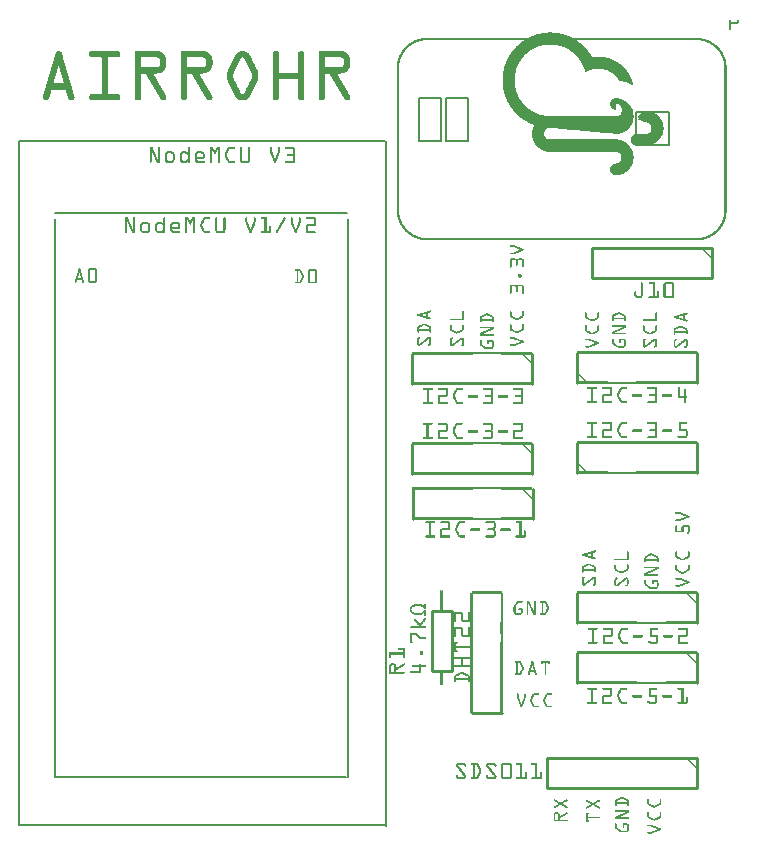
<source format=gto>
G04 MADE WITH FRITZING*
G04 WWW.FRITZING.ORG*
G04 DOUBLE SIDED*
G04 HOLES PLATED*
G04 CONTOUR ON CENTER OF CONTOUR VECTOR*
%ASAXBY*%
%FSLAX23Y23*%
%MOIN*%
%OFA0B0*%
%SFA1.0B1.0*%
%ADD10C,0.005000*%
%ADD11C,0.008000*%
%ADD12C,0.010000*%
%ADD13C,0.007960*%
%ADD14R,0.001000X0.001000*%
%LNSILK1*%
G90*
G70*
G54D10*
X1480Y2496D02*
X1551Y2496D01*
D02*
X1551Y2496D02*
X1551Y2354D01*
D02*
X1551Y2354D02*
X1480Y2354D01*
D02*
X1480Y2354D02*
X1480Y2496D01*
D02*
X1570Y2496D02*
X1641Y2496D01*
D02*
X1641Y2496D02*
X1641Y2354D01*
D02*
X1641Y2354D02*
X1570Y2354D01*
D02*
X1570Y2354D02*
X1570Y2496D01*
G54D11*
D02*
X2311Y2450D02*
X2311Y2340D01*
D02*
X2311Y2340D02*
X2201Y2340D01*
D02*
X2201Y2340D02*
X2201Y2450D01*
D02*
X2201Y2450D02*
X2311Y2450D01*
D02*
X2236Y2427D02*
X2212Y2427D01*
G54D12*
D02*
X2456Y1995D02*
X2056Y1995D01*
D02*
X2056Y1995D02*
X2056Y1895D01*
D02*
X2056Y1895D02*
X2456Y1895D01*
D02*
X2456Y1895D02*
X2456Y1995D01*
G54D13*
D02*
X146Y2354D02*
X146Y71D01*
D02*
X1370Y69D02*
X1370Y2353D01*
D02*
X150Y71D02*
X1367Y71D01*
D02*
X146Y2353D02*
X1366Y2353D01*
G54D12*
D02*
X1589Y786D02*
X1589Y586D01*
D02*
X1589Y586D02*
X1523Y586D01*
D02*
X1523Y586D02*
X1523Y786D01*
D02*
X1523Y786D02*
X1589Y786D01*
D02*
X2406Y1245D02*
X2406Y1345D01*
D02*
X2006Y1345D02*
X2006Y1245D01*
D02*
X2406Y1545D02*
X2406Y1645D01*
D02*
X2006Y1645D02*
X2006Y1545D01*
D02*
X2006Y845D02*
X2006Y745D01*
D02*
X2406Y745D02*
X2406Y845D01*
D02*
X1456Y1344D02*
X1456Y1244D01*
D02*
X1856Y1244D02*
X1856Y1344D01*
D02*
X1457Y1193D02*
X1457Y1093D01*
D02*
X1857Y1093D02*
X1857Y1193D01*
D02*
X1456Y1644D02*
X1456Y1544D01*
D02*
X1856Y1544D02*
X1856Y1644D01*
D02*
X2006Y645D02*
X2006Y545D01*
D02*
X2406Y545D02*
X2406Y645D01*
D02*
X1656Y445D02*
X1756Y445D01*
D02*
X2406Y295D02*
X1906Y295D01*
D02*
X1906Y295D02*
X1906Y195D01*
D02*
X1906Y195D02*
X2406Y195D01*
D02*
X2406Y195D02*
X2406Y295D01*
G54D13*
D02*
X266Y2093D02*
X266Y233D01*
D02*
X1242Y233D02*
X1242Y2093D01*
D02*
X266Y233D02*
X1236Y233D01*
D02*
X266Y2114D02*
X1239Y2114D01*
G54D14*
X2513Y2754D02*
X2519Y2754D01*
X2540Y2754D02*
X2546Y2754D01*
X2513Y2753D02*
X2519Y2753D01*
X2540Y2753D02*
X2546Y2753D01*
X2513Y2752D02*
X2519Y2752D01*
X2540Y2752D02*
X2546Y2752D01*
X2513Y2751D02*
X2519Y2751D01*
X2540Y2751D02*
X2546Y2751D01*
X2513Y2750D02*
X2519Y2750D01*
X2539Y2750D02*
X2546Y2750D01*
X2513Y2749D02*
X2546Y2749D01*
X2513Y2748D02*
X2545Y2748D01*
X2513Y2747D02*
X2545Y2747D01*
X2513Y2746D02*
X2544Y2746D01*
X2513Y2745D02*
X2543Y2745D01*
X2513Y2744D02*
X2541Y2744D01*
X2513Y2743D02*
X2540Y2743D01*
X2513Y2742D02*
X2519Y2742D01*
X2513Y2741D02*
X2519Y2741D01*
X2513Y2740D02*
X2519Y2740D01*
X2513Y2739D02*
X2519Y2739D01*
X2513Y2738D02*
X2519Y2738D01*
X2513Y2737D02*
X2519Y2737D01*
X2513Y2736D02*
X2519Y2736D01*
X2513Y2735D02*
X2519Y2735D01*
X2513Y2734D02*
X2519Y2734D01*
X2513Y2733D02*
X2519Y2733D01*
X2513Y2732D02*
X2519Y2732D01*
X2513Y2731D02*
X2519Y2731D01*
X2513Y2730D02*
X2519Y2730D01*
X2513Y2729D02*
X2519Y2729D01*
X2513Y2728D02*
X2519Y2728D01*
X2513Y2727D02*
X2519Y2727D01*
X2513Y2726D02*
X2519Y2726D01*
X2513Y2725D02*
X2519Y2725D01*
X2513Y2724D02*
X2518Y2724D01*
X2514Y2723D02*
X2518Y2723D01*
X2515Y2722D02*
X2517Y2722D01*
X1908Y2714D02*
X1923Y2714D01*
X1897Y2713D02*
X1936Y2713D01*
X1891Y2712D02*
X1942Y2712D01*
X1885Y2711D02*
X1948Y2711D01*
X1881Y2710D02*
X1952Y2710D01*
X1876Y2709D02*
X1956Y2709D01*
X1873Y2708D02*
X1960Y2708D01*
X1869Y2707D02*
X1963Y2707D01*
X1866Y2706D02*
X1966Y2706D01*
X1864Y2705D02*
X1970Y2705D01*
X1861Y2704D02*
X1972Y2704D01*
X1858Y2703D02*
X1975Y2703D01*
X1856Y2702D02*
X1977Y2702D01*
X1853Y2701D02*
X1980Y2701D01*
X1851Y2700D02*
X1982Y2700D01*
X1849Y2699D02*
X1984Y2699D01*
X1847Y2698D02*
X1986Y2698D01*
X1845Y2697D02*
X1988Y2697D01*
X1508Y2696D02*
X1508Y2696D01*
X1843Y2696D02*
X1990Y2696D01*
X2401Y2696D02*
X2401Y2696D01*
X1492Y2695D02*
X2418Y2695D01*
X1486Y2694D02*
X2423Y2694D01*
X1481Y2693D02*
X2428Y2693D01*
X1477Y2692D02*
X2432Y2692D01*
X1474Y2691D02*
X2435Y2691D01*
X1471Y2690D02*
X2438Y2690D01*
X1469Y2689D02*
X2440Y2689D01*
X1466Y2688D02*
X2443Y2688D01*
X1464Y2687D02*
X1491Y2687D01*
X1828Y2687D02*
X2005Y2687D01*
X2419Y2687D02*
X2445Y2687D01*
X1462Y2686D02*
X1485Y2686D01*
X1826Y2686D02*
X2007Y2686D01*
X2424Y2686D02*
X2447Y2686D01*
X1460Y2685D02*
X1481Y2685D01*
X1825Y2685D02*
X2008Y2685D01*
X2428Y2685D02*
X2449Y2685D01*
X1458Y2684D02*
X1477Y2684D01*
X1824Y2684D02*
X2009Y2684D01*
X2432Y2684D02*
X2451Y2684D01*
X1456Y2683D02*
X1474Y2683D01*
X1822Y2683D02*
X2011Y2683D01*
X2435Y2683D02*
X2453Y2683D01*
X1454Y2682D02*
X1471Y2682D01*
X1821Y2682D02*
X2012Y2682D01*
X2438Y2682D02*
X2455Y2682D01*
X1453Y2681D02*
X1469Y2681D01*
X1820Y2681D02*
X2013Y2681D01*
X2440Y2681D02*
X2456Y2681D01*
X1451Y2680D02*
X1467Y2680D01*
X1818Y2680D02*
X2015Y2680D01*
X2442Y2680D02*
X2458Y2680D01*
X1449Y2679D02*
X1465Y2679D01*
X1817Y2679D02*
X2016Y2679D01*
X2445Y2679D02*
X2460Y2679D01*
X1448Y2678D02*
X1462Y2678D01*
X1816Y2678D02*
X2017Y2678D01*
X2447Y2678D02*
X2461Y2678D01*
X1447Y2677D02*
X1461Y2677D01*
X1815Y2677D02*
X2018Y2677D01*
X2449Y2677D02*
X2463Y2677D01*
X1445Y2676D02*
X1459Y2676D01*
X1814Y2676D02*
X2019Y2676D01*
X2450Y2676D02*
X2464Y2676D01*
X1444Y2675D02*
X1457Y2675D01*
X1812Y2675D02*
X2021Y2675D01*
X2452Y2675D02*
X2465Y2675D01*
X1443Y2674D02*
X1455Y2674D01*
X1811Y2674D02*
X2022Y2674D01*
X2454Y2674D02*
X2466Y2674D01*
X1441Y2673D02*
X1454Y2673D01*
X1810Y2673D02*
X1901Y2673D01*
X1932Y2673D02*
X2023Y2673D01*
X2455Y2673D02*
X2468Y2673D01*
X1440Y2672D02*
X1452Y2672D01*
X1809Y2672D02*
X1894Y2672D01*
X1939Y2672D02*
X2024Y2672D01*
X2457Y2672D02*
X2469Y2672D01*
X1439Y2671D02*
X1451Y2671D01*
X1808Y2671D02*
X1889Y2671D01*
X1943Y2671D02*
X2025Y2671D01*
X2458Y2671D02*
X2470Y2671D01*
X1438Y2670D02*
X1450Y2670D01*
X1807Y2670D02*
X1885Y2670D01*
X1948Y2670D02*
X2026Y2670D01*
X2459Y2670D02*
X2471Y2670D01*
X1437Y2669D02*
X1448Y2669D01*
X1806Y2669D02*
X1882Y2669D01*
X1951Y2669D02*
X2027Y2669D01*
X2461Y2669D02*
X2472Y2669D01*
X1436Y2668D02*
X1447Y2668D01*
X1805Y2668D02*
X1878Y2668D01*
X1954Y2668D02*
X2028Y2668D01*
X2462Y2668D02*
X2473Y2668D01*
X1435Y2667D02*
X1446Y2667D01*
X1804Y2667D02*
X1875Y2667D01*
X1957Y2667D02*
X2029Y2667D01*
X2463Y2667D02*
X2474Y2667D01*
X1434Y2666D02*
X1445Y2666D01*
X1803Y2666D02*
X1873Y2666D01*
X1960Y2666D02*
X2030Y2666D01*
X2465Y2666D02*
X2475Y2666D01*
X1433Y2665D02*
X1443Y2665D01*
X1802Y2665D02*
X1870Y2665D01*
X1962Y2665D02*
X2031Y2665D01*
X2466Y2665D02*
X2476Y2665D01*
X1432Y2664D02*
X1442Y2664D01*
X1801Y2664D02*
X1868Y2664D01*
X1965Y2664D02*
X2032Y2664D01*
X2467Y2664D02*
X2477Y2664D01*
X1431Y2663D02*
X1441Y2663D01*
X1800Y2663D02*
X1866Y2663D01*
X1967Y2663D02*
X2033Y2663D01*
X2468Y2663D02*
X2478Y2663D01*
X1430Y2662D02*
X1440Y2662D01*
X1799Y2662D02*
X1863Y2662D01*
X1969Y2662D02*
X2034Y2662D01*
X2469Y2662D02*
X2479Y2662D01*
X1429Y2661D02*
X1439Y2661D01*
X1798Y2661D02*
X1861Y2661D01*
X1971Y2661D02*
X2035Y2661D01*
X2470Y2661D02*
X2480Y2661D01*
X1428Y2660D02*
X1438Y2660D01*
X1797Y2660D02*
X1860Y2660D01*
X1973Y2660D02*
X2036Y2660D01*
X2471Y2660D02*
X2481Y2660D01*
X1428Y2659D02*
X1437Y2659D01*
X1796Y2659D02*
X1858Y2659D01*
X1975Y2659D02*
X2037Y2659D01*
X2472Y2659D02*
X2482Y2659D01*
X1427Y2658D02*
X1436Y2658D01*
X1796Y2658D02*
X1856Y2658D01*
X1976Y2658D02*
X2037Y2658D01*
X2473Y2658D02*
X2482Y2658D01*
X1426Y2657D02*
X1435Y2657D01*
X1795Y2657D02*
X1854Y2657D01*
X1978Y2657D02*
X2038Y2657D01*
X2474Y2657D02*
X2483Y2657D01*
X1425Y2656D02*
X1435Y2656D01*
X1794Y2656D02*
X1853Y2656D01*
X1980Y2656D02*
X2039Y2656D01*
X2475Y2656D02*
X2484Y2656D01*
X1424Y2655D02*
X1434Y2655D01*
X1793Y2655D02*
X1851Y2655D01*
X1981Y2655D02*
X2040Y2655D01*
X2475Y2655D02*
X2485Y2655D01*
X1424Y2654D02*
X1433Y2654D01*
X1792Y2654D02*
X1849Y2654D01*
X1983Y2654D02*
X2041Y2654D01*
X2476Y2654D02*
X2485Y2654D01*
X1423Y2653D02*
X1432Y2653D01*
X1792Y2653D02*
X1848Y2653D01*
X1984Y2653D02*
X2041Y2653D01*
X2477Y2653D02*
X2486Y2653D01*
X275Y2652D02*
X280Y2652D01*
X386Y2652D02*
X475Y2652D01*
X532Y2652D02*
X610Y2652D01*
X685Y2652D02*
X763Y2652D01*
X886Y2652D02*
X895Y2652D01*
X999Y2652D02*
X1004Y2652D01*
X1083Y2652D02*
X1088Y2652D01*
X1145Y2652D02*
X1222Y2652D01*
X1422Y2652D02*
X1431Y2652D01*
X1791Y2652D02*
X1847Y2652D01*
X1986Y2652D02*
X2042Y2652D01*
X2478Y2652D02*
X2487Y2652D01*
X273Y2651D02*
X283Y2651D01*
X384Y2651D02*
X478Y2651D01*
X532Y2651D02*
X614Y2651D01*
X685Y2651D02*
X767Y2651D01*
X882Y2651D02*
X899Y2651D01*
X997Y2651D02*
X1007Y2651D01*
X1081Y2651D02*
X1091Y2651D01*
X1145Y2651D02*
X1227Y2651D01*
X1422Y2651D02*
X1431Y2651D01*
X1790Y2651D02*
X1845Y2651D01*
X1987Y2651D02*
X2043Y2651D01*
X2479Y2651D02*
X2487Y2651D01*
X271Y2650D02*
X284Y2650D01*
X383Y2650D02*
X479Y2650D01*
X532Y2650D02*
X617Y2650D01*
X685Y2650D02*
X770Y2650D01*
X880Y2650D02*
X901Y2650D01*
X995Y2650D02*
X1008Y2650D01*
X1080Y2650D02*
X1092Y2650D01*
X1145Y2650D02*
X1229Y2650D01*
X1421Y2650D02*
X1430Y2650D01*
X1789Y2650D02*
X1844Y2650D01*
X1988Y2650D02*
X2044Y2650D01*
X2479Y2650D02*
X2488Y2650D01*
X270Y2649D02*
X285Y2649D01*
X382Y2649D02*
X480Y2649D01*
X532Y2649D02*
X619Y2649D01*
X685Y2649D02*
X772Y2649D01*
X878Y2649D02*
X903Y2649D01*
X994Y2649D02*
X1009Y2649D01*
X1079Y2649D02*
X1093Y2649D01*
X1145Y2649D02*
X1232Y2649D01*
X1420Y2649D02*
X1429Y2649D01*
X1788Y2649D02*
X1843Y2649D01*
X1990Y2649D02*
X2044Y2649D01*
X2480Y2649D02*
X2489Y2649D01*
X269Y2648D02*
X286Y2648D01*
X381Y2648D02*
X481Y2648D01*
X532Y2648D02*
X620Y2648D01*
X685Y2648D02*
X774Y2648D01*
X876Y2648D02*
X905Y2648D01*
X994Y2648D02*
X1010Y2648D01*
X1078Y2648D02*
X1094Y2648D01*
X1145Y2648D02*
X1233Y2648D01*
X1420Y2648D02*
X1428Y2648D01*
X1788Y2648D02*
X1841Y2648D01*
X1991Y2648D02*
X2045Y2648D01*
X2481Y2648D02*
X2489Y2648D01*
X269Y2647D02*
X287Y2647D01*
X380Y2647D02*
X482Y2647D01*
X532Y2647D02*
X622Y2647D01*
X685Y2647D02*
X775Y2647D01*
X875Y2647D02*
X906Y2647D01*
X993Y2647D02*
X1011Y2647D01*
X1077Y2647D02*
X1095Y2647D01*
X1145Y2647D02*
X1235Y2647D01*
X1419Y2647D02*
X1428Y2647D01*
X1787Y2647D02*
X1840Y2647D01*
X1992Y2647D02*
X2046Y2647D01*
X2482Y2647D02*
X2490Y2647D01*
X268Y2646D02*
X287Y2646D01*
X380Y2646D02*
X482Y2646D01*
X532Y2646D02*
X623Y2646D01*
X685Y2646D02*
X777Y2646D01*
X873Y2646D02*
X908Y2646D01*
X992Y2646D02*
X1011Y2646D01*
X1077Y2646D02*
X1095Y2646D01*
X1145Y2646D02*
X1236Y2646D01*
X1419Y2646D02*
X1427Y2646D01*
X1786Y2646D02*
X1839Y2646D01*
X1994Y2646D02*
X2046Y2646D01*
X2482Y2646D02*
X2490Y2646D01*
X268Y2645D02*
X287Y2645D01*
X379Y2645D02*
X483Y2645D01*
X532Y2645D02*
X625Y2645D01*
X685Y2645D02*
X778Y2645D01*
X872Y2645D02*
X909Y2645D01*
X992Y2645D02*
X1011Y2645D01*
X1076Y2645D02*
X1096Y2645D01*
X1145Y2645D02*
X1237Y2645D01*
X1418Y2645D02*
X1426Y2645D01*
X1786Y2645D02*
X1838Y2645D01*
X1995Y2645D02*
X2047Y2645D01*
X2483Y2645D02*
X2491Y2645D01*
X268Y2644D02*
X288Y2644D01*
X379Y2644D02*
X483Y2644D01*
X532Y2644D02*
X626Y2644D01*
X685Y2644D02*
X779Y2644D01*
X871Y2644D02*
X910Y2644D01*
X992Y2644D02*
X1012Y2644D01*
X1076Y2644D02*
X1096Y2644D01*
X1145Y2644D02*
X1239Y2644D01*
X1418Y2644D02*
X1426Y2644D01*
X1785Y2644D02*
X1837Y2644D01*
X1996Y2644D02*
X2048Y2644D01*
X2483Y2644D02*
X2492Y2644D01*
X267Y2643D02*
X288Y2643D01*
X379Y2643D02*
X483Y2643D01*
X532Y2643D02*
X627Y2643D01*
X685Y2643D02*
X780Y2643D01*
X870Y2643D02*
X911Y2643D01*
X992Y2643D02*
X1012Y2643D01*
X1076Y2643D02*
X1096Y2643D01*
X1145Y2643D02*
X1240Y2643D01*
X1417Y2643D02*
X1425Y2643D01*
X1784Y2643D02*
X1835Y2643D01*
X1997Y2643D02*
X2049Y2643D01*
X2484Y2643D02*
X2492Y2643D01*
X267Y2642D02*
X288Y2642D01*
X379Y2642D02*
X483Y2642D01*
X532Y2642D02*
X628Y2642D01*
X685Y2642D02*
X781Y2642D01*
X869Y2642D02*
X912Y2642D01*
X992Y2642D02*
X1012Y2642D01*
X1076Y2642D02*
X1096Y2642D01*
X1145Y2642D02*
X1241Y2642D01*
X1416Y2642D02*
X1425Y2642D01*
X1784Y2642D02*
X1834Y2642D01*
X1998Y2642D02*
X2049Y2642D01*
X2485Y2642D02*
X2493Y2642D01*
X267Y2641D02*
X289Y2641D01*
X379Y2641D02*
X483Y2641D01*
X532Y2641D02*
X629Y2641D01*
X685Y2641D02*
X782Y2641D01*
X869Y2641D02*
X912Y2641D01*
X992Y2641D02*
X1012Y2641D01*
X1076Y2641D02*
X1096Y2641D01*
X1145Y2641D02*
X1242Y2641D01*
X1416Y2641D02*
X1424Y2641D01*
X1783Y2641D02*
X1833Y2641D01*
X1999Y2641D02*
X2050Y2641D01*
X2485Y2641D02*
X2493Y2641D01*
X266Y2640D02*
X289Y2640D01*
X379Y2640D02*
X483Y2640D01*
X532Y2640D02*
X630Y2640D01*
X685Y2640D02*
X783Y2640D01*
X868Y2640D02*
X913Y2640D01*
X992Y2640D02*
X1012Y2640D01*
X1076Y2640D02*
X1096Y2640D01*
X1145Y2640D02*
X1242Y2640D01*
X1415Y2640D02*
X1423Y2640D01*
X1782Y2640D02*
X1832Y2640D01*
X2000Y2640D02*
X2050Y2640D01*
X2486Y2640D02*
X2494Y2640D01*
X266Y2639D02*
X289Y2639D01*
X379Y2639D02*
X483Y2639D01*
X532Y2639D02*
X630Y2639D01*
X685Y2639D02*
X783Y2639D01*
X867Y2639D02*
X914Y2639D01*
X992Y2639D02*
X1012Y2639D01*
X1076Y2639D02*
X1096Y2639D01*
X1145Y2639D02*
X1243Y2639D01*
X1415Y2639D02*
X1423Y2639D01*
X1782Y2639D02*
X1831Y2639D01*
X2001Y2639D02*
X2051Y2639D01*
X2486Y2639D02*
X2494Y2639D01*
X266Y2638D02*
X289Y2638D01*
X379Y2638D02*
X483Y2638D01*
X532Y2638D02*
X631Y2638D01*
X685Y2638D02*
X784Y2638D01*
X867Y2638D02*
X914Y2638D01*
X992Y2638D02*
X1012Y2638D01*
X1076Y2638D02*
X1096Y2638D01*
X1145Y2638D02*
X1244Y2638D01*
X1415Y2638D02*
X1422Y2638D01*
X1781Y2638D02*
X1830Y2638D01*
X2002Y2638D02*
X2052Y2638D01*
X2487Y2638D02*
X2495Y2638D01*
X266Y2637D02*
X290Y2637D01*
X380Y2637D02*
X482Y2637D01*
X532Y2637D02*
X632Y2637D01*
X685Y2637D02*
X785Y2637D01*
X866Y2637D02*
X915Y2637D01*
X992Y2637D02*
X1012Y2637D01*
X1076Y2637D02*
X1096Y2637D01*
X1145Y2637D02*
X1245Y2637D01*
X1414Y2637D02*
X1422Y2637D01*
X1780Y2637D02*
X1829Y2637D01*
X2003Y2637D02*
X2052Y2637D01*
X2487Y2637D02*
X2495Y2637D01*
X265Y2636D02*
X290Y2636D01*
X380Y2636D02*
X481Y2636D01*
X532Y2636D02*
X632Y2636D01*
X685Y2636D02*
X785Y2636D01*
X866Y2636D02*
X916Y2636D01*
X992Y2636D02*
X1012Y2636D01*
X1076Y2636D02*
X1096Y2636D01*
X1145Y2636D02*
X1245Y2636D01*
X1414Y2636D02*
X1421Y2636D01*
X1780Y2636D02*
X1828Y2636D01*
X2004Y2636D02*
X2053Y2636D01*
X2488Y2636D02*
X2495Y2636D01*
X265Y2635D02*
X290Y2635D01*
X381Y2635D02*
X481Y2635D01*
X532Y2635D02*
X633Y2635D01*
X685Y2635D02*
X786Y2635D01*
X865Y2635D02*
X916Y2635D01*
X992Y2635D02*
X1012Y2635D01*
X1076Y2635D02*
X1096Y2635D01*
X1145Y2635D02*
X1246Y2635D01*
X1413Y2635D02*
X1421Y2635D01*
X1779Y2635D02*
X1827Y2635D01*
X2005Y2635D02*
X2053Y2635D01*
X2488Y2635D02*
X2496Y2635D01*
X265Y2634D02*
X291Y2634D01*
X382Y2634D02*
X480Y2634D01*
X532Y2634D02*
X633Y2634D01*
X685Y2634D02*
X787Y2634D01*
X865Y2634D02*
X917Y2634D01*
X992Y2634D02*
X1012Y2634D01*
X1076Y2634D02*
X1096Y2634D01*
X1145Y2634D02*
X1246Y2634D01*
X1413Y2634D02*
X1420Y2634D01*
X1779Y2634D02*
X1827Y2634D01*
X2006Y2634D02*
X2054Y2634D01*
X2489Y2634D02*
X2496Y2634D01*
X264Y2633D02*
X291Y2633D01*
X383Y2633D02*
X479Y2633D01*
X532Y2633D02*
X634Y2633D01*
X685Y2633D02*
X787Y2633D01*
X864Y2633D02*
X917Y2633D01*
X992Y2633D02*
X1012Y2633D01*
X1076Y2633D02*
X1096Y2633D01*
X1145Y2633D02*
X1247Y2633D01*
X1412Y2633D02*
X1420Y2633D01*
X1778Y2633D02*
X1826Y2633D01*
X2007Y2633D02*
X2055Y2633D01*
X2060Y2633D02*
X2089Y2633D01*
X2489Y2633D02*
X2497Y2633D01*
X264Y2632D02*
X291Y2632D01*
X385Y2632D02*
X477Y2632D01*
X532Y2632D02*
X634Y2632D01*
X685Y2632D02*
X787Y2632D01*
X864Y2632D02*
X918Y2632D01*
X992Y2632D02*
X1012Y2632D01*
X1076Y2632D02*
X1096Y2632D01*
X1145Y2632D02*
X1247Y2632D01*
X1412Y2632D02*
X1420Y2632D01*
X1778Y2632D02*
X1825Y2632D01*
X2008Y2632D02*
X2096Y2632D01*
X2490Y2632D02*
X2497Y2632D01*
X264Y2631D02*
X291Y2631D01*
X420Y2631D02*
X441Y2631D01*
X532Y2631D02*
X553Y2631D01*
X606Y2631D02*
X635Y2631D01*
X685Y2631D02*
X706Y2631D01*
X759Y2631D02*
X788Y2631D01*
X863Y2631D02*
X889Y2631D01*
X892Y2631D02*
X918Y2631D01*
X992Y2631D02*
X1012Y2631D01*
X1076Y2631D02*
X1096Y2631D01*
X1145Y2631D02*
X1166Y2631D01*
X1219Y2631D02*
X1247Y2631D01*
X1412Y2631D02*
X1419Y2631D01*
X1777Y2631D02*
X1824Y2631D01*
X2008Y2631D02*
X2101Y2631D01*
X2490Y2631D02*
X2497Y2631D01*
X264Y2630D02*
X292Y2630D01*
X421Y2630D02*
X441Y2630D01*
X532Y2630D02*
X552Y2630D01*
X610Y2630D02*
X635Y2630D01*
X685Y2630D02*
X706Y2630D01*
X763Y2630D02*
X788Y2630D01*
X863Y2630D02*
X887Y2630D01*
X894Y2630D02*
X918Y2630D01*
X992Y2630D02*
X1012Y2630D01*
X1076Y2630D02*
X1096Y2630D01*
X1145Y2630D02*
X1165Y2630D01*
X1223Y2630D02*
X1248Y2630D01*
X1411Y2630D02*
X1419Y2630D01*
X1776Y2630D02*
X1823Y2630D01*
X2009Y2630D02*
X2105Y2630D01*
X2491Y2630D02*
X2498Y2630D01*
X263Y2629D02*
X292Y2629D01*
X421Y2629D02*
X441Y2629D01*
X532Y2629D02*
X552Y2629D01*
X611Y2629D02*
X635Y2629D01*
X685Y2629D02*
X706Y2629D01*
X765Y2629D02*
X788Y2629D01*
X862Y2629D02*
X886Y2629D01*
X895Y2629D02*
X919Y2629D01*
X992Y2629D02*
X1012Y2629D01*
X1076Y2629D02*
X1096Y2629D01*
X1145Y2629D02*
X1165Y2629D01*
X1224Y2629D02*
X1248Y2629D01*
X1411Y2629D02*
X1418Y2629D01*
X1776Y2629D02*
X1822Y2629D01*
X2010Y2629D02*
X2109Y2629D01*
X2491Y2629D02*
X2498Y2629D01*
X263Y2628D02*
X292Y2628D01*
X421Y2628D02*
X441Y2628D01*
X532Y2628D02*
X552Y2628D01*
X613Y2628D02*
X636Y2628D01*
X685Y2628D02*
X706Y2628D01*
X766Y2628D02*
X789Y2628D01*
X862Y2628D02*
X885Y2628D01*
X896Y2628D02*
X919Y2628D01*
X992Y2628D02*
X1012Y2628D01*
X1076Y2628D02*
X1096Y2628D01*
X1145Y2628D02*
X1165Y2628D01*
X1225Y2628D02*
X1248Y2628D01*
X1411Y2628D02*
X1418Y2628D01*
X1775Y2628D02*
X1822Y2628D01*
X2011Y2628D02*
X2112Y2628D01*
X2491Y2628D02*
X2499Y2628D01*
X263Y2627D02*
X293Y2627D01*
X421Y2627D02*
X441Y2627D01*
X532Y2627D02*
X552Y2627D01*
X614Y2627D02*
X636Y2627D01*
X685Y2627D02*
X706Y2627D01*
X767Y2627D02*
X789Y2627D01*
X861Y2627D02*
X884Y2627D01*
X897Y2627D02*
X920Y2627D01*
X992Y2627D02*
X1012Y2627D01*
X1076Y2627D02*
X1096Y2627D01*
X1145Y2627D02*
X1165Y2627D01*
X1226Y2627D02*
X1249Y2627D01*
X1410Y2627D02*
X1417Y2627D01*
X1775Y2627D02*
X1821Y2627D01*
X2012Y2627D02*
X2115Y2627D01*
X2492Y2627D02*
X2499Y2627D01*
X262Y2626D02*
X293Y2626D01*
X421Y2626D02*
X441Y2626D01*
X532Y2626D02*
X552Y2626D01*
X614Y2626D02*
X636Y2626D01*
X685Y2626D02*
X706Y2626D01*
X768Y2626D02*
X789Y2626D01*
X861Y2626D02*
X884Y2626D01*
X897Y2626D02*
X920Y2626D01*
X992Y2626D02*
X1012Y2626D01*
X1076Y2626D02*
X1096Y2626D01*
X1145Y2626D02*
X1165Y2626D01*
X1227Y2626D02*
X1249Y2626D01*
X1410Y2626D02*
X1417Y2626D01*
X1774Y2626D02*
X1820Y2626D01*
X2013Y2626D02*
X2118Y2626D01*
X2492Y2626D02*
X2499Y2626D01*
X262Y2625D02*
X293Y2625D01*
X421Y2625D02*
X441Y2625D01*
X532Y2625D02*
X552Y2625D01*
X615Y2625D02*
X636Y2625D01*
X685Y2625D02*
X706Y2625D01*
X768Y2625D02*
X789Y2625D01*
X860Y2625D02*
X883Y2625D01*
X898Y2625D02*
X921Y2625D01*
X992Y2625D02*
X1012Y2625D01*
X1076Y2625D02*
X1096Y2625D01*
X1145Y2625D02*
X1165Y2625D01*
X1228Y2625D02*
X1249Y2625D01*
X1410Y2625D02*
X1417Y2625D01*
X1774Y2625D02*
X1819Y2625D01*
X2013Y2625D02*
X2120Y2625D01*
X2492Y2625D02*
X2500Y2625D01*
X262Y2624D02*
X293Y2624D01*
X421Y2624D02*
X441Y2624D01*
X532Y2624D02*
X552Y2624D01*
X615Y2624D02*
X636Y2624D01*
X685Y2624D02*
X706Y2624D01*
X769Y2624D02*
X789Y2624D01*
X860Y2624D02*
X883Y2624D01*
X898Y2624D02*
X921Y2624D01*
X992Y2624D02*
X1012Y2624D01*
X1076Y2624D02*
X1096Y2624D01*
X1145Y2624D02*
X1165Y2624D01*
X1228Y2624D02*
X1249Y2624D01*
X1409Y2624D02*
X1416Y2624D01*
X1773Y2624D02*
X1819Y2624D01*
X2014Y2624D02*
X2122Y2624D01*
X2493Y2624D02*
X2500Y2624D01*
X261Y2623D02*
X294Y2623D01*
X421Y2623D02*
X441Y2623D01*
X532Y2623D02*
X552Y2623D01*
X616Y2623D02*
X636Y2623D01*
X685Y2623D02*
X706Y2623D01*
X769Y2623D02*
X790Y2623D01*
X859Y2623D02*
X882Y2623D01*
X899Y2623D02*
X922Y2623D01*
X992Y2623D02*
X1012Y2623D01*
X1076Y2623D02*
X1096Y2623D01*
X1145Y2623D02*
X1165Y2623D01*
X1229Y2623D02*
X1249Y2623D01*
X1409Y2623D02*
X1416Y2623D01*
X1773Y2623D02*
X1818Y2623D01*
X2015Y2623D02*
X2125Y2623D01*
X2493Y2623D02*
X2500Y2623D01*
X261Y2622D02*
X294Y2622D01*
X421Y2622D02*
X441Y2622D01*
X532Y2622D02*
X552Y2622D01*
X616Y2622D02*
X636Y2622D01*
X685Y2622D02*
X706Y2622D01*
X769Y2622D02*
X790Y2622D01*
X859Y2622D02*
X882Y2622D01*
X899Y2622D02*
X922Y2622D01*
X992Y2622D02*
X1012Y2622D01*
X1076Y2622D02*
X1096Y2622D01*
X1145Y2622D02*
X1165Y2622D01*
X1229Y2622D02*
X1249Y2622D01*
X1409Y2622D02*
X1416Y2622D01*
X1772Y2622D02*
X1817Y2622D01*
X2015Y2622D02*
X2127Y2622D01*
X2493Y2622D02*
X2500Y2622D01*
X261Y2621D02*
X294Y2621D01*
X421Y2621D02*
X441Y2621D01*
X532Y2621D02*
X552Y2621D01*
X616Y2621D02*
X636Y2621D01*
X685Y2621D02*
X706Y2621D01*
X769Y2621D02*
X790Y2621D01*
X858Y2621D02*
X881Y2621D01*
X900Y2621D02*
X923Y2621D01*
X992Y2621D02*
X1012Y2621D01*
X1076Y2621D02*
X1096Y2621D01*
X1145Y2621D02*
X1165Y2621D01*
X1229Y2621D02*
X1249Y2621D01*
X1408Y2621D02*
X1416Y2621D01*
X1772Y2621D02*
X1817Y2621D01*
X2016Y2621D02*
X2129Y2621D01*
X2494Y2621D02*
X2501Y2621D01*
X261Y2620D02*
X295Y2620D01*
X421Y2620D02*
X441Y2620D01*
X532Y2620D02*
X552Y2620D01*
X616Y2620D02*
X636Y2620D01*
X685Y2620D02*
X706Y2620D01*
X769Y2620D02*
X790Y2620D01*
X858Y2620D02*
X881Y2620D01*
X900Y2620D02*
X923Y2620D01*
X992Y2620D02*
X1012Y2620D01*
X1076Y2620D02*
X1096Y2620D01*
X1145Y2620D02*
X1165Y2620D01*
X1229Y2620D02*
X1249Y2620D01*
X1408Y2620D02*
X1415Y2620D01*
X1772Y2620D02*
X1816Y2620D01*
X2017Y2620D02*
X2131Y2620D01*
X2494Y2620D02*
X2501Y2620D01*
X260Y2619D02*
X295Y2619D01*
X421Y2619D02*
X441Y2619D01*
X532Y2619D02*
X552Y2619D01*
X616Y2619D02*
X636Y2619D01*
X685Y2619D02*
X706Y2619D01*
X769Y2619D02*
X790Y2619D01*
X857Y2619D02*
X880Y2619D01*
X901Y2619D02*
X924Y2619D01*
X992Y2619D02*
X1012Y2619D01*
X1076Y2619D02*
X1096Y2619D01*
X1145Y2619D02*
X1165Y2619D01*
X1229Y2619D02*
X1249Y2619D01*
X1408Y2619D02*
X1415Y2619D01*
X1771Y2619D02*
X1815Y2619D01*
X2017Y2619D02*
X2132Y2619D01*
X2494Y2619D02*
X2501Y2619D01*
X260Y2618D02*
X295Y2618D01*
X421Y2618D02*
X441Y2618D01*
X532Y2618D02*
X552Y2618D01*
X616Y2618D02*
X636Y2618D01*
X685Y2618D02*
X706Y2618D01*
X769Y2618D02*
X790Y2618D01*
X857Y2618D02*
X880Y2618D01*
X901Y2618D02*
X924Y2618D01*
X992Y2618D02*
X1012Y2618D01*
X1076Y2618D02*
X1096Y2618D01*
X1145Y2618D02*
X1165Y2618D01*
X1229Y2618D02*
X1249Y2618D01*
X1408Y2618D02*
X1415Y2618D01*
X1771Y2618D02*
X1815Y2618D01*
X2018Y2618D02*
X2134Y2618D01*
X2494Y2618D02*
X2501Y2618D01*
X260Y2617D02*
X296Y2617D01*
X421Y2617D02*
X441Y2617D01*
X532Y2617D02*
X552Y2617D01*
X616Y2617D02*
X636Y2617D01*
X685Y2617D02*
X706Y2617D01*
X769Y2617D02*
X790Y2617D01*
X856Y2617D02*
X879Y2617D01*
X902Y2617D02*
X925Y2617D01*
X992Y2617D02*
X1012Y2617D01*
X1076Y2617D02*
X1096Y2617D01*
X1145Y2617D02*
X1165Y2617D01*
X1229Y2617D02*
X1249Y2617D01*
X1407Y2617D02*
X1415Y2617D01*
X1770Y2617D02*
X1814Y2617D01*
X2019Y2617D02*
X2136Y2617D01*
X2495Y2617D02*
X2502Y2617D01*
X259Y2616D02*
X296Y2616D01*
X421Y2616D02*
X441Y2616D01*
X532Y2616D02*
X552Y2616D01*
X616Y2616D02*
X636Y2616D01*
X685Y2616D02*
X706Y2616D01*
X769Y2616D02*
X790Y2616D01*
X856Y2616D02*
X879Y2616D01*
X902Y2616D02*
X925Y2616D01*
X992Y2616D02*
X1012Y2616D01*
X1076Y2616D02*
X1096Y2616D01*
X1145Y2616D02*
X1165Y2616D01*
X1229Y2616D02*
X1249Y2616D01*
X1407Y2616D02*
X1414Y2616D01*
X1770Y2616D02*
X1813Y2616D01*
X2019Y2616D02*
X2138Y2616D01*
X2495Y2616D02*
X2502Y2616D01*
X259Y2615D02*
X296Y2615D01*
X421Y2615D02*
X441Y2615D01*
X532Y2615D02*
X552Y2615D01*
X616Y2615D02*
X636Y2615D01*
X685Y2615D02*
X706Y2615D01*
X769Y2615D02*
X790Y2615D01*
X855Y2615D02*
X878Y2615D01*
X903Y2615D02*
X926Y2615D01*
X992Y2615D02*
X1012Y2615D01*
X1076Y2615D02*
X1096Y2615D01*
X1145Y2615D02*
X1165Y2615D01*
X1229Y2615D02*
X1249Y2615D01*
X1407Y2615D02*
X1414Y2615D01*
X1769Y2615D02*
X1813Y2615D01*
X2020Y2615D02*
X2139Y2615D01*
X2495Y2615D02*
X2502Y2615D01*
X259Y2614D02*
X296Y2614D01*
X421Y2614D02*
X441Y2614D01*
X532Y2614D02*
X552Y2614D01*
X616Y2614D02*
X636Y2614D01*
X685Y2614D02*
X706Y2614D01*
X769Y2614D02*
X790Y2614D01*
X855Y2614D02*
X878Y2614D01*
X903Y2614D02*
X926Y2614D01*
X992Y2614D02*
X1012Y2614D01*
X1076Y2614D02*
X1096Y2614D01*
X1145Y2614D02*
X1165Y2614D01*
X1229Y2614D02*
X1249Y2614D01*
X1407Y2614D02*
X1414Y2614D01*
X1769Y2614D02*
X1812Y2614D01*
X2020Y2614D02*
X2141Y2614D01*
X2495Y2614D02*
X2502Y2614D01*
X259Y2613D02*
X297Y2613D01*
X421Y2613D02*
X441Y2613D01*
X532Y2613D02*
X552Y2613D01*
X616Y2613D02*
X636Y2613D01*
X685Y2613D02*
X706Y2613D01*
X769Y2613D02*
X790Y2613D01*
X854Y2613D02*
X877Y2613D01*
X904Y2613D02*
X927Y2613D01*
X992Y2613D02*
X1012Y2613D01*
X1076Y2613D02*
X1096Y2613D01*
X1145Y2613D02*
X1165Y2613D01*
X1229Y2613D02*
X1249Y2613D01*
X1407Y2613D02*
X1414Y2613D01*
X1769Y2613D02*
X1812Y2613D01*
X2021Y2613D02*
X2142Y2613D01*
X2495Y2613D02*
X2502Y2613D01*
X258Y2612D02*
X297Y2612D01*
X421Y2612D02*
X441Y2612D01*
X532Y2612D02*
X552Y2612D01*
X616Y2612D02*
X636Y2612D01*
X685Y2612D02*
X706Y2612D01*
X769Y2612D02*
X790Y2612D01*
X854Y2612D02*
X877Y2612D01*
X904Y2612D02*
X927Y2612D01*
X992Y2612D02*
X1012Y2612D01*
X1076Y2612D02*
X1096Y2612D01*
X1145Y2612D02*
X1165Y2612D01*
X1229Y2612D02*
X1249Y2612D01*
X1407Y2612D02*
X1414Y2612D01*
X1768Y2612D02*
X1811Y2612D01*
X2022Y2612D02*
X2144Y2612D01*
X2496Y2612D02*
X2503Y2612D01*
X258Y2611D02*
X297Y2611D01*
X421Y2611D02*
X441Y2611D01*
X532Y2611D02*
X552Y2611D01*
X616Y2611D02*
X636Y2611D01*
X685Y2611D02*
X706Y2611D01*
X769Y2611D02*
X790Y2611D01*
X853Y2611D02*
X876Y2611D01*
X905Y2611D02*
X928Y2611D01*
X992Y2611D02*
X1012Y2611D01*
X1076Y2611D02*
X1096Y2611D01*
X1145Y2611D02*
X1165Y2611D01*
X1229Y2611D02*
X1249Y2611D01*
X1406Y2611D02*
X1413Y2611D01*
X1768Y2611D02*
X1811Y2611D01*
X2022Y2611D02*
X2145Y2611D01*
X2496Y2611D02*
X2503Y2611D01*
X258Y2610D02*
X298Y2610D01*
X421Y2610D02*
X441Y2610D01*
X532Y2610D02*
X552Y2610D01*
X616Y2610D02*
X636Y2610D01*
X685Y2610D02*
X706Y2610D01*
X769Y2610D02*
X790Y2610D01*
X853Y2610D02*
X876Y2610D01*
X905Y2610D02*
X928Y2610D01*
X992Y2610D02*
X1012Y2610D01*
X1076Y2610D02*
X1096Y2610D01*
X1145Y2610D02*
X1165Y2610D01*
X1229Y2610D02*
X1249Y2610D01*
X1406Y2610D02*
X1413Y2610D01*
X1767Y2610D02*
X1810Y2610D01*
X2023Y2610D02*
X2146Y2610D01*
X2496Y2610D02*
X2503Y2610D01*
X257Y2609D02*
X298Y2609D01*
X421Y2609D02*
X441Y2609D01*
X532Y2609D02*
X552Y2609D01*
X616Y2609D02*
X636Y2609D01*
X685Y2609D02*
X706Y2609D01*
X769Y2609D02*
X790Y2609D01*
X852Y2609D02*
X875Y2609D01*
X906Y2609D02*
X929Y2609D01*
X992Y2609D02*
X1012Y2609D01*
X1076Y2609D02*
X1096Y2609D01*
X1145Y2609D02*
X1165Y2609D01*
X1229Y2609D02*
X1249Y2609D01*
X1406Y2609D02*
X1413Y2609D01*
X1767Y2609D02*
X1810Y2609D01*
X2023Y2609D02*
X2148Y2609D01*
X2496Y2609D02*
X2503Y2609D01*
X257Y2608D02*
X298Y2608D01*
X421Y2608D02*
X441Y2608D01*
X532Y2608D02*
X552Y2608D01*
X616Y2608D02*
X636Y2608D01*
X685Y2608D02*
X706Y2608D01*
X769Y2608D02*
X790Y2608D01*
X852Y2608D02*
X875Y2608D01*
X906Y2608D02*
X929Y2608D01*
X992Y2608D02*
X1012Y2608D01*
X1076Y2608D02*
X1096Y2608D01*
X1145Y2608D02*
X1165Y2608D01*
X1229Y2608D02*
X1249Y2608D01*
X1406Y2608D02*
X1413Y2608D01*
X1767Y2608D02*
X1809Y2608D01*
X2024Y2608D02*
X2149Y2608D01*
X2496Y2608D02*
X2503Y2608D01*
X257Y2607D02*
X298Y2607D01*
X421Y2607D02*
X441Y2607D01*
X532Y2607D02*
X552Y2607D01*
X616Y2607D02*
X636Y2607D01*
X685Y2607D02*
X706Y2607D01*
X769Y2607D02*
X790Y2607D01*
X851Y2607D02*
X874Y2607D01*
X907Y2607D02*
X930Y2607D01*
X992Y2607D02*
X1012Y2607D01*
X1076Y2607D02*
X1096Y2607D01*
X1145Y2607D02*
X1165Y2607D01*
X1229Y2607D02*
X1249Y2607D01*
X1406Y2607D02*
X1413Y2607D01*
X1766Y2607D02*
X1809Y2607D01*
X2024Y2607D02*
X2150Y2607D01*
X2496Y2607D02*
X2503Y2607D01*
X256Y2606D02*
X299Y2606D01*
X421Y2606D02*
X441Y2606D01*
X532Y2606D02*
X552Y2606D01*
X615Y2606D02*
X636Y2606D01*
X685Y2606D02*
X706Y2606D01*
X769Y2606D02*
X790Y2606D01*
X851Y2606D02*
X874Y2606D01*
X907Y2606D02*
X930Y2606D01*
X992Y2606D02*
X1012Y2606D01*
X1076Y2606D02*
X1096Y2606D01*
X1145Y2606D02*
X1165Y2606D01*
X1228Y2606D02*
X1249Y2606D01*
X1406Y2606D02*
X1413Y2606D01*
X1766Y2606D02*
X1808Y2606D01*
X2025Y2606D02*
X2152Y2606D01*
X2496Y2606D02*
X2503Y2606D01*
X256Y2605D02*
X299Y2605D01*
X421Y2605D02*
X441Y2605D01*
X532Y2605D02*
X552Y2605D01*
X615Y2605D02*
X636Y2605D01*
X685Y2605D02*
X706Y2605D01*
X768Y2605D02*
X789Y2605D01*
X850Y2605D02*
X873Y2605D01*
X908Y2605D02*
X931Y2605D01*
X992Y2605D02*
X1012Y2605D01*
X1076Y2605D02*
X1096Y2605D01*
X1145Y2605D02*
X1165Y2605D01*
X1228Y2605D02*
X1249Y2605D01*
X1406Y2605D02*
X1413Y2605D01*
X1766Y2605D02*
X1808Y2605D01*
X2025Y2605D02*
X2153Y2605D01*
X2496Y2605D02*
X2503Y2605D01*
X256Y2604D02*
X299Y2604D01*
X421Y2604D02*
X441Y2604D01*
X532Y2604D02*
X552Y2604D01*
X615Y2604D02*
X636Y2604D01*
X685Y2604D02*
X706Y2604D01*
X768Y2604D02*
X789Y2604D01*
X850Y2604D02*
X873Y2604D01*
X908Y2604D02*
X931Y2604D01*
X992Y2604D02*
X1012Y2604D01*
X1076Y2604D02*
X1096Y2604D01*
X1145Y2604D02*
X1165Y2604D01*
X1227Y2604D02*
X1249Y2604D01*
X1406Y2604D02*
X1413Y2604D01*
X1765Y2604D02*
X1807Y2604D01*
X2026Y2604D02*
X2154Y2604D01*
X2497Y2604D02*
X2504Y2604D01*
X256Y2603D02*
X300Y2603D01*
X421Y2603D02*
X441Y2603D01*
X532Y2603D02*
X552Y2603D01*
X614Y2603D02*
X636Y2603D01*
X685Y2603D02*
X706Y2603D01*
X767Y2603D02*
X789Y2603D01*
X849Y2603D02*
X872Y2603D01*
X909Y2603D02*
X932Y2603D01*
X992Y2603D02*
X1012Y2603D01*
X1076Y2603D02*
X1096Y2603D01*
X1145Y2603D02*
X1165Y2603D01*
X1227Y2603D02*
X1249Y2603D01*
X1405Y2603D02*
X1412Y2603D01*
X1765Y2603D02*
X1807Y2603D01*
X2026Y2603D02*
X2155Y2603D01*
X2497Y2603D02*
X2504Y2603D01*
X255Y2602D02*
X300Y2602D01*
X421Y2602D02*
X441Y2602D01*
X532Y2602D02*
X552Y2602D01*
X613Y2602D02*
X636Y2602D01*
X685Y2602D02*
X706Y2602D01*
X766Y2602D02*
X789Y2602D01*
X849Y2602D02*
X872Y2602D01*
X909Y2602D02*
X932Y2602D01*
X992Y2602D02*
X1012Y2602D01*
X1076Y2602D02*
X1096Y2602D01*
X1145Y2602D02*
X1165Y2602D01*
X1226Y2602D02*
X1249Y2602D01*
X1405Y2602D02*
X1412Y2602D01*
X1765Y2602D02*
X1806Y2602D01*
X2027Y2602D02*
X2156Y2602D01*
X2497Y2602D02*
X2504Y2602D01*
X255Y2601D02*
X276Y2601D01*
X279Y2601D02*
X300Y2601D01*
X421Y2601D02*
X441Y2601D01*
X532Y2601D02*
X552Y2601D01*
X612Y2601D02*
X635Y2601D01*
X685Y2601D02*
X706Y2601D01*
X765Y2601D02*
X789Y2601D01*
X848Y2601D02*
X871Y2601D01*
X910Y2601D02*
X933Y2601D01*
X992Y2601D02*
X1012Y2601D01*
X1076Y2601D02*
X1096Y2601D01*
X1145Y2601D02*
X1165Y2601D01*
X1225Y2601D02*
X1248Y2601D01*
X1405Y2601D02*
X1412Y2601D01*
X1764Y2601D02*
X1806Y2601D01*
X2027Y2601D02*
X2157Y2601D01*
X2497Y2601D02*
X2504Y2601D01*
X255Y2600D02*
X276Y2600D01*
X279Y2600D02*
X300Y2600D01*
X421Y2600D02*
X441Y2600D01*
X532Y2600D02*
X552Y2600D01*
X611Y2600D02*
X635Y2600D01*
X685Y2600D02*
X706Y2600D01*
X764Y2600D02*
X788Y2600D01*
X848Y2600D02*
X871Y2600D01*
X910Y2600D02*
X933Y2600D01*
X992Y2600D02*
X1012Y2600D01*
X1076Y2600D02*
X1096Y2600D01*
X1145Y2600D02*
X1165Y2600D01*
X1223Y2600D02*
X1248Y2600D01*
X1405Y2600D02*
X1412Y2600D01*
X1764Y2600D02*
X1806Y2600D01*
X2028Y2600D02*
X2158Y2600D01*
X2497Y2600D02*
X2504Y2600D01*
X254Y2599D02*
X276Y2599D01*
X279Y2599D02*
X301Y2599D01*
X421Y2599D02*
X441Y2599D01*
X532Y2599D02*
X552Y2599D01*
X609Y2599D02*
X635Y2599D01*
X685Y2599D02*
X706Y2599D01*
X762Y2599D02*
X788Y2599D01*
X847Y2599D02*
X870Y2599D01*
X911Y2599D02*
X934Y2599D01*
X992Y2599D02*
X1012Y2599D01*
X1076Y2599D02*
X1096Y2599D01*
X1145Y2599D02*
X1165Y2599D01*
X1221Y2599D02*
X1248Y2599D01*
X1405Y2599D02*
X1412Y2599D01*
X1764Y2599D02*
X1805Y2599D01*
X2028Y2599D02*
X2159Y2599D01*
X2497Y2599D02*
X2504Y2599D01*
X254Y2598D02*
X275Y2598D01*
X280Y2598D02*
X301Y2598D01*
X421Y2598D02*
X441Y2598D01*
X532Y2598D02*
X634Y2598D01*
X685Y2598D02*
X788Y2598D01*
X847Y2598D02*
X870Y2598D01*
X911Y2598D02*
X934Y2598D01*
X992Y2598D02*
X1012Y2598D01*
X1076Y2598D02*
X1096Y2598D01*
X1145Y2598D02*
X1247Y2598D01*
X1405Y2598D02*
X1412Y2598D01*
X1764Y2598D02*
X1805Y2598D01*
X2028Y2598D02*
X2160Y2598D01*
X2497Y2598D02*
X2504Y2598D01*
X254Y2597D02*
X275Y2597D01*
X280Y2597D02*
X301Y2597D01*
X421Y2597D02*
X441Y2597D01*
X532Y2597D02*
X634Y2597D01*
X685Y2597D02*
X787Y2597D01*
X846Y2597D02*
X869Y2597D01*
X912Y2597D02*
X935Y2597D01*
X992Y2597D02*
X1012Y2597D01*
X1076Y2597D02*
X1096Y2597D01*
X1145Y2597D02*
X1247Y2597D01*
X1405Y2597D02*
X1412Y2597D01*
X1763Y2597D02*
X1804Y2597D01*
X2029Y2597D02*
X2161Y2597D01*
X2497Y2597D02*
X2504Y2597D01*
X254Y2596D02*
X275Y2596D01*
X280Y2596D02*
X302Y2596D01*
X421Y2596D02*
X441Y2596D01*
X532Y2596D02*
X634Y2596D01*
X685Y2596D02*
X787Y2596D01*
X846Y2596D02*
X869Y2596D01*
X912Y2596D02*
X935Y2596D01*
X992Y2596D02*
X1012Y2596D01*
X1076Y2596D02*
X1096Y2596D01*
X1145Y2596D02*
X1246Y2596D01*
X1405Y2596D02*
X1412Y2596D01*
X1763Y2596D02*
X1804Y2596D01*
X2029Y2596D02*
X2162Y2596D01*
X2497Y2596D02*
X2504Y2596D01*
X253Y2595D02*
X275Y2595D01*
X281Y2595D02*
X302Y2595D01*
X421Y2595D02*
X441Y2595D01*
X532Y2595D02*
X633Y2595D01*
X685Y2595D02*
X786Y2595D01*
X845Y2595D02*
X868Y2595D01*
X913Y2595D02*
X936Y2595D01*
X992Y2595D02*
X1012Y2595D01*
X1076Y2595D02*
X1096Y2595D01*
X1145Y2595D02*
X1246Y2595D01*
X1405Y2595D02*
X1412Y2595D01*
X1763Y2595D02*
X1804Y2595D01*
X2029Y2595D02*
X2163Y2595D01*
X2497Y2595D02*
X2504Y2595D01*
X253Y2594D02*
X274Y2594D01*
X281Y2594D02*
X302Y2594D01*
X421Y2594D02*
X441Y2594D01*
X532Y2594D02*
X633Y2594D01*
X685Y2594D02*
X786Y2594D01*
X845Y2594D02*
X868Y2594D01*
X913Y2594D02*
X936Y2594D01*
X992Y2594D02*
X1012Y2594D01*
X1076Y2594D02*
X1096Y2594D01*
X1145Y2594D02*
X1245Y2594D01*
X1405Y2594D02*
X1412Y2594D01*
X1762Y2594D02*
X1803Y2594D01*
X2030Y2594D02*
X2164Y2594D01*
X2497Y2594D02*
X2504Y2594D01*
X253Y2593D02*
X274Y2593D01*
X281Y2593D02*
X303Y2593D01*
X421Y2593D02*
X441Y2593D01*
X532Y2593D02*
X632Y2593D01*
X685Y2593D02*
X785Y2593D01*
X844Y2593D02*
X867Y2593D01*
X914Y2593D02*
X937Y2593D01*
X992Y2593D02*
X1012Y2593D01*
X1076Y2593D02*
X1096Y2593D01*
X1145Y2593D02*
X1245Y2593D01*
X1405Y2593D02*
X1412Y2593D01*
X1762Y2593D02*
X1803Y2593D01*
X2030Y2593D02*
X2068Y2593D01*
X2085Y2593D02*
X2165Y2593D01*
X2497Y2593D02*
X2504Y2593D01*
X252Y2592D02*
X274Y2592D01*
X281Y2592D02*
X303Y2592D01*
X421Y2592D02*
X441Y2592D01*
X532Y2592D02*
X631Y2592D01*
X685Y2592D02*
X785Y2592D01*
X844Y2592D02*
X867Y2592D01*
X914Y2592D02*
X937Y2592D01*
X992Y2592D02*
X1012Y2592D01*
X1076Y2592D02*
X1096Y2592D01*
X1145Y2592D02*
X1244Y2592D01*
X1405Y2592D02*
X1412Y2592D01*
X1762Y2592D02*
X1803Y2592D01*
X2031Y2592D02*
X2060Y2592D01*
X2092Y2592D02*
X2166Y2592D01*
X2497Y2592D02*
X2504Y2592D01*
X252Y2591D02*
X273Y2591D01*
X282Y2591D02*
X303Y2591D01*
X421Y2591D02*
X441Y2591D01*
X532Y2591D02*
X631Y2591D01*
X685Y2591D02*
X784Y2591D01*
X843Y2591D02*
X866Y2591D01*
X915Y2591D02*
X938Y2591D01*
X992Y2591D02*
X1012Y2591D01*
X1076Y2591D02*
X1096Y2591D01*
X1145Y2591D02*
X1243Y2591D01*
X1405Y2591D02*
X1412Y2591D01*
X1762Y2591D02*
X1802Y2591D01*
X2031Y2591D02*
X2056Y2591D01*
X2096Y2591D02*
X2167Y2591D01*
X2497Y2591D02*
X2504Y2591D01*
X252Y2590D02*
X273Y2590D01*
X282Y2590D02*
X303Y2590D01*
X421Y2590D02*
X441Y2590D01*
X532Y2590D02*
X630Y2590D01*
X685Y2590D02*
X783Y2590D01*
X843Y2590D02*
X866Y2590D01*
X916Y2590D02*
X938Y2590D01*
X992Y2590D02*
X1012Y2590D01*
X1076Y2590D02*
X1096Y2590D01*
X1145Y2590D02*
X1243Y2590D01*
X1405Y2590D02*
X1412Y2590D01*
X1761Y2590D02*
X1802Y2590D01*
X2031Y2590D02*
X2052Y2590D01*
X2100Y2590D02*
X2168Y2590D01*
X2497Y2590D02*
X2504Y2590D01*
X252Y2589D02*
X273Y2589D01*
X282Y2589D02*
X304Y2589D01*
X421Y2589D02*
X441Y2589D01*
X532Y2589D02*
X629Y2589D01*
X685Y2589D02*
X782Y2589D01*
X842Y2589D02*
X865Y2589D01*
X916Y2589D02*
X939Y2589D01*
X992Y2589D02*
X1012Y2589D01*
X1076Y2589D02*
X1096Y2589D01*
X1145Y2589D02*
X1242Y2589D01*
X1405Y2589D02*
X1412Y2589D01*
X1761Y2589D02*
X1802Y2589D01*
X2031Y2589D02*
X2049Y2589D01*
X2103Y2589D02*
X2168Y2589D01*
X2497Y2589D02*
X2504Y2589D01*
X251Y2588D02*
X273Y2588D01*
X283Y2588D02*
X304Y2588D01*
X421Y2588D02*
X441Y2588D01*
X532Y2588D02*
X628Y2588D01*
X685Y2588D02*
X781Y2588D01*
X842Y2588D02*
X865Y2588D01*
X917Y2588D02*
X939Y2588D01*
X992Y2588D02*
X1012Y2588D01*
X1076Y2588D02*
X1096Y2588D01*
X1145Y2588D02*
X1241Y2588D01*
X1405Y2588D02*
X1412Y2588D01*
X1761Y2588D02*
X1801Y2588D01*
X2032Y2588D02*
X2046Y2588D01*
X2106Y2588D02*
X2169Y2588D01*
X2497Y2588D02*
X2504Y2588D01*
X251Y2587D02*
X272Y2587D01*
X283Y2587D02*
X304Y2587D01*
X421Y2587D02*
X441Y2587D01*
X532Y2587D02*
X627Y2587D01*
X685Y2587D02*
X780Y2587D01*
X842Y2587D02*
X864Y2587D01*
X917Y2587D02*
X940Y2587D01*
X992Y2587D02*
X1012Y2587D01*
X1076Y2587D02*
X1096Y2587D01*
X1145Y2587D02*
X1240Y2587D01*
X1405Y2587D02*
X1412Y2587D01*
X1761Y2587D02*
X1801Y2587D01*
X2032Y2587D02*
X2044Y2587D01*
X2108Y2587D02*
X2170Y2587D01*
X2497Y2587D02*
X2504Y2587D01*
X251Y2586D02*
X272Y2586D01*
X283Y2586D02*
X305Y2586D01*
X421Y2586D02*
X441Y2586D01*
X532Y2586D02*
X626Y2586D01*
X685Y2586D02*
X779Y2586D01*
X841Y2586D02*
X863Y2586D01*
X918Y2586D02*
X940Y2586D01*
X992Y2586D02*
X1012Y2586D01*
X1076Y2586D02*
X1096Y2586D01*
X1145Y2586D02*
X1239Y2586D01*
X1405Y2586D02*
X1412Y2586D01*
X1761Y2586D02*
X1801Y2586D01*
X2032Y2586D02*
X2042Y2586D01*
X2110Y2586D02*
X2171Y2586D01*
X2497Y2586D02*
X2504Y2586D01*
X250Y2585D02*
X272Y2585D01*
X283Y2585D02*
X305Y2585D01*
X421Y2585D02*
X441Y2585D01*
X532Y2585D02*
X625Y2585D01*
X685Y2585D02*
X778Y2585D01*
X841Y2585D02*
X863Y2585D01*
X918Y2585D02*
X940Y2585D01*
X992Y2585D02*
X1012Y2585D01*
X1076Y2585D02*
X1096Y2585D01*
X1145Y2585D02*
X1238Y2585D01*
X1405Y2585D02*
X1412Y2585D01*
X1760Y2585D02*
X1801Y2585D01*
X2033Y2585D02*
X2040Y2585D01*
X2113Y2585D02*
X2171Y2585D01*
X2497Y2585D02*
X2504Y2585D01*
X250Y2584D02*
X271Y2584D01*
X284Y2584D02*
X305Y2584D01*
X421Y2584D02*
X441Y2584D01*
X532Y2584D02*
X624Y2584D01*
X685Y2584D02*
X777Y2584D01*
X841Y2584D02*
X862Y2584D01*
X919Y2584D02*
X941Y2584D01*
X992Y2584D02*
X1012Y2584D01*
X1076Y2584D02*
X1096Y2584D01*
X1145Y2584D02*
X1237Y2584D01*
X1405Y2584D02*
X1412Y2584D01*
X1760Y2584D02*
X1800Y2584D01*
X2033Y2584D02*
X2038Y2584D01*
X2114Y2584D02*
X2172Y2584D01*
X2497Y2584D02*
X2504Y2584D01*
X250Y2583D02*
X271Y2583D01*
X284Y2583D02*
X305Y2583D01*
X421Y2583D02*
X441Y2583D01*
X532Y2583D02*
X623Y2583D01*
X685Y2583D02*
X776Y2583D01*
X840Y2583D02*
X862Y2583D01*
X919Y2583D02*
X941Y2583D01*
X992Y2583D02*
X1012Y2583D01*
X1076Y2583D02*
X1096Y2583D01*
X1145Y2583D02*
X1236Y2583D01*
X1405Y2583D02*
X1412Y2583D01*
X1760Y2583D02*
X1800Y2583D01*
X2033Y2583D02*
X2036Y2583D01*
X2116Y2583D02*
X2173Y2583D01*
X2497Y2583D02*
X2504Y2583D01*
X249Y2582D02*
X271Y2582D01*
X284Y2582D02*
X306Y2582D01*
X421Y2582D02*
X441Y2582D01*
X532Y2582D02*
X621Y2582D01*
X685Y2582D02*
X774Y2582D01*
X840Y2582D02*
X861Y2582D01*
X920Y2582D02*
X941Y2582D01*
X992Y2582D02*
X1012Y2582D01*
X1076Y2582D02*
X1096Y2582D01*
X1145Y2582D02*
X1234Y2582D01*
X1405Y2582D02*
X1412Y2582D01*
X1760Y2582D02*
X1800Y2582D01*
X2033Y2582D02*
X2034Y2582D01*
X2118Y2582D02*
X2174Y2582D01*
X2497Y2582D02*
X2504Y2582D01*
X249Y2581D02*
X270Y2581D01*
X285Y2581D02*
X306Y2581D01*
X421Y2581D02*
X441Y2581D01*
X532Y2581D02*
X620Y2581D01*
X685Y2581D02*
X773Y2581D01*
X840Y2581D02*
X861Y2581D01*
X920Y2581D02*
X941Y2581D01*
X992Y2581D02*
X1012Y2581D01*
X1076Y2581D02*
X1096Y2581D01*
X1145Y2581D02*
X1232Y2581D01*
X1405Y2581D02*
X1412Y2581D01*
X1760Y2581D02*
X1800Y2581D01*
X2120Y2581D02*
X2174Y2581D01*
X2497Y2581D02*
X2504Y2581D01*
X249Y2580D02*
X270Y2580D01*
X285Y2580D02*
X306Y2580D01*
X421Y2580D02*
X441Y2580D01*
X532Y2580D02*
X618Y2580D01*
X685Y2580D02*
X771Y2580D01*
X839Y2580D02*
X861Y2580D01*
X920Y2580D02*
X942Y2580D01*
X992Y2580D02*
X1096Y2580D01*
X1145Y2580D02*
X1230Y2580D01*
X1405Y2580D02*
X1412Y2580D01*
X1760Y2580D02*
X1799Y2580D01*
X2121Y2580D02*
X2175Y2580D01*
X2497Y2580D02*
X2504Y2580D01*
X249Y2579D02*
X270Y2579D01*
X285Y2579D02*
X307Y2579D01*
X421Y2579D02*
X441Y2579D01*
X532Y2579D02*
X615Y2579D01*
X685Y2579D02*
X768Y2579D01*
X839Y2579D02*
X860Y2579D01*
X921Y2579D02*
X942Y2579D01*
X992Y2579D02*
X1096Y2579D01*
X1145Y2579D02*
X1228Y2579D01*
X1405Y2579D02*
X1412Y2579D01*
X1759Y2579D02*
X1799Y2579D01*
X2123Y2579D02*
X2176Y2579D01*
X2497Y2579D02*
X2504Y2579D01*
X248Y2578D02*
X270Y2578D01*
X286Y2578D02*
X307Y2578D01*
X421Y2578D02*
X441Y2578D01*
X532Y2578D02*
X612Y2578D01*
X685Y2578D02*
X765Y2578D01*
X839Y2578D02*
X860Y2578D01*
X921Y2578D02*
X942Y2578D01*
X992Y2578D02*
X1096Y2578D01*
X1145Y2578D02*
X1225Y2578D01*
X1405Y2578D02*
X1412Y2578D01*
X1759Y2578D02*
X1799Y2578D01*
X2124Y2578D02*
X2176Y2578D01*
X2497Y2578D02*
X2504Y2578D01*
X248Y2577D02*
X269Y2577D01*
X286Y2577D02*
X307Y2577D01*
X421Y2577D02*
X441Y2577D01*
X532Y2577D02*
X604Y2577D01*
X685Y2577D02*
X757Y2577D01*
X839Y2577D02*
X860Y2577D01*
X921Y2577D02*
X942Y2577D01*
X992Y2577D02*
X1096Y2577D01*
X1145Y2577D02*
X1217Y2577D01*
X1405Y2577D02*
X1412Y2577D01*
X1759Y2577D02*
X1799Y2577D01*
X2125Y2577D02*
X2177Y2577D01*
X2497Y2577D02*
X2504Y2577D01*
X248Y2576D02*
X269Y2576D01*
X286Y2576D02*
X307Y2576D01*
X421Y2576D02*
X441Y2576D01*
X532Y2576D02*
X552Y2576D01*
X569Y2576D02*
X593Y2576D01*
X685Y2576D02*
X706Y2576D01*
X722Y2576D02*
X746Y2576D01*
X839Y2576D02*
X859Y2576D01*
X922Y2576D02*
X942Y2576D01*
X992Y2576D02*
X1096Y2576D01*
X1145Y2576D02*
X1165Y2576D01*
X1181Y2576D02*
X1205Y2576D01*
X1405Y2576D02*
X1412Y2576D01*
X1759Y2576D02*
X1799Y2576D01*
X2127Y2576D02*
X2178Y2576D01*
X2497Y2576D02*
X2504Y2576D01*
X247Y2575D02*
X269Y2575D01*
X286Y2575D02*
X308Y2575D01*
X421Y2575D02*
X441Y2575D01*
X532Y2575D02*
X552Y2575D01*
X569Y2575D02*
X593Y2575D01*
X685Y2575D02*
X706Y2575D01*
X722Y2575D02*
X746Y2575D01*
X839Y2575D02*
X859Y2575D01*
X922Y2575D02*
X943Y2575D01*
X992Y2575D02*
X1096Y2575D01*
X1145Y2575D02*
X1165Y2575D01*
X1182Y2575D02*
X1206Y2575D01*
X1405Y2575D02*
X1412Y2575D01*
X1759Y2575D02*
X1798Y2575D01*
X2128Y2575D02*
X2178Y2575D01*
X2497Y2575D02*
X2504Y2575D01*
X247Y2574D02*
X268Y2574D01*
X287Y2574D02*
X308Y2574D01*
X421Y2574D02*
X441Y2574D01*
X532Y2574D02*
X552Y2574D01*
X570Y2574D02*
X594Y2574D01*
X685Y2574D02*
X706Y2574D01*
X723Y2574D02*
X747Y2574D01*
X839Y2574D02*
X859Y2574D01*
X922Y2574D02*
X943Y2574D01*
X992Y2574D02*
X1096Y2574D01*
X1145Y2574D02*
X1165Y2574D01*
X1183Y2574D02*
X1207Y2574D01*
X1405Y2574D02*
X1412Y2574D01*
X1759Y2574D02*
X1798Y2574D01*
X2129Y2574D02*
X2179Y2574D01*
X2497Y2574D02*
X2504Y2574D01*
X247Y2573D02*
X268Y2573D01*
X287Y2573D02*
X308Y2573D01*
X421Y2573D02*
X441Y2573D01*
X532Y2573D02*
X552Y2573D01*
X570Y2573D02*
X594Y2573D01*
X685Y2573D02*
X706Y2573D01*
X723Y2573D02*
X748Y2573D01*
X839Y2573D02*
X859Y2573D01*
X922Y2573D02*
X943Y2573D01*
X992Y2573D02*
X1096Y2573D01*
X1145Y2573D02*
X1165Y2573D01*
X1183Y2573D02*
X1207Y2573D01*
X1405Y2573D02*
X1412Y2573D01*
X1759Y2573D02*
X1798Y2573D01*
X2130Y2573D02*
X2179Y2573D01*
X2497Y2573D02*
X2504Y2573D01*
X247Y2572D02*
X268Y2572D01*
X287Y2572D02*
X309Y2572D01*
X421Y2572D02*
X441Y2572D01*
X532Y2572D02*
X552Y2572D01*
X571Y2572D02*
X595Y2572D01*
X685Y2572D02*
X706Y2572D01*
X724Y2572D02*
X748Y2572D01*
X838Y2572D02*
X859Y2572D01*
X922Y2572D02*
X943Y2572D01*
X992Y2572D02*
X1096Y2572D01*
X1145Y2572D02*
X1165Y2572D01*
X1184Y2572D02*
X1208Y2572D01*
X1405Y2572D02*
X1412Y2572D01*
X1758Y2572D02*
X1798Y2572D01*
X2131Y2572D02*
X2180Y2572D01*
X2497Y2572D02*
X2504Y2572D01*
X246Y2571D02*
X268Y2571D01*
X288Y2571D02*
X309Y2571D01*
X421Y2571D02*
X441Y2571D01*
X532Y2571D02*
X552Y2571D01*
X571Y2571D02*
X595Y2571D01*
X685Y2571D02*
X706Y2571D01*
X725Y2571D02*
X749Y2571D01*
X838Y2571D02*
X859Y2571D01*
X922Y2571D02*
X943Y2571D01*
X992Y2571D02*
X1096Y2571D01*
X1145Y2571D02*
X1165Y2571D01*
X1184Y2571D02*
X1208Y2571D01*
X1405Y2571D02*
X1412Y2571D01*
X1758Y2571D02*
X1798Y2571D01*
X2132Y2571D02*
X2180Y2571D01*
X2497Y2571D02*
X2504Y2571D01*
X246Y2570D02*
X267Y2570D01*
X288Y2570D02*
X309Y2570D01*
X421Y2570D02*
X441Y2570D01*
X532Y2570D02*
X552Y2570D01*
X572Y2570D02*
X596Y2570D01*
X685Y2570D02*
X706Y2570D01*
X725Y2570D02*
X749Y2570D01*
X838Y2570D02*
X859Y2570D01*
X922Y2570D02*
X943Y2570D01*
X992Y2570D02*
X1096Y2570D01*
X1145Y2570D02*
X1165Y2570D01*
X1185Y2570D02*
X1209Y2570D01*
X1405Y2570D02*
X1412Y2570D01*
X1758Y2570D02*
X1798Y2570D01*
X2133Y2570D02*
X2181Y2570D01*
X2497Y2570D02*
X2504Y2570D01*
X246Y2569D02*
X267Y2569D01*
X288Y2569D02*
X310Y2569D01*
X421Y2569D02*
X441Y2569D01*
X532Y2569D02*
X552Y2569D01*
X573Y2569D02*
X597Y2569D01*
X685Y2569D02*
X706Y2569D01*
X726Y2569D02*
X750Y2569D01*
X838Y2569D02*
X859Y2569D01*
X922Y2569D02*
X943Y2569D01*
X992Y2569D02*
X1096Y2569D01*
X1145Y2569D02*
X1165Y2569D01*
X1185Y2569D02*
X1209Y2569D01*
X1405Y2569D02*
X1412Y2569D01*
X1758Y2569D02*
X1798Y2569D01*
X2134Y2569D02*
X2182Y2569D01*
X2497Y2569D02*
X2504Y2569D01*
X245Y2568D02*
X267Y2568D01*
X289Y2568D02*
X310Y2568D01*
X421Y2568D02*
X441Y2568D01*
X532Y2568D02*
X552Y2568D01*
X573Y2568D02*
X597Y2568D01*
X685Y2568D02*
X706Y2568D01*
X726Y2568D02*
X750Y2568D01*
X838Y2568D02*
X859Y2568D01*
X922Y2568D02*
X943Y2568D01*
X992Y2568D02*
X1096Y2568D01*
X1145Y2568D02*
X1165Y2568D01*
X1186Y2568D02*
X1210Y2568D01*
X1405Y2568D02*
X1412Y2568D01*
X1758Y2568D02*
X1797Y2568D01*
X2135Y2568D02*
X2182Y2568D01*
X2497Y2568D02*
X2504Y2568D01*
X245Y2567D02*
X266Y2567D01*
X289Y2567D02*
X310Y2567D01*
X421Y2567D02*
X441Y2567D01*
X532Y2567D02*
X552Y2567D01*
X574Y2567D02*
X598Y2567D01*
X685Y2567D02*
X706Y2567D01*
X727Y2567D02*
X751Y2567D01*
X839Y2567D02*
X859Y2567D01*
X922Y2567D02*
X943Y2567D01*
X992Y2567D02*
X1096Y2567D01*
X1145Y2567D02*
X1165Y2567D01*
X1187Y2567D02*
X1211Y2567D01*
X1405Y2567D02*
X1412Y2567D01*
X1758Y2567D02*
X1797Y2567D01*
X2136Y2567D02*
X2183Y2567D01*
X2497Y2567D02*
X2504Y2567D01*
X245Y2566D02*
X266Y2566D01*
X289Y2566D02*
X310Y2566D01*
X421Y2566D02*
X441Y2566D01*
X532Y2566D02*
X552Y2566D01*
X574Y2566D02*
X598Y2566D01*
X685Y2566D02*
X706Y2566D01*
X728Y2566D02*
X752Y2566D01*
X839Y2566D02*
X859Y2566D01*
X922Y2566D02*
X943Y2566D01*
X992Y2566D02*
X1096Y2566D01*
X1145Y2566D02*
X1165Y2566D01*
X1187Y2566D02*
X1211Y2566D01*
X1405Y2566D02*
X1412Y2566D01*
X1758Y2566D02*
X1797Y2566D01*
X2137Y2566D02*
X2183Y2566D01*
X2497Y2566D02*
X2504Y2566D01*
X244Y2565D02*
X266Y2565D01*
X289Y2565D02*
X311Y2565D01*
X421Y2565D02*
X441Y2565D01*
X532Y2565D02*
X552Y2565D01*
X575Y2565D02*
X599Y2565D01*
X685Y2565D02*
X706Y2565D01*
X728Y2565D02*
X752Y2565D01*
X839Y2565D02*
X859Y2565D01*
X922Y2565D02*
X943Y2565D01*
X992Y2565D02*
X1096Y2565D01*
X1145Y2565D02*
X1165Y2565D01*
X1188Y2565D02*
X1212Y2565D01*
X1405Y2565D02*
X1412Y2565D01*
X1758Y2565D02*
X1797Y2565D01*
X2138Y2565D02*
X2184Y2565D01*
X2497Y2565D02*
X2504Y2565D01*
X244Y2564D02*
X266Y2564D01*
X290Y2564D02*
X311Y2564D01*
X421Y2564D02*
X441Y2564D01*
X532Y2564D02*
X552Y2564D01*
X576Y2564D02*
X600Y2564D01*
X685Y2564D02*
X706Y2564D01*
X729Y2564D02*
X753Y2564D01*
X839Y2564D02*
X859Y2564D01*
X922Y2564D02*
X942Y2564D01*
X992Y2564D02*
X1096Y2564D01*
X1145Y2564D02*
X1165Y2564D01*
X1188Y2564D02*
X1212Y2564D01*
X1405Y2564D02*
X1412Y2564D01*
X1758Y2564D02*
X1797Y2564D01*
X2139Y2564D02*
X2184Y2564D01*
X2497Y2564D02*
X2504Y2564D01*
X244Y2563D02*
X265Y2563D01*
X290Y2563D02*
X311Y2563D01*
X421Y2563D02*
X441Y2563D01*
X532Y2563D02*
X552Y2563D01*
X576Y2563D02*
X600Y2563D01*
X685Y2563D02*
X706Y2563D01*
X729Y2563D02*
X753Y2563D01*
X839Y2563D02*
X860Y2563D01*
X921Y2563D02*
X942Y2563D01*
X992Y2563D02*
X1096Y2563D01*
X1145Y2563D02*
X1165Y2563D01*
X1189Y2563D02*
X1213Y2563D01*
X1405Y2563D02*
X1412Y2563D01*
X1758Y2563D02*
X1797Y2563D01*
X2139Y2563D02*
X2185Y2563D01*
X2497Y2563D02*
X2504Y2563D01*
X244Y2562D02*
X265Y2562D01*
X290Y2562D02*
X312Y2562D01*
X421Y2562D02*
X441Y2562D01*
X532Y2562D02*
X552Y2562D01*
X577Y2562D02*
X601Y2562D01*
X685Y2562D02*
X706Y2562D01*
X730Y2562D02*
X754Y2562D01*
X839Y2562D02*
X860Y2562D01*
X921Y2562D02*
X942Y2562D01*
X992Y2562D02*
X1096Y2562D01*
X1145Y2562D02*
X1165Y2562D01*
X1190Y2562D02*
X1214Y2562D01*
X1405Y2562D02*
X1412Y2562D01*
X1758Y2562D02*
X1797Y2562D01*
X2140Y2562D02*
X2185Y2562D01*
X2497Y2562D02*
X2504Y2562D01*
X243Y2561D02*
X265Y2561D01*
X291Y2561D02*
X312Y2561D01*
X421Y2561D02*
X441Y2561D01*
X532Y2561D02*
X552Y2561D01*
X577Y2561D02*
X601Y2561D01*
X685Y2561D02*
X706Y2561D01*
X730Y2561D02*
X755Y2561D01*
X839Y2561D02*
X860Y2561D01*
X921Y2561D02*
X942Y2561D01*
X992Y2561D02*
X1096Y2561D01*
X1145Y2561D02*
X1165Y2561D01*
X1190Y2561D02*
X1214Y2561D01*
X1405Y2561D02*
X1412Y2561D01*
X1758Y2561D02*
X1797Y2561D01*
X2141Y2561D02*
X2185Y2561D01*
X2497Y2561D02*
X2504Y2561D01*
X243Y2560D02*
X264Y2560D01*
X291Y2560D02*
X312Y2560D01*
X421Y2560D02*
X441Y2560D01*
X532Y2560D02*
X552Y2560D01*
X578Y2560D02*
X602Y2560D01*
X685Y2560D02*
X706Y2560D01*
X731Y2560D02*
X755Y2560D01*
X839Y2560D02*
X861Y2560D01*
X920Y2560D02*
X942Y2560D01*
X992Y2560D02*
X1096Y2560D01*
X1145Y2560D02*
X1165Y2560D01*
X1191Y2560D02*
X1215Y2560D01*
X1405Y2560D02*
X1412Y2560D01*
X1758Y2560D02*
X1797Y2560D01*
X2142Y2560D02*
X2186Y2560D01*
X2497Y2560D02*
X2504Y2560D01*
X243Y2559D02*
X264Y2559D01*
X291Y2559D02*
X312Y2559D01*
X421Y2559D02*
X441Y2559D01*
X532Y2559D02*
X552Y2559D01*
X578Y2559D02*
X602Y2559D01*
X685Y2559D02*
X706Y2559D01*
X732Y2559D02*
X756Y2559D01*
X840Y2559D02*
X861Y2559D01*
X920Y2559D02*
X942Y2559D01*
X992Y2559D02*
X1012Y2559D01*
X1075Y2559D02*
X1096Y2559D01*
X1145Y2559D02*
X1165Y2559D01*
X1191Y2559D02*
X1215Y2559D01*
X1405Y2559D02*
X1412Y2559D01*
X1758Y2559D02*
X1797Y2559D01*
X2142Y2559D02*
X2186Y2559D01*
X2497Y2559D02*
X2504Y2559D01*
X242Y2558D02*
X264Y2558D01*
X291Y2558D02*
X313Y2558D01*
X421Y2558D02*
X441Y2558D01*
X532Y2558D02*
X552Y2558D01*
X579Y2558D02*
X603Y2558D01*
X685Y2558D02*
X706Y2558D01*
X732Y2558D02*
X756Y2558D01*
X840Y2558D02*
X861Y2558D01*
X920Y2558D02*
X941Y2558D01*
X992Y2558D02*
X1012Y2558D01*
X1076Y2558D02*
X1096Y2558D01*
X1145Y2558D02*
X1165Y2558D01*
X1192Y2558D02*
X1216Y2558D01*
X1405Y2558D02*
X1412Y2558D01*
X1758Y2558D02*
X1797Y2558D01*
X2143Y2558D02*
X2187Y2558D01*
X2497Y2558D02*
X2504Y2558D01*
X242Y2557D02*
X263Y2557D01*
X292Y2557D02*
X313Y2557D01*
X421Y2557D02*
X441Y2557D01*
X532Y2557D02*
X552Y2557D01*
X580Y2557D02*
X604Y2557D01*
X685Y2557D02*
X706Y2557D01*
X733Y2557D02*
X757Y2557D01*
X840Y2557D02*
X862Y2557D01*
X919Y2557D02*
X941Y2557D01*
X992Y2557D02*
X1012Y2557D01*
X1076Y2557D02*
X1096Y2557D01*
X1145Y2557D02*
X1165Y2557D01*
X1192Y2557D02*
X1216Y2557D01*
X1405Y2557D02*
X1412Y2557D01*
X1758Y2557D02*
X1797Y2557D01*
X2144Y2557D02*
X2187Y2557D01*
X2497Y2557D02*
X2504Y2557D01*
X242Y2556D02*
X263Y2556D01*
X292Y2556D02*
X313Y2556D01*
X421Y2556D02*
X441Y2556D01*
X532Y2556D02*
X552Y2556D01*
X580Y2556D02*
X604Y2556D01*
X685Y2556D02*
X706Y2556D01*
X733Y2556D02*
X757Y2556D01*
X840Y2556D02*
X862Y2556D01*
X919Y2556D02*
X941Y2556D01*
X992Y2556D02*
X1012Y2556D01*
X1076Y2556D02*
X1096Y2556D01*
X1145Y2556D02*
X1165Y2556D01*
X1193Y2556D02*
X1217Y2556D01*
X1405Y2556D02*
X1412Y2556D01*
X1758Y2556D02*
X1797Y2556D01*
X2144Y2556D02*
X2188Y2556D01*
X2497Y2556D02*
X2504Y2556D01*
X242Y2555D02*
X263Y2555D01*
X292Y2555D02*
X314Y2555D01*
X421Y2555D02*
X441Y2555D01*
X532Y2555D02*
X552Y2555D01*
X581Y2555D02*
X605Y2555D01*
X685Y2555D02*
X706Y2555D01*
X734Y2555D02*
X758Y2555D01*
X841Y2555D02*
X863Y2555D01*
X918Y2555D02*
X940Y2555D01*
X992Y2555D02*
X1012Y2555D01*
X1076Y2555D02*
X1096Y2555D01*
X1145Y2555D02*
X1165Y2555D01*
X1194Y2555D02*
X1218Y2555D01*
X1405Y2555D02*
X1412Y2555D01*
X1758Y2555D02*
X1797Y2555D01*
X2145Y2555D02*
X2188Y2555D01*
X2497Y2555D02*
X2504Y2555D01*
X241Y2554D02*
X263Y2554D01*
X293Y2554D02*
X314Y2554D01*
X421Y2554D02*
X441Y2554D01*
X532Y2554D02*
X552Y2554D01*
X581Y2554D02*
X605Y2554D01*
X685Y2554D02*
X706Y2554D01*
X735Y2554D02*
X759Y2554D01*
X841Y2554D02*
X863Y2554D01*
X918Y2554D02*
X940Y2554D01*
X992Y2554D02*
X1012Y2554D01*
X1076Y2554D02*
X1096Y2554D01*
X1145Y2554D02*
X1165Y2554D01*
X1194Y2554D02*
X1218Y2554D01*
X1405Y2554D02*
X1412Y2554D01*
X1758Y2554D02*
X1797Y2554D01*
X2146Y2554D02*
X2188Y2554D01*
X2497Y2554D02*
X2504Y2554D01*
X241Y2553D02*
X262Y2553D01*
X293Y2553D02*
X314Y2553D01*
X421Y2553D02*
X441Y2553D01*
X532Y2553D02*
X552Y2553D01*
X582Y2553D02*
X606Y2553D01*
X685Y2553D02*
X706Y2553D01*
X735Y2553D02*
X759Y2553D01*
X841Y2553D02*
X864Y2553D01*
X917Y2553D02*
X940Y2553D01*
X992Y2553D02*
X1012Y2553D01*
X1076Y2553D02*
X1096Y2553D01*
X1145Y2553D02*
X1165Y2553D01*
X1195Y2553D02*
X1219Y2553D01*
X1405Y2553D02*
X1412Y2553D01*
X1758Y2553D02*
X1797Y2553D01*
X2148Y2553D02*
X2189Y2553D01*
X2497Y2553D02*
X2504Y2553D01*
X241Y2552D02*
X262Y2552D01*
X293Y2552D02*
X314Y2552D01*
X421Y2552D02*
X441Y2552D01*
X532Y2552D02*
X552Y2552D01*
X583Y2552D02*
X607Y2552D01*
X685Y2552D02*
X706Y2552D01*
X736Y2552D02*
X760Y2552D01*
X842Y2552D02*
X864Y2552D01*
X917Y2552D02*
X939Y2552D01*
X992Y2552D02*
X1012Y2552D01*
X1076Y2552D02*
X1096Y2552D01*
X1145Y2552D02*
X1165Y2552D01*
X1195Y2552D02*
X1219Y2552D01*
X1405Y2552D02*
X1412Y2552D01*
X1758Y2552D02*
X1797Y2552D01*
X2155Y2552D02*
X2189Y2552D01*
X2497Y2552D02*
X2504Y2552D01*
X240Y2551D02*
X262Y2551D01*
X294Y2551D02*
X315Y2551D01*
X421Y2551D02*
X441Y2551D01*
X532Y2551D02*
X552Y2551D01*
X583Y2551D02*
X607Y2551D01*
X685Y2551D02*
X706Y2551D01*
X736Y2551D02*
X760Y2551D01*
X842Y2551D02*
X865Y2551D01*
X916Y2551D02*
X939Y2551D01*
X992Y2551D02*
X1012Y2551D01*
X1076Y2551D02*
X1096Y2551D01*
X1145Y2551D02*
X1165Y2551D01*
X1196Y2551D02*
X1220Y2551D01*
X1405Y2551D02*
X1412Y2551D01*
X1758Y2551D02*
X1797Y2551D01*
X2160Y2551D02*
X2189Y2551D01*
X2497Y2551D02*
X2504Y2551D01*
X240Y2550D02*
X261Y2550D01*
X294Y2550D02*
X315Y2550D01*
X421Y2550D02*
X441Y2550D01*
X532Y2550D02*
X552Y2550D01*
X584Y2550D02*
X608Y2550D01*
X685Y2550D02*
X706Y2550D01*
X737Y2550D02*
X761Y2550D01*
X843Y2550D02*
X865Y2550D01*
X916Y2550D02*
X938Y2550D01*
X992Y2550D02*
X1012Y2550D01*
X1076Y2550D02*
X1096Y2550D01*
X1145Y2550D02*
X1165Y2550D01*
X1197Y2550D02*
X1221Y2550D01*
X1405Y2550D02*
X1412Y2550D01*
X1758Y2550D02*
X1797Y2550D01*
X2164Y2550D02*
X2190Y2550D01*
X2497Y2550D02*
X2504Y2550D01*
X240Y2549D02*
X261Y2549D01*
X294Y2549D02*
X315Y2549D01*
X421Y2549D02*
X441Y2549D01*
X532Y2549D02*
X552Y2549D01*
X584Y2549D02*
X608Y2549D01*
X685Y2549D02*
X706Y2549D01*
X738Y2549D02*
X762Y2549D01*
X843Y2549D02*
X866Y2549D01*
X915Y2549D02*
X938Y2549D01*
X992Y2549D02*
X1012Y2549D01*
X1076Y2549D02*
X1096Y2549D01*
X1145Y2549D02*
X1165Y2549D01*
X1197Y2549D02*
X1221Y2549D01*
X1405Y2549D02*
X1412Y2549D01*
X1758Y2549D02*
X1797Y2549D01*
X2167Y2549D02*
X2190Y2549D01*
X2497Y2549D02*
X2504Y2549D01*
X240Y2548D02*
X261Y2548D01*
X294Y2548D02*
X316Y2548D01*
X421Y2548D02*
X441Y2548D01*
X532Y2548D02*
X552Y2548D01*
X585Y2548D02*
X609Y2548D01*
X685Y2548D02*
X706Y2548D01*
X738Y2548D02*
X762Y2548D01*
X843Y2548D02*
X866Y2548D01*
X915Y2548D02*
X938Y2548D01*
X992Y2548D02*
X1012Y2548D01*
X1076Y2548D02*
X1096Y2548D01*
X1145Y2548D02*
X1165Y2548D01*
X1198Y2548D02*
X1222Y2548D01*
X1405Y2548D02*
X1412Y2548D01*
X1758Y2548D02*
X1797Y2548D01*
X2170Y2548D02*
X2190Y2548D01*
X2497Y2548D02*
X2504Y2548D01*
X239Y2547D02*
X261Y2547D01*
X295Y2547D02*
X316Y2547D01*
X421Y2547D02*
X441Y2547D01*
X532Y2547D02*
X552Y2547D01*
X585Y2547D02*
X609Y2547D01*
X685Y2547D02*
X706Y2547D01*
X739Y2547D02*
X763Y2547D01*
X844Y2547D02*
X867Y2547D01*
X914Y2547D02*
X937Y2547D01*
X992Y2547D02*
X1012Y2547D01*
X1076Y2547D02*
X1096Y2547D01*
X1145Y2547D02*
X1165Y2547D01*
X1198Y2547D02*
X1222Y2547D01*
X1405Y2547D02*
X1412Y2547D01*
X1758Y2547D02*
X1797Y2547D01*
X2173Y2547D02*
X2191Y2547D01*
X2497Y2547D02*
X2504Y2547D01*
X239Y2546D02*
X260Y2546D01*
X295Y2546D02*
X316Y2546D01*
X421Y2546D02*
X441Y2546D01*
X532Y2546D02*
X552Y2546D01*
X586Y2546D02*
X610Y2546D01*
X685Y2546D02*
X706Y2546D01*
X739Y2546D02*
X763Y2546D01*
X844Y2546D02*
X867Y2546D01*
X914Y2546D02*
X937Y2546D01*
X992Y2546D02*
X1012Y2546D01*
X1076Y2546D02*
X1096Y2546D01*
X1145Y2546D02*
X1165Y2546D01*
X1199Y2546D02*
X1223Y2546D01*
X1405Y2546D02*
X1412Y2546D01*
X1758Y2546D02*
X1797Y2546D01*
X2175Y2546D02*
X2191Y2546D01*
X2497Y2546D02*
X2504Y2546D01*
X239Y2545D02*
X260Y2545D01*
X295Y2545D02*
X317Y2545D01*
X421Y2545D02*
X441Y2545D01*
X532Y2545D02*
X552Y2545D01*
X587Y2545D02*
X611Y2545D01*
X685Y2545D02*
X706Y2545D01*
X740Y2545D02*
X764Y2545D01*
X845Y2545D02*
X868Y2545D01*
X913Y2545D02*
X936Y2545D01*
X992Y2545D02*
X1012Y2545D01*
X1076Y2545D02*
X1096Y2545D01*
X1145Y2545D02*
X1165Y2545D01*
X1199Y2545D02*
X1223Y2545D01*
X1405Y2545D02*
X1412Y2545D01*
X1758Y2545D02*
X1797Y2545D01*
X2178Y2545D02*
X2191Y2545D01*
X2497Y2545D02*
X2504Y2545D01*
X238Y2544D02*
X317Y2544D01*
X421Y2544D02*
X441Y2544D01*
X532Y2544D02*
X552Y2544D01*
X587Y2544D02*
X611Y2544D01*
X685Y2544D02*
X706Y2544D01*
X740Y2544D02*
X764Y2544D01*
X845Y2544D02*
X868Y2544D01*
X913Y2544D02*
X936Y2544D01*
X992Y2544D02*
X1012Y2544D01*
X1076Y2544D02*
X1096Y2544D01*
X1145Y2544D02*
X1165Y2544D01*
X1200Y2544D02*
X1224Y2544D01*
X1405Y2544D02*
X1412Y2544D01*
X1758Y2544D02*
X1797Y2544D01*
X2180Y2544D02*
X2192Y2544D01*
X2497Y2544D02*
X2504Y2544D01*
X238Y2543D02*
X317Y2543D01*
X421Y2543D02*
X441Y2543D01*
X532Y2543D02*
X552Y2543D01*
X588Y2543D02*
X612Y2543D01*
X685Y2543D02*
X706Y2543D01*
X741Y2543D02*
X765Y2543D01*
X846Y2543D02*
X869Y2543D01*
X912Y2543D02*
X935Y2543D01*
X992Y2543D02*
X1012Y2543D01*
X1076Y2543D02*
X1096Y2543D01*
X1145Y2543D02*
X1165Y2543D01*
X1201Y2543D02*
X1225Y2543D01*
X1405Y2543D02*
X1412Y2543D01*
X1758Y2543D02*
X1797Y2543D01*
X2182Y2543D02*
X2192Y2543D01*
X2497Y2543D02*
X2504Y2543D01*
X238Y2542D02*
X317Y2542D01*
X421Y2542D02*
X441Y2542D01*
X532Y2542D02*
X552Y2542D01*
X588Y2542D02*
X612Y2542D01*
X685Y2542D02*
X706Y2542D01*
X742Y2542D02*
X766Y2542D01*
X846Y2542D02*
X869Y2542D01*
X912Y2542D02*
X935Y2542D01*
X992Y2542D02*
X1012Y2542D01*
X1076Y2542D02*
X1096Y2542D01*
X1145Y2542D02*
X1165Y2542D01*
X1201Y2542D02*
X1225Y2542D01*
X1405Y2542D02*
X1412Y2542D01*
X1758Y2542D02*
X1797Y2542D01*
X2184Y2542D02*
X2192Y2542D01*
X2497Y2542D02*
X2504Y2542D01*
X237Y2541D02*
X318Y2541D01*
X421Y2541D02*
X441Y2541D01*
X532Y2541D02*
X552Y2541D01*
X589Y2541D02*
X613Y2541D01*
X685Y2541D02*
X706Y2541D01*
X742Y2541D02*
X766Y2541D01*
X847Y2541D02*
X870Y2541D01*
X911Y2541D02*
X934Y2541D01*
X992Y2541D02*
X1012Y2541D01*
X1076Y2541D02*
X1096Y2541D01*
X1145Y2541D02*
X1165Y2541D01*
X1202Y2541D02*
X1226Y2541D01*
X1405Y2541D02*
X1412Y2541D01*
X1758Y2541D02*
X1798Y2541D01*
X2185Y2541D02*
X2192Y2541D01*
X2497Y2541D02*
X2504Y2541D01*
X237Y2540D02*
X318Y2540D01*
X421Y2540D02*
X441Y2540D01*
X532Y2540D02*
X552Y2540D01*
X590Y2540D02*
X614Y2540D01*
X685Y2540D02*
X706Y2540D01*
X743Y2540D02*
X767Y2540D01*
X847Y2540D02*
X870Y2540D01*
X911Y2540D02*
X934Y2540D01*
X992Y2540D02*
X1012Y2540D01*
X1076Y2540D02*
X1096Y2540D01*
X1145Y2540D02*
X1165Y2540D01*
X1202Y2540D02*
X1226Y2540D01*
X1405Y2540D02*
X1412Y2540D01*
X1758Y2540D02*
X1798Y2540D01*
X2187Y2540D02*
X2193Y2540D01*
X2497Y2540D02*
X2504Y2540D01*
X237Y2539D02*
X318Y2539D01*
X421Y2539D02*
X441Y2539D01*
X532Y2539D02*
X552Y2539D01*
X590Y2539D02*
X614Y2539D01*
X685Y2539D02*
X706Y2539D01*
X743Y2539D02*
X767Y2539D01*
X848Y2539D02*
X871Y2539D01*
X910Y2539D02*
X933Y2539D01*
X992Y2539D02*
X1012Y2539D01*
X1076Y2539D02*
X1096Y2539D01*
X1145Y2539D02*
X1165Y2539D01*
X1203Y2539D02*
X1227Y2539D01*
X1405Y2539D02*
X1412Y2539D01*
X1758Y2539D02*
X1798Y2539D01*
X2189Y2539D02*
X2193Y2539D01*
X2497Y2539D02*
X2504Y2539D01*
X237Y2538D02*
X319Y2538D01*
X421Y2538D02*
X441Y2538D01*
X532Y2538D02*
X552Y2538D01*
X591Y2538D02*
X615Y2538D01*
X685Y2538D02*
X706Y2538D01*
X744Y2538D02*
X768Y2538D01*
X848Y2538D02*
X871Y2538D01*
X910Y2538D02*
X933Y2538D01*
X992Y2538D02*
X1012Y2538D01*
X1076Y2538D02*
X1096Y2538D01*
X1145Y2538D02*
X1165Y2538D01*
X1204Y2538D02*
X1228Y2538D01*
X1405Y2538D02*
X1412Y2538D01*
X1758Y2538D02*
X1798Y2538D01*
X2190Y2538D02*
X2193Y2538D01*
X2497Y2538D02*
X2504Y2538D01*
X236Y2537D02*
X319Y2537D01*
X421Y2537D02*
X441Y2537D01*
X532Y2537D02*
X552Y2537D01*
X591Y2537D02*
X615Y2537D01*
X685Y2537D02*
X706Y2537D01*
X745Y2537D02*
X769Y2537D01*
X849Y2537D02*
X872Y2537D01*
X909Y2537D02*
X932Y2537D01*
X992Y2537D02*
X1012Y2537D01*
X1076Y2537D02*
X1096Y2537D01*
X1145Y2537D02*
X1165Y2537D01*
X1204Y2537D02*
X1228Y2537D01*
X1405Y2537D02*
X1412Y2537D01*
X1758Y2537D02*
X1798Y2537D01*
X2192Y2537D02*
X2193Y2537D01*
X2497Y2537D02*
X2504Y2537D01*
X236Y2536D02*
X319Y2536D01*
X421Y2536D02*
X441Y2536D01*
X532Y2536D02*
X552Y2536D01*
X592Y2536D02*
X616Y2536D01*
X685Y2536D02*
X706Y2536D01*
X745Y2536D02*
X769Y2536D01*
X849Y2536D02*
X872Y2536D01*
X909Y2536D02*
X932Y2536D01*
X992Y2536D02*
X1012Y2536D01*
X1076Y2536D02*
X1096Y2536D01*
X1145Y2536D02*
X1165Y2536D01*
X1205Y2536D02*
X1229Y2536D01*
X1405Y2536D02*
X1412Y2536D01*
X1759Y2536D02*
X1798Y2536D01*
X2193Y2536D02*
X2194Y2536D01*
X2497Y2536D02*
X2504Y2536D01*
X236Y2535D02*
X319Y2535D01*
X421Y2535D02*
X441Y2535D01*
X532Y2535D02*
X552Y2535D01*
X592Y2535D02*
X616Y2535D01*
X685Y2535D02*
X706Y2535D01*
X746Y2535D02*
X770Y2535D01*
X850Y2535D02*
X873Y2535D01*
X908Y2535D02*
X931Y2535D01*
X992Y2535D02*
X1012Y2535D01*
X1076Y2535D02*
X1096Y2535D01*
X1145Y2535D02*
X1165Y2535D01*
X1205Y2535D02*
X1229Y2535D01*
X1405Y2535D02*
X1412Y2535D01*
X1759Y2535D02*
X1798Y2535D01*
X2497Y2535D02*
X2504Y2535D01*
X235Y2534D02*
X320Y2534D01*
X421Y2534D02*
X441Y2534D01*
X532Y2534D02*
X552Y2534D01*
X593Y2534D02*
X617Y2534D01*
X685Y2534D02*
X706Y2534D01*
X746Y2534D02*
X770Y2534D01*
X850Y2534D02*
X873Y2534D01*
X908Y2534D02*
X931Y2534D01*
X992Y2534D02*
X1012Y2534D01*
X1076Y2534D02*
X1096Y2534D01*
X1145Y2534D02*
X1165Y2534D01*
X1206Y2534D02*
X1230Y2534D01*
X1405Y2534D02*
X1412Y2534D01*
X1759Y2534D02*
X1799Y2534D01*
X2497Y2534D02*
X2504Y2534D01*
X235Y2533D02*
X320Y2533D01*
X421Y2533D02*
X441Y2533D01*
X532Y2533D02*
X552Y2533D01*
X594Y2533D02*
X618Y2533D01*
X685Y2533D02*
X706Y2533D01*
X747Y2533D02*
X771Y2533D01*
X851Y2533D02*
X874Y2533D01*
X907Y2533D02*
X930Y2533D01*
X992Y2533D02*
X1012Y2533D01*
X1076Y2533D02*
X1096Y2533D01*
X1145Y2533D02*
X1165Y2533D01*
X1206Y2533D02*
X1230Y2533D01*
X1405Y2533D02*
X1412Y2533D01*
X1759Y2533D02*
X1799Y2533D01*
X2497Y2533D02*
X2504Y2533D01*
X235Y2532D02*
X320Y2532D01*
X421Y2532D02*
X441Y2532D01*
X532Y2532D02*
X552Y2532D01*
X594Y2532D02*
X618Y2532D01*
X685Y2532D02*
X706Y2532D01*
X747Y2532D02*
X771Y2532D01*
X851Y2532D02*
X874Y2532D01*
X907Y2532D02*
X930Y2532D01*
X992Y2532D02*
X1012Y2532D01*
X1076Y2532D02*
X1096Y2532D01*
X1145Y2532D02*
X1165Y2532D01*
X1207Y2532D02*
X1231Y2532D01*
X1405Y2532D02*
X1412Y2532D01*
X1759Y2532D02*
X1799Y2532D01*
X2497Y2532D02*
X2504Y2532D01*
X235Y2531D02*
X321Y2531D01*
X421Y2531D02*
X441Y2531D01*
X532Y2531D02*
X552Y2531D01*
X595Y2531D02*
X619Y2531D01*
X685Y2531D02*
X706Y2531D01*
X748Y2531D02*
X772Y2531D01*
X852Y2531D02*
X875Y2531D01*
X906Y2531D02*
X929Y2531D01*
X992Y2531D02*
X1012Y2531D01*
X1076Y2531D02*
X1096Y2531D01*
X1145Y2531D02*
X1165Y2531D01*
X1208Y2531D02*
X1232Y2531D01*
X1405Y2531D02*
X1412Y2531D01*
X1759Y2531D02*
X1799Y2531D01*
X2497Y2531D02*
X2504Y2531D01*
X234Y2530D02*
X321Y2530D01*
X421Y2530D02*
X441Y2530D01*
X532Y2530D02*
X552Y2530D01*
X595Y2530D02*
X619Y2530D01*
X685Y2530D02*
X706Y2530D01*
X749Y2530D02*
X773Y2530D01*
X852Y2530D02*
X875Y2530D01*
X906Y2530D02*
X929Y2530D01*
X992Y2530D02*
X1012Y2530D01*
X1076Y2530D02*
X1096Y2530D01*
X1145Y2530D02*
X1165Y2530D01*
X1208Y2530D02*
X1232Y2530D01*
X1405Y2530D02*
X1412Y2530D01*
X1759Y2530D02*
X1799Y2530D01*
X2497Y2530D02*
X2504Y2530D01*
X234Y2529D02*
X321Y2529D01*
X421Y2529D02*
X441Y2529D01*
X532Y2529D02*
X552Y2529D01*
X596Y2529D02*
X620Y2529D01*
X685Y2529D02*
X706Y2529D01*
X749Y2529D02*
X773Y2529D01*
X853Y2529D02*
X876Y2529D01*
X905Y2529D02*
X928Y2529D01*
X992Y2529D02*
X1012Y2529D01*
X1076Y2529D02*
X1096Y2529D01*
X1145Y2529D02*
X1165Y2529D01*
X1209Y2529D02*
X1233Y2529D01*
X1405Y2529D02*
X1412Y2529D01*
X1760Y2529D02*
X1800Y2529D01*
X2497Y2529D02*
X2504Y2529D01*
X234Y2528D02*
X321Y2528D01*
X421Y2528D02*
X441Y2528D01*
X532Y2528D02*
X552Y2528D01*
X597Y2528D02*
X621Y2528D01*
X685Y2528D02*
X706Y2528D01*
X750Y2528D02*
X774Y2528D01*
X853Y2528D02*
X876Y2528D01*
X905Y2528D02*
X928Y2528D01*
X992Y2528D02*
X1012Y2528D01*
X1076Y2528D02*
X1096Y2528D01*
X1145Y2528D02*
X1165Y2528D01*
X1209Y2528D02*
X1233Y2528D01*
X1405Y2528D02*
X1412Y2528D01*
X1760Y2528D02*
X1800Y2528D01*
X2497Y2528D02*
X2504Y2528D01*
X233Y2527D02*
X322Y2527D01*
X421Y2527D02*
X441Y2527D01*
X532Y2527D02*
X552Y2527D01*
X597Y2527D02*
X621Y2527D01*
X685Y2527D02*
X706Y2527D01*
X750Y2527D02*
X774Y2527D01*
X854Y2527D02*
X877Y2527D01*
X904Y2527D02*
X927Y2527D01*
X992Y2527D02*
X1012Y2527D01*
X1076Y2527D02*
X1096Y2527D01*
X1145Y2527D02*
X1165Y2527D01*
X1210Y2527D02*
X1234Y2527D01*
X1405Y2527D02*
X1412Y2527D01*
X1760Y2527D02*
X1800Y2527D01*
X2497Y2527D02*
X2504Y2527D01*
X233Y2526D02*
X322Y2526D01*
X421Y2526D02*
X441Y2526D01*
X532Y2526D02*
X552Y2526D01*
X598Y2526D02*
X622Y2526D01*
X685Y2526D02*
X706Y2526D01*
X751Y2526D02*
X775Y2526D01*
X854Y2526D02*
X877Y2526D01*
X904Y2526D02*
X927Y2526D01*
X992Y2526D02*
X1012Y2526D01*
X1076Y2526D02*
X1096Y2526D01*
X1145Y2526D02*
X1165Y2526D01*
X1211Y2526D02*
X1235Y2526D01*
X1405Y2526D02*
X1412Y2526D01*
X1760Y2526D02*
X1800Y2526D01*
X2497Y2526D02*
X2504Y2526D01*
X233Y2525D02*
X322Y2525D01*
X421Y2525D02*
X441Y2525D01*
X532Y2525D02*
X552Y2525D01*
X598Y2525D02*
X622Y2525D01*
X685Y2525D02*
X706Y2525D01*
X752Y2525D02*
X776Y2525D01*
X855Y2525D02*
X878Y2525D01*
X903Y2525D02*
X926Y2525D01*
X992Y2525D02*
X1012Y2525D01*
X1076Y2525D02*
X1096Y2525D01*
X1145Y2525D02*
X1165Y2525D01*
X1211Y2525D02*
X1235Y2525D01*
X1405Y2525D02*
X1412Y2525D01*
X1760Y2525D02*
X1800Y2525D01*
X2497Y2525D02*
X2504Y2525D01*
X232Y2524D02*
X323Y2524D01*
X421Y2524D02*
X441Y2524D01*
X532Y2524D02*
X552Y2524D01*
X599Y2524D02*
X623Y2524D01*
X685Y2524D02*
X706Y2524D01*
X752Y2524D02*
X776Y2524D01*
X855Y2524D02*
X878Y2524D01*
X903Y2524D02*
X926Y2524D01*
X992Y2524D02*
X1012Y2524D01*
X1076Y2524D02*
X1096Y2524D01*
X1145Y2524D02*
X1165Y2524D01*
X1212Y2524D02*
X1236Y2524D01*
X1405Y2524D02*
X1412Y2524D01*
X1760Y2524D02*
X1801Y2524D01*
X2497Y2524D02*
X2504Y2524D01*
X232Y2523D02*
X254Y2523D01*
X302Y2523D02*
X323Y2523D01*
X421Y2523D02*
X441Y2523D01*
X532Y2523D02*
X552Y2523D01*
X599Y2523D02*
X623Y2523D01*
X685Y2523D02*
X706Y2523D01*
X753Y2523D02*
X777Y2523D01*
X856Y2523D02*
X879Y2523D01*
X902Y2523D02*
X925Y2523D01*
X992Y2523D02*
X1012Y2523D01*
X1076Y2523D02*
X1096Y2523D01*
X1145Y2523D02*
X1165Y2523D01*
X1212Y2523D02*
X1236Y2523D01*
X1405Y2523D02*
X1412Y2523D01*
X1761Y2523D02*
X1801Y2523D01*
X2497Y2523D02*
X2504Y2523D01*
X232Y2522D02*
X253Y2522D01*
X302Y2522D02*
X323Y2522D01*
X421Y2522D02*
X441Y2522D01*
X532Y2522D02*
X552Y2522D01*
X600Y2522D02*
X624Y2522D01*
X685Y2522D02*
X706Y2522D01*
X753Y2522D02*
X777Y2522D01*
X856Y2522D02*
X879Y2522D01*
X902Y2522D02*
X925Y2522D01*
X992Y2522D02*
X1012Y2522D01*
X1076Y2522D02*
X1096Y2522D01*
X1145Y2522D02*
X1165Y2522D01*
X1213Y2522D02*
X1237Y2522D01*
X1405Y2522D02*
X1412Y2522D01*
X1761Y2522D02*
X1801Y2522D01*
X2497Y2522D02*
X2504Y2522D01*
X232Y2521D02*
X253Y2521D01*
X302Y2521D02*
X324Y2521D01*
X421Y2521D02*
X441Y2521D01*
X532Y2521D02*
X552Y2521D01*
X601Y2521D02*
X625Y2521D01*
X685Y2521D02*
X706Y2521D01*
X754Y2521D02*
X778Y2521D01*
X857Y2521D02*
X880Y2521D01*
X901Y2521D02*
X924Y2521D01*
X992Y2521D02*
X1012Y2521D01*
X1076Y2521D02*
X1096Y2521D01*
X1145Y2521D02*
X1165Y2521D01*
X1214Y2521D02*
X1237Y2521D01*
X1405Y2521D02*
X1412Y2521D01*
X1761Y2521D02*
X1802Y2521D01*
X2497Y2521D02*
X2504Y2521D01*
X231Y2520D02*
X253Y2520D01*
X303Y2520D02*
X324Y2520D01*
X421Y2520D02*
X441Y2520D01*
X532Y2520D02*
X552Y2520D01*
X601Y2520D02*
X625Y2520D01*
X685Y2520D02*
X706Y2520D01*
X754Y2520D02*
X778Y2520D01*
X857Y2520D02*
X880Y2520D01*
X901Y2520D02*
X924Y2520D01*
X992Y2520D02*
X1012Y2520D01*
X1076Y2520D02*
X1096Y2520D01*
X1145Y2520D02*
X1165Y2520D01*
X1214Y2520D02*
X1238Y2520D01*
X1405Y2520D02*
X1412Y2520D01*
X1761Y2520D02*
X1802Y2520D01*
X2497Y2520D02*
X2504Y2520D01*
X231Y2519D02*
X252Y2519D01*
X303Y2519D02*
X324Y2519D01*
X421Y2519D02*
X441Y2519D01*
X532Y2519D02*
X552Y2519D01*
X602Y2519D02*
X626Y2519D01*
X685Y2519D02*
X706Y2519D01*
X755Y2519D02*
X779Y2519D01*
X858Y2519D02*
X881Y2519D01*
X900Y2519D02*
X923Y2519D01*
X992Y2519D02*
X1012Y2519D01*
X1076Y2519D02*
X1096Y2519D01*
X1145Y2519D02*
X1165Y2519D01*
X1215Y2519D02*
X1239Y2519D01*
X1405Y2519D02*
X1412Y2519D01*
X1762Y2519D02*
X1802Y2519D01*
X2497Y2519D02*
X2504Y2519D01*
X231Y2518D02*
X252Y2518D01*
X303Y2518D02*
X324Y2518D01*
X421Y2518D02*
X441Y2518D01*
X532Y2518D02*
X552Y2518D01*
X602Y2518D02*
X626Y2518D01*
X685Y2518D02*
X706Y2518D01*
X756Y2518D02*
X780Y2518D01*
X858Y2518D02*
X881Y2518D01*
X900Y2518D02*
X923Y2518D01*
X992Y2518D02*
X1012Y2518D01*
X1076Y2518D02*
X1096Y2518D01*
X1145Y2518D02*
X1165Y2518D01*
X1215Y2518D02*
X1239Y2518D01*
X1405Y2518D02*
X1412Y2518D01*
X1762Y2518D02*
X1802Y2518D01*
X2497Y2518D02*
X2504Y2518D01*
X230Y2517D02*
X252Y2517D01*
X304Y2517D02*
X325Y2517D01*
X421Y2517D02*
X441Y2517D01*
X532Y2517D02*
X552Y2517D01*
X603Y2517D02*
X627Y2517D01*
X685Y2517D02*
X706Y2517D01*
X756Y2517D02*
X780Y2517D01*
X859Y2517D02*
X882Y2517D01*
X899Y2517D02*
X922Y2517D01*
X992Y2517D02*
X1012Y2517D01*
X1076Y2517D02*
X1096Y2517D01*
X1145Y2517D02*
X1165Y2517D01*
X1216Y2517D02*
X1240Y2517D01*
X1405Y2517D02*
X1412Y2517D01*
X1762Y2517D02*
X1803Y2517D01*
X2497Y2517D02*
X2504Y2517D01*
X230Y2516D02*
X251Y2516D01*
X304Y2516D02*
X325Y2516D01*
X421Y2516D02*
X441Y2516D01*
X532Y2516D02*
X552Y2516D01*
X604Y2516D02*
X628Y2516D01*
X685Y2516D02*
X706Y2516D01*
X757Y2516D02*
X781Y2516D01*
X859Y2516D02*
X882Y2516D01*
X899Y2516D02*
X922Y2516D01*
X992Y2516D02*
X1012Y2516D01*
X1076Y2516D02*
X1096Y2516D01*
X1145Y2516D02*
X1165Y2516D01*
X1216Y2516D02*
X1240Y2516D01*
X1405Y2516D02*
X1412Y2516D01*
X1762Y2516D02*
X1803Y2516D01*
X2497Y2516D02*
X2504Y2516D01*
X230Y2515D02*
X251Y2515D01*
X304Y2515D02*
X325Y2515D01*
X421Y2515D02*
X441Y2515D01*
X532Y2515D02*
X552Y2515D01*
X604Y2515D02*
X628Y2515D01*
X685Y2515D02*
X706Y2515D01*
X757Y2515D02*
X781Y2515D01*
X860Y2515D02*
X883Y2515D01*
X898Y2515D02*
X921Y2515D01*
X992Y2515D02*
X1012Y2515D01*
X1076Y2515D02*
X1096Y2515D01*
X1145Y2515D02*
X1165Y2515D01*
X1217Y2515D02*
X1241Y2515D01*
X1405Y2515D02*
X1412Y2515D01*
X1762Y2515D02*
X1803Y2515D01*
X2497Y2515D02*
X2504Y2515D01*
X230Y2514D02*
X251Y2514D01*
X304Y2514D02*
X326Y2514D01*
X421Y2514D02*
X441Y2514D01*
X532Y2514D02*
X552Y2514D01*
X605Y2514D02*
X629Y2514D01*
X685Y2514D02*
X706Y2514D01*
X758Y2514D02*
X782Y2514D01*
X860Y2514D02*
X883Y2514D01*
X898Y2514D02*
X921Y2514D01*
X992Y2514D02*
X1012Y2514D01*
X1076Y2514D02*
X1096Y2514D01*
X1145Y2514D02*
X1165Y2514D01*
X1218Y2514D02*
X1242Y2514D01*
X1405Y2514D02*
X1412Y2514D01*
X1763Y2514D02*
X1804Y2514D01*
X2497Y2514D02*
X2504Y2514D01*
X229Y2513D02*
X251Y2513D01*
X305Y2513D02*
X326Y2513D01*
X421Y2513D02*
X441Y2513D01*
X532Y2513D02*
X552Y2513D01*
X605Y2513D02*
X629Y2513D01*
X685Y2513D02*
X706Y2513D01*
X759Y2513D02*
X783Y2513D01*
X861Y2513D02*
X884Y2513D01*
X897Y2513D02*
X920Y2513D01*
X992Y2513D02*
X1012Y2513D01*
X1076Y2513D02*
X1096Y2513D01*
X1145Y2513D02*
X1165Y2513D01*
X1218Y2513D02*
X1242Y2513D01*
X1405Y2513D02*
X1412Y2513D01*
X1763Y2513D02*
X1804Y2513D01*
X2497Y2513D02*
X2504Y2513D01*
X229Y2512D02*
X250Y2512D01*
X305Y2512D02*
X326Y2512D01*
X421Y2512D02*
X441Y2512D01*
X532Y2512D02*
X552Y2512D01*
X606Y2512D02*
X630Y2512D01*
X685Y2512D02*
X706Y2512D01*
X759Y2512D02*
X783Y2512D01*
X861Y2512D02*
X885Y2512D01*
X897Y2512D02*
X920Y2512D01*
X992Y2512D02*
X1012Y2512D01*
X1076Y2512D02*
X1096Y2512D01*
X1145Y2512D02*
X1165Y2512D01*
X1219Y2512D02*
X1243Y2512D01*
X1405Y2512D02*
X1412Y2512D01*
X1763Y2512D02*
X1805Y2512D01*
X2497Y2512D02*
X2504Y2512D01*
X229Y2511D02*
X250Y2511D01*
X305Y2511D02*
X326Y2511D01*
X421Y2511D02*
X441Y2511D01*
X532Y2511D02*
X552Y2511D01*
X606Y2511D02*
X630Y2511D01*
X685Y2511D02*
X706Y2511D01*
X760Y2511D02*
X784Y2511D01*
X862Y2511D02*
X885Y2511D01*
X896Y2511D02*
X919Y2511D01*
X992Y2511D02*
X1012Y2511D01*
X1076Y2511D02*
X1096Y2511D01*
X1145Y2511D02*
X1165Y2511D01*
X1219Y2511D02*
X1243Y2511D01*
X1405Y2511D02*
X1412Y2511D01*
X1764Y2511D02*
X1805Y2511D01*
X2497Y2511D02*
X2504Y2511D01*
X228Y2510D02*
X250Y2510D01*
X306Y2510D02*
X327Y2510D01*
X421Y2510D02*
X441Y2510D01*
X532Y2510D02*
X552Y2510D01*
X607Y2510D02*
X631Y2510D01*
X685Y2510D02*
X706Y2510D01*
X760Y2510D02*
X784Y2510D01*
X862Y2510D02*
X886Y2510D01*
X895Y2510D02*
X919Y2510D01*
X992Y2510D02*
X1012Y2510D01*
X1076Y2510D02*
X1096Y2510D01*
X1145Y2510D02*
X1165Y2510D01*
X1220Y2510D02*
X1244Y2510D01*
X1405Y2510D02*
X1412Y2510D01*
X1764Y2510D02*
X1805Y2510D01*
X2497Y2510D02*
X2504Y2510D01*
X228Y2509D02*
X249Y2509D01*
X306Y2509D02*
X327Y2509D01*
X421Y2509D02*
X441Y2509D01*
X532Y2509D02*
X552Y2509D01*
X608Y2509D02*
X632Y2509D01*
X685Y2509D02*
X706Y2509D01*
X761Y2509D02*
X785Y2509D01*
X863Y2509D02*
X888Y2509D01*
X894Y2509D02*
X918Y2509D01*
X992Y2509D02*
X1012Y2509D01*
X1076Y2509D02*
X1096Y2509D01*
X1145Y2509D02*
X1165Y2509D01*
X1221Y2509D02*
X1244Y2509D01*
X1405Y2509D02*
X1412Y2509D01*
X1764Y2509D02*
X1806Y2509D01*
X2497Y2509D02*
X2504Y2509D01*
X228Y2508D02*
X249Y2508D01*
X306Y2508D02*
X327Y2508D01*
X386Y2508D02*
X476Y2508D01*
X532Y2508D02*
X552Y2508D01*
X608Y2508D02*
X632Y2508D01*
X685Y2508D02*
X706Y2508D01*
X761Y2508D02*
X785Y2508D01*
X863Y2508D02*
X918Y2508D01*
X992Y2508D02*
X1012Y2508D01*
X1076Y2508D02*
X1096Y2508D01*
X1145Y2508D02*
X1165Y2508D01*
X1221Y2508D02*
X1245Y2508D01*
X1405Y2508D02*
X1412Y2508D01*
X1764Y2508D02*
X1806Y2508D01*
X2497Y2508D02*
X2504Y2508D01*
X227Y2507D02*
X249Y2507D01*
X306Y2507D02*
X328Y2507D01*
X384Y2507D02*
X478Y2507D01*
X532Y2507D02*
X552Y2507D01*
X609Y2507D02*
X633Y2507D01*
X685Y2507D02*
X706Y2507D01*
X762Y2507D02*
X786Y2507D01*
X864Y2507D02*
X917Y2507D01*
X992Y2507D02*
X1012Y2507D01*
X1076Y2507D02*
X1096Y2507D01*
X1145Y2507D02*
X1165Y2507D01*
X1222Y2507D02*
X1246Y2507D01*
X1405Y2507D02*
X1412Y2507D01*
X1765Y2507D02*
X1807Y2507D01*
X2497Y2507D02*
X2504Y2507D01*
X227Y2506D02*
X249Y2506D01*
X307Y2506D02*
X328Y2506D01*
X383Y2506D02*
X479Y2506D01*
X532Y2506D02*
X552Y2506D01*
X609Y2506D02*
X633Y2506D01*
X685Y2506D02*
X706Y2506D01*
X763Y2506D02*
X787Y2506D01*
X864Y2506D02*
X917Y2506D01*
X992Y2506D02*
X1012Y2506D01*
X1076Y2506D02*
X1096Y2506D01*
X1145Y2506D02*
X1165Y2506D01*
X1222Y2506D02*
X1246Y2506D01*
X1405Y2506D02*
X1412Y2506D01*
X1765Y2506D02*
X1807Y2506D01*
X2497Y2506D02*
X2504Y2506D01*
X227Y2505D02*
X248Y2505D01*
X307Y2505D02*
X328Y2505D01*
X381Y2505D02*
X480Y2505D01*
X532Y2505D02*
X552Y2505D01*
X610Y2505D02*
X634Y2505D01*
X685Y2505D02*
X706Y2505D01*
X763Y2505D02*
X787Y2505D01*
X865Y2505D02*
X916Y2505D01*
X992Y2505D02*
X1012Y2505D01*
X1076Y2505D02*
X1096Y2505D01*
X1145Y2505D02*
X1165Y2505D01*
X1223Y2505D02*
X1247Y2505D01*
X1405Y2505D02*
X1412Y2505D01*
X1765Y2505D02*
X1808Y2505D01*
X2497Y2505D02*
X2504Y2505D01*
X227Y2504D02*
X248Y2504D01*
X307Y2504D02*
X328Y2504D01*
X381Y2504D02*
X481Y2504D01*
X532Y2504D02*
X552Y2504D01*
X611Y2504D02*
X635Y2504D01*
X685Y2504D02*
X706Y2504D01*
X764Y2504D02*
X788Y2504D01*
X865Y2504D02*
X916Y2504D01*
X992Y2504D02*
X1012Y2504D01*
X1076Y2504D02*
X1096Y2504D01*
X1145Y2504D02*
X1165Y2504D01*
X1223Y2504D02*
X1247Y2504D01*
X1405Y2504D02*
X1412Y2504D01*
X1766Y2504D02*
X1808Y2504D01*
X2497Y2504D02*
X2504Y2504D01*
X226Y2503D02*
X248Y2503D01*
X308Y2503D02*
X329Y2503D01*
X380Y2503D02*
X482Y2503D01*
X532Y2503D02*
X552Y2503D01*
X611Y2503D02*
X635Y2503D01*
X685Y2503D02*
X706Y2503D01*
X764Y2503D02*
X788Y2503D01*
X866Y2503D02*
X915Y2503D01*
X992Y2503D02*
X1012Y2503D01*
X1076Y2503D02*
X1096Y2503D01*
X1145Y2503D02*
X1165Y2503D01*
X1224Y2503D02*
X1248Y2503D01*
X1405Y2503D02*
X1412Y2503D01*
X1766Y2503D02*
X1808Y2503D01*
X2497Y2503D02*
X2504Y2503D01*
X226Y2502D02*
X247Y2502D01*
X308Y2502D02*
X329Y2502D01*
X380Y2502D02*
X482Y2502D01*
X532Y2502D02*
X552Y2502D01*
X612Y2502D02*
X635Y2502D01*
X685Y2502D02*
X706Y2502D01*
X765Y2502D02*
X789Y2502D01*
X866Y2502D02*
X915Y2502D01*
X992Y2502D02*
X1012Y2502D01*
X1076Y2502D02*
X1096Y2502D01*
X1145Y2502D02*
X1165Y2502D01*
X1225Y2502D02*
X1248Y2502D01*
X1405Y2502D02*
X1412Y2502D01*
X1767Y2502D02*
X1809Y2502D01*
X2497Y2502D02*
X2504Y2502D01*
X226Y2501D02*
X247Y2501D01*
X308Y2501D02*
X329Y2501D01*
X379Y2501D02*
X483Y2501D01*
X532Y2501D02*
X552Y2501D01*
X612Y2501D02*
X636Y2501D01*
X685Y2501D02*
X706Y2501D01*
X766Y2501D02*
X789Y2501D01*
X867Y2501D02*
X914Y2501D01*
X992Y2501D02*
X1012Y2501D01*
X1076Y2501D02*
X1096Y2501D01*
X1145Y2501D02*
X1165Y2501D01*
X1225Y2501D02*
X1249Y2501D01*
X1405Y2501D02*
X1412Y2501D01*
X1767Y2501D02*
X1809Y2501D01*
X2497Y2501D02*
X2504Y2501D01*
X225Y2500D02*
X247Y2500D01*
X309Y2500D02*
X330Y2500D01*
X379Y2500D02*
X483Y2500D01*
X532Y2500D02*
X552Y2500D01*
X613Y2500D02*
X636Y2500D01*
X685Y2500D02*
X706Y2500D01*
X766Y2500D02*
X789Y2500D01*
X868Y2500D02*
X913Y2500D01*
X992Y2500D02*
X1012Y2500D01*
X1076Y2500D02*
X1096Y2500D01*
X1145Y2500D02*
X1165Y2500D01*
X1226Y2500D02*
X1249Y2500D01*
X1405Y2500D02*
X1412Y2500D01*
X1767Y2500D02*
X1810Y2500D01*
X2497Y2500D02*
X2504Y2500D01*
X225Y2499D02*
X246Y2499D01*
X309Y2499D02*
X330Y2499D01*
X379Y2499D02*
X483Y2499D01*
X532Y2499D02*
X552Y2499D01*
X613Y2499D02*
X636Y2499D01*
X685Y2499D02*
X706Y2499D01*
X767Y2499D02*
X790Y2499D01*
X868Y2499D02*
X913Y2499D01*
X992Y2499D02*
X1012Y2499D01*
X1076Y2499D02*
X1096Y2499D01*
X1145Y2499D02*
X1165Y2499D01*
X1226Y2499D02*
X1249Y2499D01*
X1405Y2499D02*
X1412Y2499D01*
X1768Y2499D02*
X1810Y2499D01*
X2497Y2499D02*
X2504Y2499D01*
X225Y2498D02*
X246Y2498D01*
X309Y2498D02*
X330Y2498D01*
X379Y2498D02*
X483Y2498D01*
X532Y2498D02*
X552Y2498D01*
X614Y2498D02*
X636Y2498D01*
X685Y2498D02*
X706Y2498D01*
X767Y2498D02*
X790Y2498D01*
X869Y2498D02*
X912Y2498D01*
X992Y2498D02*
X1012Y2498D01*
X1076Y2498D02*
X1096Y2498D01*
X1145Y2498D02*
X1165Y2498D01*
X1227Y2498D02*
X1249Y2498D01*
X1405Y2498D02*
X1412Y2498D01*
X1768Y2498D02*
X1811Y2498D01*
X2497Y2498D02*
X2504Y2498D01*
X225Y2497D02*
X246Y2497D01*
X309Y2497D02*
X330Y2497D01*
X379Y2497D02*
X483Y2497D01*
X532Y2497D02*
X552Y2497D01*
X615Y2497D02*
X636Y2497D01*
X685Y2497D02*
X705Y2497D01*
X768Y2497D02*
X790Y2497D01*
X870Y2497D02*
X911Y2497D01*
X992Y2497D02*
X1012Y2497D01*
X1076Y2497D02*
X1096Y2497D01*
X1145Y2497D02*
X1165Y2497D01*
X1228Y2497D02*
X1249Y2497D01*
X1405Y2497D02*
X1412Y2497D01*
X1768Y2497D02*
X1812Y2497D01*
X2497Y2497D02*
X2504Y2497D01*
X225Y2496D02*
X246Y2496D01*
X310Y2496D02*
X330Y2496D01*
X379Y2496D02*
X483Y2496D01*
X532Y2496D02*
X552Y2496D01*
X615Y2496D02*
X636Y2496D01*
X685Y2496D02*
X705Y2496D01*
X768Y2496D02*
X789Y2496D01*
X871Y2496D02*
X910Y2496D01*
X992Y2496D02*
X1012Y2496D01*
X1076Y2496D02*
X1096Y2496D01*
X1145Y2496D02*
X1165Y2496D01*
X1228Y2496D02*
X1249Y2496D01*
X1405Y2496D02*
X1412Y2496D01*
X1769Y2496D02*
X1812Y2496D01*
X2497Y2496D02*
X2504Y2496D01*
X225Y2495D02*
X245Y2495D01*
X310Y2495D02*
X330Y2495D01*
X379Y2495D02*
X483Y2495D01*
X532Y2495D02*
X552Y2495D01*
X616Y2495D02*
X636Y2495D01*
X686Y2495D02*
X705Y2495D01*
X769Y2495D02*
X789Y2495D01*
X872Y2495D02*
X909Y2495D01*
X992Y2495D02*
X1012Y2495D01*
X1076Y2495D02*
X1096Y2495D01*
X1145Y2495D02*
X1165Y2495D01*
X1229Y2495D02*
X1249Y2495D01*
X1405Y2495D02*
X1412Y2495D01*
X1769Y2495D02*
X1813Y2495D01*
X2497Y2495D02*
X2504Y2495D01*
X226Y2494D02*
X245Y2494D01*
X310Y2494D02*
X329Y2494D01*
X379Y2494D02*
X482Y2494D01*
X533Y2494D02*
X552Y2494D01*
X616Y2494D02*
X636Y2494D01*
X686Y2494D02*
X705Y2494D01*
X770Y2494D02*
X789Y2494D01*
X873Y2494D02*
X908Y2494D01*
X992Y2494D02*
X1011Y2494D01*
X1076Y2494D02*
X1095Y2494D01*
X1146Y2494D02*
X1164Y2494D01*
X1229Y2494D02*
X1249Y2494D01*
X1405Y2494D02*
X1412Y2494D01*
X1770Y2494D02*
X1813Y2494D01*
X2129Y2494D02*
X2144Y2494D01*
X2497Y2494D02*
X2504Y2494D01*
X226Y2493D02*
X245Y2493D01*
X311Y2493D02*
X329Y2493D01*
X380Y2493D02*
X482Y2493D01*
X533Y2493D02*
X551Y2493D01*
X617Y2493D02*
X635Y2493D01*
X686Y2493D02*
X704Y2493D01*
X770Y2493D02*
X788Y2493D01*
X874Y2493D02*
X907Y2493D01*
X993Y2493D02*
X1011Y2493D01*
X1077Y2493D02*
X1095Y2493D01*
X1146Y2493D02*
X1164Y2493D01*
X1230Y2493D02*
X1248Y2493D01*
X1405Y2493D02*
X1412Y2493D01*
X1770Y2493D02*
X1814Y2493D01*
X2127Y2493D02*
X2149Y2493D01*
X2497Y2493D02*
X2504Y2493D01*
X227Y2492D02*
X244Y2492D01*
X311Y2492D02*
X328Y2492D01*
X380Y2492D02*
X481Y2492D01*
X534Y2492D02*
X551Y2492D01*
X618Y2492D02*
X635Y2492D01*
X687Y2492D02*
X704Y2492D01*
X771Y2492D02*
X788Y2492D01*
X875Y2492D02*
X906Y2492D01*
X993Y2492D02*
X1010Y2492D01*
X1077Y2492D02*
X1094Y2492D01*
X1147Y2492D02*
X1163Y2492D01*
X1231Y2492D02*
X1248Y2492D01*
X1405Y2492D02*
X1412Y2492D01*
X1770Y2492D02*
X1814Y2492D01*
X2125Y2492D02*
X2152Y2492D01*
X2497Y2492D02*
X2504Y2492D01*
X228Y2491D02*
X243Y2491D01*
X312Y2491D02*
X328Y2491D01*
X381Y2491D02*
X481Y2491D01*
X534Y2491D02*
X550Y2491D01*
X618Y2491D02*
X634Y2491D01*
X688Y2491D02*
X703Y2491D01*
X772Y2491D02*
X787Y2491D01*
X877Y2491D02*
X904Y2491D01*
X994Y2491D02*
X1009Y2491D01*
X1078Y2491D02*
X1094Y2491D01*
X1147Y2491D02*
X1163Y2491D01*
X1231Y2491D02*
X1247Y2491D01*
X1405Y2491D02*
X1412Y2491D01*
X1771Y2491D02*
X1815Y2491D01*
X2123Y2491D02*
X2155Y2491D01*
X2497Y2491D02*
X2504Y2491D01*
X229Y2490D02*
X242Y2490D01*
X313Y2490D02*
X327Y2490D01*
X382Y2490D02*
X480Y2490D01*
X535Y2490D02*
X549Y2490D01*
X619Y2490D02*
X633Y2490D01*
X689Y2490D02*
X702Y2490D01*
X773Y2490D02*
X786Y2490D01*
X879Y2490D02*
X902Y2490D01*
X995Y2490D02*
X1008Y2490D01*
X1079Y2490D02*
X1093Y2490D01*
X1148Y2490D02*
X1162Y2490D01*
X1232Y2490D02*
X1246Y2490D01*
X1405Y2490D02*
X1412Y2490D01*
X1771Y2490D02*
X1816Y2490D01*
X2122Y2490D02*
X2157Y2490D01*
X2497Y2490D02*
X2504Y2490D01*
X230Y2489D02*
X241Y2489D01*
X314Y2489D02*
X325Y2489D01*
X383Y2489D02*
X478Y2489D01*
X537Y2489D02*
X548Y2489D01*
X621Y2489D02*
X632Y2489D01*
X690Y2489D02*
X701Y2489D01*
X774Y2489D02*
X785Y2489D01*
X881Y2489D02*
X900Y2489D01*
X996Y2489D02*
X1007Y2489D01*
X1080Y2489D02*
X1091Y2489D01*
X1149Y2489D02*
X1160Y2489D01*
X1233Y2489D02*
X1245Y2489D01*
X1405Y2489D02*
X1412Y2489D01*
X1772Y2489D02*
X1816Y2489D01*
X2121Y2489D02*
X2160Y2489D01*
X2497Y2489D02*
X2504Y2489D01*
X232Y2488D02*
X239Y2488D01*
X316Y2488D02*
X323Y2488D01*
X385Y2488D02*
X477Y2488D01*
X538Y2488D02*
X546Y2488D01*
X622Y2488D02*
X630Y2488D01*
X692Y2488D02*
X699Y2488D01*
X776Y2488D02*
X783Y2488D01*
X884Y2488D02*
X897Y2488D01*
X998Y2488D02*
X1005Y2488D01*
X1082Y2488D02*
X1090Y2488D01*
X1151Y2488D02*
X1159Y2488D01*
X1235Y2488D02*
X1243Y2488D01*
X1405Y2488D02*
X1412Y2488D01*
X1772Y2488D02*
X1817Y2488D01*
X2120Y2488D02*
X2161Y2488D01*
X2497Y2488D02*
X2504Y2488D01*
X1405Y2487D02*
X1412Y2487D01*
X1773Y2487D02*
X1818Y2487D01*
X2119Y2487D02*
X2163Y2487D01*
X2497Y2487D02*
X2504Y2487D01*
X1405Y2486D02*
X1412Y2486D01*
X1773Y2486D02*
X1818Y2486D01*
X2119Y2486D02*
X2165Y2486D01*
X2497Y2486D02*
X2504Y2486D01*
X1405Y2485D02*
X1412Y2485D01*
X1774Y2485D02*
X1819Y2485D01*
X2118Y2485D02*
X2167Y2485D01*
X2497Y2485D02*
X2504Y2485D01*
X1405Y2484D02*
X1412Y2484D01*
X1774Y2484D02*
X1820Y2484D01*
X2118Y2484D02*
X2168Y2484D01*
X2497Y2484D02*
X2504Y2484D01*
X1405Y2483D02*
X1412Y2483D01*
X1775Y2483D02*
X1821Y2483D01*
X2117Y2483D02*
X2170Y2483D01*
X2497Y2483D02*
X2504Y2483D01*
X1405Y2482D02*
X1412Y2482D01*
X1775Y2482D02*
X1821Y2482D01*
X2117Y2482D02*
X2171Y2482D01*
X2497Y2482D02*
X2504Y2482D01*
X1405Y2481D02*
X1412Y2481D01*
X1776Y2481D02*
X1822Y2481D01*
X2116Y2481D02*
X2172Y2481D01*
X2497Y2481D02*
X2504Y2481D01*
X1405Y2480D02*
X1412Y2480D01*
X1776Y2480D02*
X1823Y2480D01*
X2116Y2480D02*
X2173Y2480D01*
X2497Y2480D02*
X2504Y2480D01*
X1405Y2479D02*
X1412Y2479D01*
X1777Y2479D02*
X1824Y2479D01*
X2116Y2479D02*
X2174Y2479D01*
X2497Y2479D02*
X2504Y2479D01*
X1405Y2478D02*
X1412Y2478D01*
X1777Y2478D02*
X1825Y2478D01*
X2116Y2478D02*
X2175Y2478D01*
X2497Y2478D02*
X2504Y2478D01*
X1405Y2477D02*
X1412Y2477D01*
X1778Y2477D02*
X1825Y2477D01*
X2116Y2477D02*
X2176Y2477D01*
X2497Y2477D02*
X2504Y2477D01*
X1405Y2476D02*
X1412Y2476D01*
X1779Y2476D02*
X1826Y2476D01*
X2116Y2476D02*
X2134Y2476D01*
X2141Y2476D02*
X2177Y2476D01*
X2497Y2476D02*
X2504Y2476D01*
X1405Y2475D02*
X1412Y2475D01*
X1779Y2475D02*
X1827Y2475D01*
X2116Y2475D02*
X2134Y2475D01*
X2143Y2475D02*
X2178Y2475D01*
X2497Y2475D02*
X2504Y2475D01*
X1405Y2474D02*
X1412Y2474D01*
X1780Y2474D02*
X1828Y2474D01*
X2116Y2474D02*
X2134Y2474D01*
X2145Y2474D02*
X2179Y2474D01*
X2497Y2474D02*
X2504Y2474D01*
X1405Y2473D02*
X1412Y2473D01*
X1780Y2473D02*
X1829Y2473D01*
X2116Y2473D02*
X2134Y2473D01*
X2147Y2473D02*
X2180Y2473D01*
X2497Y2473D02*
X2504Y2473D01*
X1405Y2472D02*
X1412Y2472D01*
X1781Y2472D02*
X1830Y2472D01*
X2116Y2472D02*
X2134Y2472D01*
X2148Y2472D02*
X2181Y2472D01*
X2497Y2472D02*
X2504Y2472D01*
X1405Y2471D02*
X1412Y2471D01*
X1781Y2471D02*
X1831Y2471D01*
X2116Y2471D02*
X2134Y2471D01*
X2149Y2471D02*
X2182Y2471D01*
X2497Y2471D02*
X2504Y2471D01*
X1405Y2470D02*
X1412Y2470D01*
X1782Y2470D02*
X1832Y2470D01*
X2116Y2470D02*
X2134Y2470D01*
X2150Y2470D02*
X2182Y2470D01*
X2497Y2470D02*
X2504Y2470D01*
X1405Y2469D02*
X1412Y2469D01*
X1783Y2469D02*
X1833Y2469D01*
X2117Y2469D02*
X2134Y2469D01*
X2151Y2469D02*
X2183Y2469D01*
X2497Y2469D02*
X2504Y2469D01*
X1405Y2468D02*
X1412Y2468D01*
X1783Y2468D02*
X1834Y2468D01*
X2117Y2468D02*
X2134Y2468D01*
X2151Y2468D02*
X2184Y2468D01*
X2497Y2468D02*
X2504Y2468D01*
X1405Y2467D02*
X1412Y2467D01*
X1784Y2467D02*
X1835Y2467D01*
X2118Y2467D02*
X2134Y2467D01*
X2152Y2467D02*
X2184Y2467D01*
X2497Y2467D02*
X2504Y2467D01*
X1405Y2466D02*
X1412Y2466D01*
X1785Y2466D02*
X1836Y2466D01*
X2118Y2466D02*
X2134Y2466D01*
X2153Y2466D02*
X2185Y2466D01*
X2497Y2466D02*
X2504Y2466D01*
X1405Y2465D02*
X1412Y2465D01*
X1785Y2465D02*
X1837Y2465D01*
X2119Y2465D02*
X2134Y2465D01*
X2153Y2465D02*
X2186Y2465D01*
X2497Y2465D02*
X2504Y2465D01*
X1405Y2464D02*
X1412Y2464D01*
X1786Y2464D02*
X1838Y2464D01*
X2119Y2464D02*
X2134Y2464D01*
X2154Y2464D02*
X2186Y2464D01*
X2497Y2464D02*
X2504Y2464D01*
X1405Y2463D02*
X1412Y2463D01*
X1787Y2463D02*
X1840Y2463D01*
X2120Y2463D02*
X2134Y2463D01*
X2154Y2463D02*
X2187Y2463D01*
X2497Y2463D02*
X2504Y2463D01*
X1405Y2462D02*
X1412Y2462D01*
X1787Y2462D02*
X1841Y2462D01*
X2121Y2462D02*
X2134Y2462D01*
X2154Y2462D02*
X2187Y2462D01*
X2497Y2462D02*
X2504Y2462D01*
X1405Y2461D02*
X1412Y2461D01*
X1788Y2461D02*
X1842Y2461D01*
X2122Y2461D02*
X2134Y2461D01*
X2155Y2461D02*
X2188Y2461D01*
X2497Y2461D02*
X2504Y2461D01*
X1405Y2460D02*
X1412Y2460D01*
X1789Y2460D02*
X1843Y2460D01*
X2123Y2460D02*
X2134Y2460D01*
X2155Y2460D02*
X2188Y2460D01*
X2497Y2460D02*
X2504Y2460D01*
X1405Y2459D02*
X1412Y2459D01*
X1790Y2459D02*
X1845Y2459D01*
X2124Y2459D02*
X2134Y2459D01*
X2155Y2459D02*
X2189Y2459D01*
X2497Y2459D02*
X2504Y2459D01*
X1405Y2458D02*
X1412Y2458D01*
X1791Y2458D02*
X1846Y2458D01*
X2126Y2458D02*
X2134Y2458D01*
X2155Y2458D02*
X2189Y2458D01*
X2497Y2458D02*
X2504Y2458D01*
X1405Y2457D02*
X1412Y2457D01*
X1791Y2457D02*
X1847Y2457D01*
X2129Y2457D02*
X2134Y2457D01*
X2156Y2457D02*
X2190Y2457D01*
X2497Y2457D02*
X2504Y2457D01*
X1405Y2456D02*
X1412Y2456D01*
X1792Y2456D02*
X1849Y2456D01*
X2156Y2456D02*
X2190Y2456D01*
X2497Y2456D02*
X2504Y2456D01*
X1405Y2455D02*
X1412Y2455D01*
X1793Y2455D02*
X1850Y2455D01*
X2156Y2455D02*
X2190Y2455D01*
X2497Y2455D02*
X2504Y2455D01*
X1405Y2454D02*
X1412Y2454D01*
X1794Y2454D02*
X1852Y2454D01*
X2156Y2454D02*
X2191Y2454D01*
X2497Y2454D02*
X2504Y2454D01*
X1405Y2453D02*
X1412Y2453D01*
X1795Y2453D02*
X1853Y2453D01*
X2156Y2453D02*
X2191Y2453D01*
X2232Y2453D02*
X2240Y2453D01*
X2497Y2453D02*
X2504Y2453D01*
X1405Y2452D02*
X1412Y2452D01*
X1795Y2452D02*
X1855Y2452D01*
X2156Y2452D02*
X2191Y2452D01*
X2228Y2452D02*
X2246Y2452D01*
X2497Y2452D02*
X2504Y2452D01*
X1405Y2451D02*
X1412Y2451D01*
X1796Y2451D02*
X1857Y2451D01*
X2156Y2451D02*
X2192Y2451D01*
X2226Y2451D02*
X2250Y2451D01*
X2497Y2451D02*
X2504Y2451D01*
X1405Y2450D02*
X1412Y2450D01*
X1797Y2450D02*
X1859Y2450D01*
X2155Y2450D02*
X2192Y2450D01*
X2224Y2450D02*
X2253Y2450D01*
X2497Y2450D02*
X2504Y2450D01*
X1405Y2449D02*
X1412Y2449D01*
X1798Y2449D02*
X1860Y2449D01*
X2155Y2449D02*
X2192Y2449D01*
X2223Y2449D02*
X2256Y2449D01*
X2497Y2449D02*
X2504Y2449D01*
X1405Y2448D02*
X1412Y2448D01*
X1799Y2448D02*
X1862Y2448D01*
X2155Y2448D02*
X2192Y2448D01*
X2222Y2448D02*
X2258Y2448D01*
X2497Y2448D02*
X2504Y2448D01*
X1405Y2447D02*
X1412Y2447D01*
X1800Y2447D02*
X1864Y2447D01*
X2154Y2447D02*
X2193Y2447D01*
X2221Y2447D02*
X2260Y2447D01*
X2497Y2447D02*
X2504Y2447D01*
X1405Y2446D02*
X1412Y2446D01*
X1801Y2446D02*
X1867Y2446D01*
X2154Y2446D02*
X2193Y2446D01*
X2220Y2446D02*
X2262Y2446D01*
X2497Y2446D02*
X2504Y2446D01*
X1405Y2445D02*
X1412Y2445D01*
X1802Y2445D02*
X1869Y2445D01*
X2153Y2445D02*
X2193Y2445D01*
X2219Y2445D02*
X2264Y2445D01*
X2497Y2445D02*
X2504Y2445D01*
X1405Y2444D02*
X1412Y2444D01*
X1803Y2444D02*
X1871Y2444D01*
X2153Y2444D02*
X2193Y2444D01*
X2218Y2444D02*
X2266Y2444D01*
X2497Y2444D02*
X2504Y2444D01*
X1405Y2443D02*
X1412Y2443D01*
X1804Y2443D02*
X1874Y2443D01*
X2152Y2443D02*
X2193Y2443D01*
X2218Y2443D02*
X2267Y2443D01*
X2497Y2443D02*
X2504Y2443D01*
X1405Y2442D02*
X1412Y2442D01*
X1805Y2442D02*
X1876Y2442D01*
X2151Y2442D02*
X2193Y2442D01*
X2217Y2442D02*
X2269Y2442D01*
X2497Y2442D02*
X2504Y2442D01*
X1405Y2441D02*
X1412Y2441D01*
X1806Y2441D02*
X1879Y2441D01*
X2151Y2441D02*
X2193Y2441D01*
X2215Y2441D02*
X2270Y2441D01*
X2497Y2441D02*
X2504Y2441D01*
X1405Y2440D02*
X1412Y2440D01*
X1807Y2440D02*
X1883Y2440D01*
X2149Y2440D02*
X2194Y2440D01*
X2214Y2440D02*
X2271Y2440D01*
X2497Y2440D02*
X2504Y2440D01*
X1405Y2439D02*
X1412Y2439D01*
X1808Y2439D02*
X1886Y2439D01*
X2148Y2439D02*
X2194Y2439D01*
X2213Y2439D02*
X2272Y2439D01*
X2497Y2439D02*
X2504Y2439D01*
X1405Y2438D02*
X1412Y2438D01*
X1809Y2438D02*
X1891Y2438D01*
X2147Y2438D02*
X2194Y2438D01*
X2212Y2438D02*
X2274Y2438D01*
X2497Y2438D02*
X2504Y2438D01*
X1405Y2437D02*
X1412Y2437D01*
X1810Y2437D02*
X1896Y2437D01*
X2145Y2437D02*
X2194Y2437D01*
X2211Y2437D02*
X2275Y2437D01*
X2497Y2437D02*
X2504Y2437D01*
X1405Y2436D02*
X1412Y2436D01*
X1811Y2436D02*
X1902Y2436D01*
X2142Y2436D02*
X2194Y2436D01*
X2210Y2436D02*
X2276Y2436D01*
X2497Y2436D02*
X2504Y2436D01*
X1405Y2435D02*
X1412Y2435D01*
X1812Y2435D02*
X2194Y2435D01*
X2210Y2435D02*
X2277Y2435D01*
X2497Y2435D02*
X2504Y2435D01*
X1405Y2434D02*
X1412Y2434D01*
X1813Y2434D02*
X2194Y2434D01*
X2209Y2434D02*
X2278Y2434D01*
X2497Y2434D02*
X2504Y2434D01*
X1405Y2433D02*
X1412Y2433D01*
X1815Y2433D02*
X2194Y2433D01*
X2209Y2433D02*
X2279Y2433D01*
X2497Y2433D02*
X2504Y2433D01*
X1405Y2432D02*
X1412Y2432D01*
X1816Y2432D02*
X2194Y2432D01*
X2208Y2432D02*
X2279Y2432D01*
X2497Y2432D02*
X2504Y2432D01*
X1405Y2431D02*
X1412Y2431D01*
X1817Y2431D02*
X2194Y2431D01*
X2208Y2431D02*
X2280Y2431D01*
X2497Y2431D02*
X2504Y2431D01*
X1405Y2430D02*
X1412Y2430D01*
X1818Y2430D02*
X2194Y2430D01*
X2208Y2430D02*
X2281Y2430D01*
X2497Y2430D02*
X2504Y2430D01*
X1405Y2429D02*
X1412Y2429D01*
X1820Y2429D02*
X2193Y2429D01*
X2208Y2429D02*
X2282Y2429D01*
X2497Y2429D02*
X2504Y2429D01*
X1405Y2428D02*
X1412Y2428D01*
X1821Y2428D02*
X2193Y2428D01*
X2208Y2428D02*
X2215Y2428D01*
X2217Y2428D02*
X2283Y2428D01*
X2497Y2428D02*
X2504Y2428D01*
X1405Y2427D02*
X1412Y2427D01*
X1822Y2427D02*
X2193Y2427D01*
X2217Y2427D02*
X2283Y2427D01*
X2497Y2427D02*
X2504Y2427D01*
X1405Y2426D02*
X1412Y2426D01*
X1824Y2426D02*
X2193Y2426D01*
X2217Y2426D02*
X2284Y2426D01*
X2497Y2426D02*
X2504Y2426D01*
X1405Y2425D02*
X1412Y2425D01*
X1825Y2425D02*
X2193Y2425D01*
X2218Y2425D02*
X2285Y2425D01*
X2497Y2425D02*
X2504Y2425D01*
X1405Y2424D02*
X1412Y2424D01*
X1827Y2424D02*
X2193Y2424D01*
X2218Y2424D02*
X2285Y2424D01*
X2497Y2424D02*
X2504Y2424D01*
X1405Y2423D02*
X1412Y2423D01*
X1828Y2423D02*
X2193Y2423D01*
X2219Y2423D02*
X2286Y2423D01*
X2497Y2423D02*
X2504Y2423D01*
X1405Y2422D02*
X1412Y2422D01*
X1830Y2422D02*
X2192Y2422D01*
X2219Y2422D02*
X2286Y2422D01*
X2497Y2422D02*
X2504Y2422D01*
X1405Y2421D02*
X1412Y2421D01*
X1831Y2421D02*
X2192Y2421D01*
X2220Y2421D02*
X2287Y2421D01*
X2497Y2421D02*
X2504Y2421D01*
X1405Y2420D02*
X1412Y2420D01*
X1833Y2420D02*
X2192Y2420D01*
X2221Y2420D02*
X2287Y2420D01*
X2497Y2420D02*
X2504Y2420D01*
X1405Y2419D02*
X1412Y2419D01*
X1834Y2419D02*
X2192Y2419D01*
X2222Y2419D02*
X2288Y2419D01*
X2497Y2419D02*
X2504Y2419D01*
X1405Y2418D02*
X1412Y2418D01*
X1836Y2418D02*
X2191Y2418D01*
X2224Y2418D02*
X2288Y2418D01*
X2497Y2418D02*
X2504Y2418D01*
X1405Y2417D02*
X1412Y2417D01*
X1838Y2417D02*
X2191Y2417D01*
X2225Y2417D02*
X2289Y2417D01*
X2497Y2417D02*
X2504Y2417D01*
X1405Y2416D02*
X1412Y2416D01*
X1840Y2416D02*
X2191Y2416D01*
X2227Y2416D02*
X2289Y2416D01*
X2497Y2416D02*
X2504Y2416D01*
X1405Y2415D02*
X1412Y2415D01*
X1841Y2415D02*
X2190Y2415D01*
X2230Y2415D02*
X2290Y2415D01*
X2497Y2415D02*
X2504Y2415D01*
X1405Y2414D02*
X1412Y2414D01*
X1843Y2414D02*
X2190Y2414D01*
X2239Y2414D02*
X2290Y2414D01*
X2497Y2414D02*
X2504Y2414D01*
X1405Y2413D02*
X1412Y2413D01*
X1845Y2413D02*
X2190Y2413D01*
X2242Y2413D02*
X2290Y2413D01*
X2497Y2413D02*
X2504Y2413D01*
X1405Y2412D02*
X1412Y2412D01*
X1847Y2412D02*
X2189Y2412D01*
X2244Y2412D02*
X2291Y2412D01*
X2497Y2412D02*
X2504Y2412D01*
X1405Y2411D02*
X1412Y2411D01*
X1849Y2411D02*
X2189Y2411D01*
X2246Y2411D02*
X2291Y2411D01*
X2497Y2411D02*
X2504Y2411D01*
X1405Y2410D02*
X1412Y2410D01*
X1851Y2410D02*
X2188Y2410D01*
X2247Y2410D02*
X2291Y2410D01*
X2497Y2410D02*
X2504Y2410D01*
X1405Y2409D02*
X1412Y2409D01*
X1853Y2409D02*
X2188Y2409D01*
X2249Y2409D02*
X2292Y2409D01*
X2497Y2409D02*
X2504Y2409D01*
X1405Y2408D02*
X1412Y2408D01*
X1856Y2408D02*
X2187Y2408D01*
X2250Y2408D02*
X2292Y2408D01*
X2497Y2408D02*
X2504Y2408D01*
X1405Y2407D02*
X1412Y2407D01*
X1858Y2407D02*
X2187Y2407D01*
X2250Y2407D02*
X2292Y2407D01*
X2497Y2407D02*
X2504Y2407D01*
X1405Y2406D02*
X1412Y2406D01*
X1861Y2406D02*
X2186Y2406D01*
X2251Y2406D02*
X2292Y2406D01*
X2497Y2406D02*
X2504Y2406D01*
X1405Y2405D02*
X1412Y2405D01*
X1863Y2405D02*
X2186Y2405D01*
X2252Y2405D02*
X2293Y2405D01*
X2497Y2405D02*
X2504Y2405D01*
X1405Y2404D02*
X1412Y2404D01*
X1864Y2404D02*
X2185Y2404D01*
X2252Y2404D02*
X2293Y2404D01*
X2497Y2404D02*
X2504Y2404D01*
X1405Y2403D02*
X1412Y2403D01*
X1863Y2403D02*
X2184Y2403D01*
X2253Y2403D02*
X2293Y2403D01*
X2497Y2403D02*
X2504Y2403D01*
X1405Y2402D02*
X1412Y2402D01*
X1863Y2402D02*
X2184Y2402D01*
X2253Y2402D02*
X2293Y2402D01*
X2497Y2402D02*
X2504Y2402D01*
X1405Y2401D02*
X1412Y2401D01*
X1862Y2401D02*
X2183Y2401D01*
X2254Y2401D02*
X2293Y2401D01*
X2497Y2401D02*
X2504Y2401D01*
X1405Y2400D02*
X1412Y2400D01*
X1862Y2400D02*
X2182Y2400D01*
X2254Y2400D02*
X2293Y2400D01*
X2497Y2400D02*
X2504Y2400D01*
X1405Y2399D02*
X1412Y2399D01*
X1861Y2399D02*
X2182Y2399D01*
X2254Y2399D02*
X2293Y2399D01*
X2497Y2399D02*
X2504Y2399D01*
X1405Y2398D02*
X1412Y2398D01*
X1861Y2398D02*
X2181Y2398D01*
X2254Y2398D02*
X2294Y2398D01*
X2497Y2398D02*
X2504Y2398D01*
X1405Y2397D02*
X1412Y2397D01*
X1860Y2397D02*
X2180Y2397D01*
X2254Y2397D02*
X2294Y2397D01*
X2497Y2397D02*
X2504Y2397D01*
X1405Y2396D02*
X1412Y2396D01*
X1860Y2396D02*
X1911Y2396D01*
X1919Y2396D02*
X2179Y2396D01*
X2254Y2396D02*
X2294Y2396D01*
X2497Y2396D02*
X2504Y2396D01*
X1405Y2395D02*
X1412Y2395D01*
X1859Y2395D02*
X1908Y2395D01*
X1930Y2395D02*
X2178Y2395D01*
X2254Y2395D02*
X2294Y2395D01*
X2497Y2395D02*
X2504Y2395D01*
X1405Y2394D02*
X1412Y2394D01*
X1859Y2394D02*
X1905Y2394D01*
X1941Y2394D02*
X2177Y2394D01*
X2254Y2394D02*
X2294Y2394D01*
X2497Y2394D02*
X2504Y2394D01*
X1405Y2393D02*
X1412Y2393D01*
X1859Y2393D02*
X1904Y2393D01*
X1952Y2393D02*
X2176Y2393D01*
X2254Y2393D02*
X2294Y2393D01*
X2497Y2393D02*
X2504Y2393D01*
X1405Y2392D02*
X1412Y2392D01*
X1858Y2392D02*
X1902Y2392D01*
X1963Y2392D02*
X2176Y2392D01*
X2254Y2392D02*
X2294Y2392D01*
X2497Y2392D02*
X2504Y2392D01*
X1405Y2391D02*
X1412Y2391D01*
X1858Y2391D02*
X1901Y2391D01*
X1973Y2391D02*
X2174Y2391D01*
X2254Y2391D02*
X2294Y2391D01*
X2497Y2391D02*
X2504Y2391D01*
X1405Y2390D02*
X1412Y2390D01*
X1858Y2390D02*
X1900Y2390D01*
X1984Y2390D02*
X2173Y2390D01*
X2254Y2390D02*
X2294Y2390D01*
X2497Y2390D02*
X2504Y2390D01*
X1405Y2389D02*
X1412Y2389D01*
X1858Y2389D02*
X1899Y2389D01*
X1995Y2389D02*
X2172Y2389D01*
X2254Y2389D02*
X2294Y2389D01*
X2497Y2389D02*
X2504Y2389D01*
X1405Y2388D02*
X1412Y2388D01*
X1857Y2388D02*
X1899Y2388D01*
X2006Y2388D02*
X2171Y2388D01*
X2253Y2388D02*
X2293Y2388D01*
X2497Y2388D02*
X2504Y2388D01*
X1405Y2387D02*
X1412Y2387D01*
X1857Y2387D02*
X1898Y2387D01*
X2017Y2387D02*
X2170Y2387D01*
X2253Y2387D02*
X2293Y2387D01*
X2497Y2387D02*
X2504Y2387D01*
X1405Y2386D02*
X1412Y2386D01*
X1857Y2386D02*
X1898Y2386D01*
X2028Y2386D02*
X2168Y2386D01*
X2252Y2386D02*
X2293Y2386D01*
X2497Y2386D02*
X2504Y2386D01*
X1405Y2385D02*
X1412Y2385D01*
X1857Y2385D02*
X1897Y2385D01*
X2039Y2385D02*
X2167Y2385D01*
X2252Y2385D02*
X2293Y2385D01*
X2497Y2385D02*
X2504Y2385D01*
X1405Y2384D02*
X1412Y2384D01*
X1857Y2384D02*
X1897Y2384D01*
X2050Y2384D02*
X2165Y2384D01*
X2251Y2384D02*
X2293Y2384D01*
X2497Y2384D02*
X2504Y2384D01*
X1405Y2383D02*
X1412Y2383D01*
X1857Y2383D02*
X1896Y2383D01*
X2060Y2383D02*
X2163Y2383D01*
X2251Y2383D02*
X2293Y2383D01*
X2497Y2383D02*
X2504Y2383D01*
X1405Y2382D02*
X1412Y2382D01*
X1856Y2382D02*
X1896Y2382D01*
X2071Y2382D02*
X2162Y2382D01*
X2250Y2382D02*
X2292Y2382D01*
X2497Y2382D02*
X2504Y2382D01*
X1405Y2381D02*
X1412Y2381D01*
X1856Y2381D02*
X1896Y2381D01*
X2082Y2381D02*
X2159Y2381D01*
X2249Y2381D02*
X2292Y2381D01*
X2497Y2381D02*
X2504Y2381D01*
X1405Y2380D02*
X1412Y2380D01*
X1856Y2380D02*
X1896Y2380D01*
X2093Y2380D02*
X2157Y2380D01*
X2248Y2380D02*
X2292Y2380D01*
X2497Y2380D02*
X2504Y2380D01*
X1405Y2379D02*
X1412Y2379D01*
X1856Y2379D02*
X1896Y2379D01*
X2104Y2379D02*
X2155Y2379D01*
X2246Y2379D02*
X2292Y2379D01*
X2497Y2379D02*
X2504Y2379D01*
X1405Y2378D02*
X1412Y2378D01*
X1856Y2378D02*
X1895Y2378D01*
X2115Y2378D02*
X2152Y2378D01*
X2245Y2378D02*
X2291Y2378D01*
X2497Y2378D02*
X2504Y2378D01*
X1405Y2377D02*
X1412Y2377D01*
X1856Y2377D02*
X1895Y2377D01*
X2126Y2377D02*
X2148Y2377D01*
X2243Y2377D02*
X2291Y2377D01*
X2497Y2377D02*
X2504Y2377D01*
X1405Y2376D02*
X1412Y2376D01*
X1856Y2376D02*
X1895Y2376D01*
X2137Y2376D02*
X2144Y2376D01*
X2239Y2376D02*
X2291Y2376D01*
X2497Y2376D02*
X2504Y2376D01*
X1405Y2375D02*
X1412Y2375D01*
X1856Y2375D02*
X1895Y2375D01*
X2200Y2375D02*
X2290Y2375D01*
X2497Y2375D02*
X2504Y2375D01*
X1405Y2374D02*
X1412Y2374D01*
X1856Y2374D02*
X1896Y2374D01*
X2197Y2374D02*
X2290Y2374D01*
X2497Y2374D02*
X2504Y2374D01*
X1405Y2373D02*
X1412Y2373D01*
X1856Y2373D02*
X1896Y2373D01*
X2195Y2373D02*
X2289Y2373D01*
X2497Y2373D02*
X2504Y2373D01*
X1405Y2372D02*
X1412Y2372D01*
X1856Y2372D02*
X1896Y2372D01*
X2193Y2372D02*
X2289Y2372D01*
X2497Y2372D02*
X2504Y2372D01*
X1405Y2371D02*
X1412Y2371D01*
X1856Y2371D02*
X1896Y2371D01*
X2192Y2371D02*
X2288Y2371D01*
X2497Y2371D02*
X2504Y2371D01*
X1405Y2370D02*
X1412Y2370D01*
X1856Y2370D02*
X1897Y2370D01*
X2191Y2370D02*
X2288Y2370D01*
X2497Y2370D02*
X2504Y2370D01*
X1405Y2369D02*
X1412Y2369D01*
X1856Y2369D02*
X1897Y2369D01*
X2190Y2369D02*
X2287Y2369D01*
X2497Y2369D02*
X2504Y2369D01*
X1405Y2368D02*
X1412Y2368D01*
X1857Y2368D02*
X1897Y2368D01*
X2189Y2368D02*
X2287Y2368D01*
X2497Y2368D02*
X2504Y2368D01*
X1405Y2367D02*
X1412Y2367D01*
X1857Y2367D02*
X1898Y2367D01*
X2188Y2367D02*
X2286Y2367D01*
X2497Y2367D02*
X2504Y2367D01*
X1405Y2366D02*
X1412Y2366D01*
X1857Y2366D02*
X1898Y2366D01*
X2188Y2366D02*
X2286Y2366D01*
X2497Y2366D02*
X2504Y2366D01*
X1405Y2365D02*
X1412Y2365D01*
X1857Y2365D02*
X1899Y2365D01*
X2187Y2365D02*
X2285Y2365D01*
X2497Y2365D02*
X2504Y2365D01*
X1405Y2364D02*
X1412Y2364D01*
X1857Y2364D02*
X1900Y2364D01*
X2187Y2364D02*
X2284Y2364D01*
X2497Y2364D02*
X2504Y2364D01*
X1405Y2363D02*
X1412Y2363D01*
X1857Y2363D02*
X1901Y2363D01*
X2186Y2363D02*
X2284Y2363D01*
X2497Y2363D02*
X2504Y2363D01*
X1405Y2362D02*
X1412Y2362D01*
X1858Y2362D02*
X1902Y2362D01*
X2186Y2362D02*
X2283Y2362D01*
X2497Y2362D02*
X2504Y2362D01*
X1405Y2361D02*
X1412Y2361D01*
X1858Y2361D02*
X1903Y2361D01*
X2186Y2361D02*
X2282Y2361D01*
X2497Y2361D02*
X2504Y2361D01*
X1405Y2360D02*
X1412Y2360D01*
X1858Y2360D02*
X1905Y2360D01*
X2185Y2360D02*
X2282Y2360D01*
X2497Y2360D02*
X2504Y2360D01*
X1405Y2359D02*
X1412Y2359D01*
X1858Y2359D02*
X1907Y2359D01*
X2185Y2359D02*
X2281Y2359D01*
X2497Y2359D02*
X2504Y2359D01*
X1405Y2358D02*
X1412Y2358D01*
X1859Y2358D02*
X1910Y2358D01*
X2185Y2358D02*
X2280Y2358D01*
X2497Y2358D02*
X2504Y2358D01*
X1405Y2357D02*
X1412Y2357D01*
X1859Y2357D02*
X2143Y2357D01*
X2185Y2357D02*
X2279Y2357D01*
X2497Y2357D02*
X2504Y2357D01*
X1405Y2356D02*
X1412Y2356D01*
X1859Y2356D02*
X2148Y2356D01*
X2185Y2356D02*
X2278Y2356D01*
X2497Y2356D02*
X2504Y2356D01*
X1405Y2355D02*
X1412Y2355D01*
X1860Y2355D02*
X2151Y2355D01*
X2185Y2355D02*
X2277Y2355D01*
X2497Y2355D02*
X2504Y2355D01*
X1405Y2354D02*
X1412Y2354D01*
X1860Y2354D02*
X2154Y2354D01*
X2185Y2354D02*
X2276Y2354D01*
X2497Y2354D02*
X2504Y2354D01*
X1405Y2353D02*
X1412Y2353D01*
X1861Y2353D02*
X2157Y2353D01*
X2185Y2353D02*
X2275Y2353D01*
X2497Y2353D02*
X2504Y2353D01*
X1405Y2352D02*
X1412Y2352D01*
X1861Y2352D02*
X2159Y2352D01*
X2185Y2352D02*
X2274Y2352D01*
X2497Y2352D02*
X2504Y2352D01*
X1405Y2351D02*
X1412Y2351D01*
X1861Y2351D02*
X2161Y2351D01*
X2186Y2351D02*
X2273Y2351D01*
X2497Y2351D02*
X2504Y2351D01*
X1405Y2350D02*
X1412Y2350D01*
X1862Y2350D02*
X2163Y2350D01*
X2186Y2350D02*
X2272Y2350D01*
X2497Y2350D02*
X2504Y2350D01*
X1405Y2349D02*
X1412Y2349D01*
X1862Y2349D02*
X2164Y2349D01*
X2186Y2349D02*
X2270Y2349D01*
X2497Y2349D02*
X2504Y2349D01*
X1405Y2348D02*
X1412Y2348D01*
X1863Y2348D02*
X2166Y2348D01*
X2187Y2348D02*
X2269Y2348D01*
X2497Y2348D02*
X2504Y2348D01*
X1405Y2347D02*
X1412Y2347D01*
X1864Y2347D02*
X2167Y2347D01*
X2187Y2347D02*
X2267Y2347D01*
X2497Y2347D02*
X2504Y2347D01*
X1405Y2346D02*
X1412Y2346D01*
X1864Y2346D02*
X2169Y2346D01*
X2188Y2346D02*
X2266Y2346D01*
X2497Y2346D02*
X2504Y2346D01*
X1405Y2345D02*
X1412Y2345D01*
X1865Y2345D02*
X2170Y2345D01*
X2188Y2345D02*
X2264Y2345D01*
X2497Y2345D02*
X2504Y2345D01*
X1405Y2344D02*
X1412Y2344D01*
X1865Y2344D02*
X2171Y2344D01*
X2189Y2344D02*
X2263Y2344D01*
X2497Y2344D02*
X2504Y2344D01*
X1405Y2343D02*
X1412Y2343D01*
X1866Y2343D02*
X2173Y2343D01*
X2190Y2343D02*
X2261Y2343D01*
X2497Y2343D02*
X2504Y2343D01*
X1405Y2342D02*
X1412Y2342D01*
X1867Y2342D02*
X2174Y2342D01*
X2191Y2342D02*
X2259Y2342D01*
X2497Y2342D02*
X2504Y2342D01*
X1405Y2341D02*
X1412Y2341D01*
X1867Y2341D02*
X2175Y2341D01*
X2192Y2341D02*
X2257Y2341D01*
X2497Y2341D02*
X2504Y2341D01*
X1405Y2340D02*
X1412Y2340D01*
X1868Y2340D02*
X2176Y2340D01*
X2193Y2340D02*
X2254Y2340D01*
X2497Y2340D02*
X2504Y2340D01*
X1405Y2339D02*
X1412Y2339D01*
X1869Y2339D02*
X2177Y2339D01*
X2195Y2339D02*
X2251Y2339D01*
X2497Y2339D02*
X2504Y2339D01*
X1405Y2338D02*
X1412Y2338D01*
X1870Y2338D02*
X2178Y2338D01*
X2197Y2338D02*
X2248Y2338D01*
X2497Y2338D02*
X2504Y2338D01*
X1405Y2337D02*
X1412Y2337D01*
X1870Y2337D02*
X2179Y2337D01*
X2201Y2337D02*
X2243Y2337D01*
X2497Y2337D02*
X2504Y2337D01*
X1405Y2336D02*
X1412Y2336D01*
X1871Y2336D02*
X2180Y2336D01*
X2497Y2336D02*
X2504Y2336D01*
X1405Y2335D02*
X1412Y2335D01*
X1872Y2335D02*
X2180Y2335D01*
X2497Y2335D02*
X2504Y2335D01*
X1405Y2334D02*
X1412Y2334D01*
X1873Y2334D02*
X2181Y2334D01*
X2497Y2334D02*
X2504Y2334D01*
X1405Y2333D02*
X1412Y2333D01*
X1874Y2333D02*
X2182Y2333D01*
X2497Y2333D02*
X2504Y2333D01*
X581Y2332D02*
X589Y2332D01*
X609Y2332D02*
X613Y2332D01*
X710Y2332D02*
X713Y2332D01*
X781Y2332D02*
X790Y2332D01*
X807Y2332D02*
X815Y2332D01*
X846Y2332D02*
X864Y2332D01*
X883Y2332D02*
X886Y2332D01*
X911Y2332D02*
X914Y2332D01*
X983Y2332D02*
X987Y2332D01*
X1011Y2332D02*
X1014Y2332D01*
X1034Y2332D02*
X1062Y2332D01*
X1405Y2332D02*
X1412Y2332D01*
X1875Y2332D02*
X2183Y2332D01*
X2497Y2332D02*
X2504Y2332D01*
X581Y2331D02*
X590Y2331D01*
X609Y2331D02*
X614Y2331D01*
X709Y2331D02*
X714Y2331D01*
X781Y2331D02*
X790Y2331D01*
X806Y2331D02*
X815Y2331D01*
X844Y2331D02*
X865Y2331D01*
X882Y2331D02*
X887Y2331D01*
X910Y2331D02*
X915Y2331D01*
X983Y2331D02*
X988Y2331D01*
X1010Y2331D02*
X1015Y2331D01*
X1033Y2331D02*
X1063Y2331D01*
X1405Y2331D02*
X1412Y2331D01*
X1876Y2331D02*
X2183Y2331D01*
X2497Y2331D02*
X2504Y2331D01*
X581Y2330D02*
X590Y2330D01*
X608Y2330D02*
X614Y2330D01*
X709Y2330D02*
X714Y2330D01*
X781Y2330D02*
X791Y2330D01*
X805Y2330D02*
X815Y2330D01*
X842Y2330D02*
X865Y2330D01*
X882Y2330D02*
X888Y2330D01*
X909Y2330D02*
X915Y2330D01*
X982Y2330D02*
X988Y2330D01*
X1010Y2330D02*
X1016Y2330D01*
X1032Y2330D02*
X1064Y2330D01*
X1405Y2330D02*
X1412Y2330D01*
X1878Y2330D02*
X2184Y2330D01*
X2497Y2330D02*
X2504Y2330D01*
X581Y2329D02*
X590Y2329D01*
X608Y2329D02*
X614Y2329D01*
X708Y2329D02*
X715Y2329D01*
X781Y2329D02*
X792Y2329D01*
X804Y2329D02*
X815Y2329D01*
X841Y2329D02*
X865Y2329D01*
X882Y2329D02*
X888Y2329D01*
X909Y2329D02*
X915Y2329D01*
X982Y2329D02*
X988Y2329D01*
X1010Y2329D02*
X1016Y2329D01*
X1032Y2329D02*
X1065Y2329D01*
X1405Y2329D02*
X1412Y2329D01*
X1879Y2329D02*
X2185Y2329D01*
X2497Y2329D02*
X2504Y2329D01*
X581Y2328D02*
X591Y2328D01*
X608Y2328D02*
X614Y2328D01*
X708Y2328D02*
X715Y2328D01*
X781Y2328D02*
X792Y2328D01*
X804Y2328D02*
X815Y2328D01*
X841Y2328D02*
X865Y2328D01*
X882Y2328D02*
X888Y2328D01*
X909Y2328D02*
X915Y2328D01*
X982Y2328D02*
X988Y2328D01*
X1010Y2328D02*
X1016Y2328D01*
X1033Y2328D02*
X1065Y2328D01*
X1405Y2328D02*
X1412Y2328D01*
X1880Y2328D02*
X2185Y2328D01*
X2497Y2328D02*
X2504Y2328D01*
X581Y2327D02*
X591Y2327D01*
X608Y2327D02*
X614Y2327D01*
X708Y2327D02*
X715Y2327D01*
X781Y2327D02*
X793Y2327D01*
X803Y2327D02*
X815Y2327D01*
X840Y2327D02*
X864Y2327D01*
X882Y2327D02*
X888Y2327D01*
X909Y2327D02*
X915Y2327D01*
X982Y2327D02*
X988Y2327D01*
X1010Y2327D02*
X1016Y2327D01*
X1033Y2327D02*
X1066Y2327D01*
X1405Y2327D02*
X1412Y2327D01*
X1881Y2327D02*
X2186Y2327D01*
X2497Y2327D02*
X2504Y2327D01*
X581Y2326D02*
X592Y2326D01*
X608Y2326D02*
X614Y2326D01*
X708Y2326D02*
X715Y2326D01*
X781Y2326D02*
X794Y2326D01*
X802Y2326D02*
X815Y2326D01*
X840Y2326D02*
X863Y2326D01*
X882Y2326D02*
X888Y2326D01*
X909Y2326D02*
X915Y2326D01*
X982Y2326D02*
X988Y2326D01*
X1010Y2326D02*
X1016Y2326D01*
X1035Y2326D02*
X1066Y2326D01*
X1405Y2326D02*
X1412Y2326D01*
X1883Y2326D02*
X2186Y2326D01*
X2497Y2326D02*
X2504Y2326D01*
X581Y2325D02*
X592Y2325D01*
X608Y2325D02*
X614Y2325D01*
X708Y2325D02*
X715Y2325D01*
X781Y2325D02*
X795Y2325D01*
X802Y2325D02*
X815Y2325D01*
X839Y2325D02*
X846Y2325D01*
X882Y2325D02*
X888Y2325D01*
X909Y2325D02*
X915Y2325D01*
X982Y2325D02*
X988Y2325D01*
X1010Y2325D02*
X1016Y2325D01*
X1060Y2325D02*
X1066Y2325D01*
X1405Y2325D02*
X1412Y2325D01*
X1884Y2325D02*
X2187Y2325D01*
X2497Y2325D02*
X2504Y2325D01*
X581Y2324D02*
X593Y2324D01*
X608Y2324D02*
X614Y2324D01*
X708Y2324D02*
X715Y2324D01*
X781Y2324D02*
X795Y2324D01*
X801Y2324D02*
X815Y2324D01*
X839Y2324D02*
X846Y2324D01*
X882Y2324D02*
X888Y2324D01*
X909Y2324D02*
X915Y2324D01*
X982Y2324D02*
X988Y2324D01*
X1010Y2324D02*
X1016Y2324D01*
X1060Y2324D02*
X1066Y2324D01*
X1405Y2324D02*
X1412Y2324D01*
X1886Y2324D02*
X2188Y2324D01*
X2497Y2324D02*
X2504Y2324D01*
X581Y2323D02*
X593Y2323D01*
X608Y2323D02*
X614Y2323D01*
X708Y2323D02*
X715Y2323D01*
X781Y2323D02*
X796Y2323D01*
X800Y2323D02*
X815Y2323D01*
X838Y2323D02*
X845Y2323D01*
X882Y2323D02*
X888Y2323D01*
X909Y2323D02*
X915Y2323D01*
X982Y2323D02*
X988Y2323D01*
X1010Y2323D02*
X1016Y2323D01*
X1060Y2323D02*
X1066Y2323D01*
X1405Y2323D02*
X1412Y2323D01*
X1888Y2323D02*
X2188Y2323D01*
X2497Y2323D02*
X2504Y2323D01*
X581Y2322D02*
X593Y2322D01*
X608Y2322D02*
X614Y2322D01*
X708Y2322D02*
X715Y2322D01*
X781Y2322D02*
X787Y2322D01*
X789Y2322D02*
X797Y2322D01*
X800Y2322D02*
X807Y2322D01*
X809Y2322D02*
X815Y2322D01*
X838Y2322D02*
X845Y2322D01*
X882Y2322D02*
X888Y2322D01*
X909Y2322D02*
X915Y2322D01*
X982Y2322D02*
X988Y2322D01*
X1010Y2322D02*
X1016Y2322D01*
X1060Y2322D02*
X1066Y2322D01*
X1405Y2322D02*
X1412Y2322D01*
X1889Y2322D02*
X2188Y2322D01*
X2497Y2322D02*
X2504Y2322D01*
X581Y2321D02*
X594Y2321D01*
X608Y2321D02*
X614Y2321D01*
X708Y2321D02*
X715Y2321D01*
X781Y2321D02*
X787Y2321D01*
X790Y2321D02*
X806Y2321D01*
X809Y2321D02*
X815Y2321D01*
X837Y2321D02*
X844Y2321D01*
X882Y2321D02*
X888Y2321D01*
X909Y2321D02*
X915Y2321D01*
X982Y2321D02*
X988Y2321D01*
X1010Y2321D02*
X1016Y2321D01*
X1060Y2321D02*
X1066Y2321D01*
X1405Y2321D02*
X1412Y2321D01*
X1892Y2321D02*
X2189Y2321D01*
X2497Y2321D02*
X2504Y2321D01*
X581Y2320D02*
X594Y2320D01*
X608Y2320D02*
X614Y2320D01*
X708Y2320D02*
X715Y2320D01*
X781Y2320D02*
X787Y2320D01*
X790Y2320D02*
X806Y2320D01*
X809Y2320D02*
X815Y2320D01*
X837Y2320D02*
X844Y2320D01*
X882Y2320D02*
X888Y2320D01*
X909Y2320D02*
X915Y2320D01*
X982Y2320D02*
X988Y2320D01*
X1010Y2320D02*
X1016Y2320D01*
X1060Y2320D02*
X1066Y2320D01*
X1405Y2320D02*
X1412Y2320D01*
X1894Y2320D02*
X2189Y2320D01*
X2497Y2320D02*
X2504Y2320D01*
X581Y2319D02*
X595Y2319D01*
X608Y2319D02*
X614Y2319D01*
X708Y2319D02*
X715Y2319D01*
X781Y2319D02*
X787Y2319D01*
X791Y2319D02*
X805Y2319D01*
X809Y2319D02*
X815Y2319D01*
X836Y2319D02*
X843Y2319D01*
X882Y2319D02*
X888Y2319D01*
X909Y2319D02*
X915Y2319D01*
X982Y2319D02*
X988Y2319D01*
X1010Y2319D02*
X1016Y2319D01*
X1060Y2319D02*
X1066Y2319D01*
X1405Y2319D02*
X1412Y2319D01*
X1896Y2319D02*
X2190Y2319D01*
X2497Y2319D02*
X2504Y2319D01*
X581Y2318D02*
X587Y2318D01*
X589Y2318D02*
X595Y2318D01*
X608Y2318D02*
X614Y2318D01*
X643Y2318D02*
X652Y2318D01*
X693Y2318D02*
X699Y2318D01*
X708Y2318D02*
X715Y2318D01*
X743Y2318D02*
X753Y2318D01*
X781Y2318D02*
X787Y2318D01*
X792Y2318D02*
X804Y2318D01*
X809Y2318D02*
X815Y2318D01*
X836Y2318D02*
X843Y2318D01*
X882Y2318D02*
X888Y2318D01*
X909Y2318D02*
X915Y2318D01*
X982Y2318D02*
X988Y2318D01*
X1010Y2318D02*
X1016Y2318D01*
X1060Y2318D02*
X1066Y2318D01*
X1405Y2318D02*
X1412Y2318D01*
X1899Y2318D02*
X2190Y2318D01*
X2497Y2318D02*
X2504Y2318D01*
X581Y2317D02*
X587Y2317D01*
X589Y2317D02*
X596Y2317D01*
X608Y2317D02*
X614Y2317D01*
X639Y2317D02*
X656Y2317D01*
X689Y2317D02*
X702Y2317D01*
X708Y2317D02*
X715Y2317D01*
X739Y2317D02*
X756Y2317D01*
X781Y2317D02*
X787Y2317D01*
X793Y2317D02*
X804Y2317D01*
X809Y2317D02*
X815Y2317D01*
X835Y2317D02*
X842Y2317D01*
X882Y2317D02*
X888Y2317D01*
X909Y2317D02*
X915Y2317D01*
X982Y2317D02*
X989Y2317D01*
X1009Y2317D02*
X1016Y2317D01*
X1060Y2317D02*
X1066Y2317D01*
X1405Y2317D02*
X1412Y2317D01*
X1903Y2317D02*
X2190Y2317D01*
X2497Y2317D02*
X2504Y2317D01*
X581Y2316D02*
X587Y2316D01*
X589Y2316D02*
X596Y2316D01*
X608Y2316D02*
X614Y2316D01*
X637Y2316D02*
X657Y2316D01*
X688Y2316D02*
X704Y2316D01*
X708Y2316D02*
X715Y2316D01*
X738Y2316D02*
X758Y2316D01*
X781Y2316D02*
X787Y2316D01*
X793Y2316D02*
X803Y2316D01*
X809Y2316D02*
X815Y2316D01*
X835Y2316D02*
X842Y2316D01*
X882Y2316D02*
X888Y2316D01*
X909Y2316D02*
X915Y2316D01*
X982Y2316D02*
X989Y2316D01*
X1009Y2316D02*
X1015Y2316D01*
X1060Y2316D02*
X1066Y2316D01*
X1405Y2316D02*
X1412Y2316D01*
X1908Y2316D02*
X2191Y2316D01*
X2497Y2316D02*
X2504Y2316D01*
X581Y2315D02*
X587Y2315D01*
X590Y2315D02*
X597Y2315D01*
X608Y2315D02*
X614Y2315D01*
X636Y2315D02*
X659Y2315D01*
X686Y2315D02*
X705Y2315D01*
X708Y2315D02*
X715Y2315D01*
X737Y2315D02*
X759Y2315D01*
X781Y2315D02*
X787Y2315D01*
X794Y2315D02*
X802Y2315D01*
X809Y2315D02*
X815Y2315D01*
X834Y2315D02*
X841Y2315D01*
X882Y2315D02*
X888Y2315D01*
X909Y2315D02*
X915Y2315D01*
X983Y2315D02*
X989Y2315D01*
X1008Y2315D02*
X1015Y2315D01*
X1060Y2315D02*
X1066Y2315D01*
X1405Y2315D02*
X1412Y2315D01*
X2141Y2315D02*
X2191Y2315D01*
X2497Y2315D02*
X2504Y2315D01*
X581Y2314D02*
X587Y2314D01*
X590Y2314D02*
X597Y2314D01*
X608Y2314D02*
X614Y2314D01*
X635Y2314D02*
X660Y2314D01*
X685Y2314D02*
X715Y2314D01*
X735Y2314D02*
X760Y2314D01*
X781Y2314D02*
X787Y2314D01*
X795Y2314D02*
X801Y2314D01*
X809Y2314D02*
X815Y2314D01*
X834Y2314D02*
X841Y2314D01*
X882Y2314D02*
X888Y2314D01*
X909Y2314D02*
X915Y2314D01*
X983Y2314D02*
X990Y2314D01*
X1008Y2314D02*
X1015Y2314D01*
X1060Y2314D02*
X1066Y2314D01*
X1405Y2314D02*
X1412Y2314D01*
X2143Y2314D02*
X2191Y2314D01*
X2497Y2314D02*
X2504Y2314D01*
X581Y2313D02*
X587Y2313D01*
X591Y2313D02*
X597Y2313D01*
X608Y2313D02*
X614Y2313D01*
X634Y2313D02*
X661Y2313D01*
X684Y2313D02*
X715Y2313D01*
X734Y2313D02*
X761Y2313D01*
X781Y2313D02*
X787Y2313D01*
X795Y2313D02*
X801Y2313D01*
X809Y2313D02*
X815Y2313D01*
X833Y2313D02*
X840Y2313D01*
X882Y2313D02*
X888Y2313D01*
X909Y2313D02*
X915Y2313D01*
X984Y2313D02*
X990Y2313D01*
X1008Y2313D02*
X1014Y2313D01*
X1060Y2313D02*
X1066Y2313D01*
X1405Y2313D02*
X1412Y2313D01*
X2145Y2313D02*
X2192Y2313D01*
X2497Y2313D02*
X2504Y2313D01*
X581Y2312D02*
X587Y2312D01*
X591Y2312D02*
X598Y2312D01*
X608Y2312D02*
X614Y2312D01*
X633Y2312D02*
X662Y2312D01*
X683Y2312D02*
X715Y2312D01*
X733Y2312D02*
X762Y2312D01*
X781Y2312D02*
X787Y2312D01*
X795Y2312D02*
X801Y2312D01*
X809Y2312D02*
X815Y2312D01*
X833Y2312D02*
X840Y2312D01*
X882Y2312D02*
X888Y2312D01*
X909Y2312D02*
X915Y2312D01*
X984Y2312D02*
X990Y2312D01*
X1007Y2312D02*
X1014Y2312D01*
X1060Y2312D02*
X1066Y2312D01*
X1405Y2312D02*
X1412Y2312D01*
X2147Y2312D02*
X2192Y2312D01*
X2497Y2312D02*
X2504Y2312D01*
X581Y2311D02*
X587Y2311D01*
X592Y2311D02*
X598Y2311D01*
X608Y2311D02*
X614Y2311D01*
X632Y2311D02*
X642Y2311D01*
X652Y2311D02*
X663Y2311D01*
X683Y2311D02*
X692Y2311D01*
X699Y2311D02*
X715Y2311D01*
X733Y2311D02*
X743Y2311D01*
X753Y2311D02*
X763Y2311D01*
X781Y2311D02*
X787Y2311D01*
X795Y2311D02*
X801Y2311D01*
X809Y2311D02*
X815Y2311D01*
X832Y2311D02*
X839Y2311D01*
X882Y2311D02*
X888Y2311D01*
X909Y2311D02*
X915Y2311D01*
X984Y2311D02*
X991Y2311D01*
X1007Y2311D02*
X1013Y2311D01*
X1059Y2311D02*
X1066Y2311D01*
X1405Y2311D02*
X1412Y2311D01*
X2148Y2311D02*
X2192Y2311D01*
X2497Y2311D02*
X2504Y2311D01*
X581Y2310D02*
X587Y2310D01*
X592Y2310D02*
X599Y2310D01*
X608Y2310D02*
X614Y2310D01*
X632Y2310D02*
X640Y2310D01*
X655Y2310D02*
X663Y2310D01*
X682Y2310D02*
X690Y2310D01*
X702Y2310D02*
X715Y2310D01*
X732Y2310D02*
X740Y2310D01*
X755Y2310D02*
X764Y2310D01*
X781Y2310D02*
X787Y2310D01*
X795Y2310D02*
X801Y2310D01*
X809Y2310D02*
X815Y2310D01*
X832Y2310D02*
X839Y2310D01*
X882Y2310D02*
X888Y2310D01*
X909Y2310D02*
X915Y2310D01*
X985Y2310D02*
X991Y2310D01*
X1006Y2310D02*
X1013Y2310D01*
X1058Y2310D02*
X1065Y2310D01*
X1405Y2310D02*
X1412Y2310D01*
X2149Y2310D02*
X2192Y2310D01*
X2497Y2310D02*
X2504Y2310D01*
X581Y2309D02*
X587Y2309D01*
X592Y2309D02*
X599Y2309D01*
X608Y2309D02*
X614Y2309D01*
X631Y2309D02*
X639Y2309D01*
X656Y2309D02*
X664Y2309D01*
X682Y2309D02*
X689Y2309D01*
X703Y2309D02*
X715Y2309D01*
X732Y2309D02*
X739Y2309D01*
X757Y2309D02*
X764Y2309D01*
X781Y2309D02*
X787Y2309D01*
X796Y2309D02*
X800Y2309D01*
X809Y2309D02*
X815Y2309D01*
X832Y2309D02*
X838Y2309D01*
X882Y2309D02*
X888Y2309D01*
X909Y2309D02*
X915Y2309D01*
X985Y2309D02*
X992Y2309D01*
X1006Y2309D02*
X1013Y2309D01*
X1041Y2309D02*
X1065Y2309D01*
X1405Y2309D02*
X1412Y2309D01*
X2150Y2309D02*
X2193Y2309D01*
X2497Y2309D02*
X2504Y2309D01*
X581Y2308D02*
X587Y2308D01*
X593Y2308D02*
X600Y2308D01*
X608Y2308D02*
X614Y2308D01*
X631Y2308D02*
X638Y2308D01*
X657Y2308D02*
X664Y2308D01*
X681Y2308D02*
X688Y2308D01*
X704Y2308D02*
X715Y2308D01*
X731Y2308D02*
X738Y2308D01*
X758Y2308D02*
X764Y2308D01*
X781Y2308D02*
X787Y2308D01*
X809Y2308D02*
X815Y2308D01*
X832Y2308D02*
X838Y2308D01*
X882Y2308D02*
X888Y2308D01*
X909Y2308D02*
X915Y2308D01*
X985Y2308D02*
X992Y2308D01*
X1006Y2308D02*
X1012Y2308D01*
X1040Y2308D02*
X1065Y2308D01*
X1405Y2308D02*
X1412Y2308D01*
X2151Y2308D02*
X2193Y2308D01*
X2497Y2308D02*
X2504Y2308D01*
X581Y2307D02*
X587Y2307D01*
X593Y2307D02*
X600Y2307D01*
X608Y2307D02*
X614Y2307D01*
X631Y2307D02*
X637Y2307D01*
X658Y2307D02*
X664Y2307D01*
X681Y2307D02*
X687Y2307D01*
X705Y2307D02*
X715Y2307D01*
X731Y2307D02*
X738Y2307D01*
X758Y2307D02*
X765Y2307D01*
X781Y2307D02*
X787Y2307D01*
X809Y2307D02*
X815Y2307D01*
X832Y2307D02*
X838Y2307D01*
X882Y2307D02*
X888Y2307D01*
X909Y2307D02*
X915Y2307D01*
X986Y2307D02*
X992Y2307D01*
X1005Y2307D02*
X1012Y2307D01*
X1039Y2307D02*
X1064Y2307D01*
X1405Y2307D02*
X1412Y2307D01*
X2152Y2307D02*
X2193Y2307D01*
X2497Y2307D02*
X2504Y2307D01*
X581Y2306D02*
X587Y2306D01*
X594Y2306D02*
X601Y2306D01*
X608Y2306D02*
X614Y2306D01*
X631Y2306D02*
X637Y2306D01*
X658Y2306D02*
X664Y2306D01*
X681Y2306D02*
X687Y2306D01*
X706Y2306D02*
X715Y2306D01*
X731Y2306D02*
X737Y2306D01*
X759Y2306D02*
X765Y2306D01*
X781Y2306D02*
X787Y2306D01*
X809Y2306D02*
X815Y2306D01*
X832Y2306D02*
X838Y2306D01*
X882Y2306D02*
X888Y2306D01*
X909Y2306D02*
X915Y2306D01*
X986Y2306D02*
X993Y2306D01*
X1005Y2306D02*
X1011Y2306D01*
X1039Y2306D02*
X1063Y2306D01*
X1405Y2306D02*
X1412Y2306D01*
X2152Y2306D02*
X2193Y2306D01*
X2497Y2306D02*
X2504Y2306D01*
X581Y2305D02*
X587Y2305D01*
X594Y2305D02*
X601Y2305D01*
X608Y2305D02*
X614Y2305D01*
X631Y2305D02*
X637Y2305D01*
X658Y2305D02*
X664Y2305D01*
X681Y2305D02*
X687Y2305D01*
X707Y2305D02*
X715Y2305D01*
X731Y2305D02*
X737Y2305D01*
X759Y2305D02*
X765Y2305D01*
X781Y2305D02*
X787Y2305D01*
X809Y2305D02*
X815Y2305D01*
X832Y2305D02*
X838Y2305D01*
X882Y2305D02*
X888Y2305D01*
X909Y2305D02*
X915Y2305D01*
X987Y2305D02*
X993Y2305D01*
X1004Y2305D02*
X1011Y2305D01*
X1039Y2305D02*
X1064Y2305D01*
X1405Y2305D02*
X1412Y2305D01*
X2153Y2305D02*
X2193Y2305D01*
X2497Y2305D02*
X2504Y2305D01*
X581Y2304D02*
X587Y2304D01*
X595Y2304D02*
X601Y2304D01*
X608Y2304D02*
X614Y2304D01*
X631Y2304D02*
X637Y2304D01*
X658Y2304D02*
X664Y2304D01*
X681Y2304D02*
X687Y2304D01*
X708Y2304D02*
X715Y2304D01*
X731Y2304D02*
X737Y2304D01*
X759Y2304D02*
X765Y2304D01*
X781Y2304D02*
X787Y2304D01*
X809Y2304D02*
X815Y2304D01*
X832Y2304D02*
X838Y2304D01*
X882Y2304D02*
X888Y2304D01*
X909Y2304D02*
X915Y2304D01*
X987Y2304D02*
X994Y2304D01*
X1004Y2304D02*
X1011Y2304D01*
X1040Y2304D02*
X1064Y2304D01*
X1405Y2304D02*
X1412Y2304D01*
X2153Y2304D02*
X2193Y2304D01*
X2497Y2304D02*
X2504Y2304D01*
X581Y2303D02*
X587Y2303D01*
X595Y2303D02*
X602Y2303D01*
X608Y2303D02*
X614Y2303D01*
X631Y2303D02*
X637Y2303D01*
X658Y2303D02*
X664Y2303D01*
X681Y2303D02*
X687Y2303D01*
X708Y2303D02*
X715Y2303D01*
X731Y2303D02*
X737Y2303D01*
X759Y2303D02*
X765Y2303D01*
X781Y2303D02*
X787Y2303D01*
X809Y2303D02*
X815Y2303D01*
X832Y2303D02*
X838Y2303D01*
X882Y2303D02*
X888Y2303D01*
X909Y2303D02*
X915Y2303D01*
X987Y2303D02*
X994Y2303D01*
X1004Y2303D02*
X1010Y2303D01*
X1040Y2303D02*
X1065Y2303D01*
X1405Y2303D02*
X1412Y2303D01*
X2153Y2303D02*
X2194Y2303D01*
X2497Y2303D02*
X2504Y2303D01*
X581Y2302D02*
X587Y2302D01*
X596Y2302D02*
X602Y2302D01*
X608Y2302D02*
X614Y2302D01*
X631Y2302D02*
X637Y2302D01*
X658Y2302D02*
X664Y2302D01*
X681Y2302D02*
X687Y2302D01*
X708Y2302D02*
X715Y2302D01*
X731Y2302D02*
X737Y2302D01*
X759Y2302D02*
X765Y2302D01*
X781Y2302D02*
X787Y2302D01*
X809Y2302D02*
X815Y2302D01*
X832Y2302D02*
X838Y2302D01*
X882Y2302D02*
X888Y2302D01*
X909Y2302D02*
X915Y2302D01*
X988Y2302D02*
X994Y2302D01*
X1003Y2302D02*
X1010Y2302D01*
X1057Y2302D02*
X1065Y2302D01*
X1405Y2302D02*
X1412Y2302D01*
X2154Y2302D02*
X2194Y2302D01*
X2497Y2302D02*
X2504Y2302D01*
X581Y2301D02*
X587Y2301D01*
X596Y2301D02*
X603Y2301D01*
X608Y2301D02*
X614Y2301D01*
X631Y2301D02*
X637Y2301D01*
X658Y2301D02*
X664Y2301D01*
X681Y2301D02*
X687Y2301D01*
X708Y2301D02*
X715Y2301D01*
X731Y2301D02*
X737Y2301D01*
X759Y2301D02*
X765Y2301D01*
X781Y2301D02*
X787Y2301D01*
X809Y2301D02*
X815Y2301D01*
X832Y2301D02*
X839Y2301D01*
X882Y2301D02*
X888Y2301D01*
X909Y2301D02*
X915Y2301D01*
X988Y2301D02*
X995Y2301D01*
X1003Y2301D02*
X1009Y2301D01*
X1059Y2301D02*
X1066Y2301D01*
X1405Y2301D02*
X1412Y2301D01*
X2154Y2301D02*
X2194Y2301D01*
X2497Y2301D02*
X2504Y2301D01*
X581Y2300D02*
X587Y2300D01*
X596Y2300D02*
X603Y2300D01*
X608Y2300D02*
X614Y2300D01*
X631Y2300D02*
X637Y2300D01*
X658Y2300D02*
X664Y2300D01*
X681Y2300D02*
X687Y2300D01*
X708Y2300D02*
X715Y2300D01*
X731Y2300D02*
X765Y2300D01*
X781Y2300D02*
X787Y2300D01*
X809Y2300D02*
X815Y2300D01*
X833Y2300D02*
X839Y2300D01*
X882Y2300D02*
X888Y2300D01*
X909Y2300D02*
X915Y2300D01*
X989Y2300D02*
X995Y2300D01*
X1003Y2300D02*
X1009Y2300D01*
X1059Y2300D02*
X1066Y2300D01*
X1405Y2300D02*
X1412Y2300D01*
X2154Y2300D02*
X2194Y2300D01*
X2497Y2300D02*
X2504Y2300D01*
X581Y2299D02*
X587Y2299D01*
X597Y2299D02*
X604Y2299D01*
X608Y2299D02*
X614Y2299D01*
X631Y2299D02*
X637Y2299D01*
X658Y2299D02*
X664Y2299D01*
X681Y2299D02*
X687Y2299D01*
X708Y2299D02*
X715Y2299D01*
X731Y2299D02*
X765Y2299D01*
X781Y2299D02*
X787Y2299D01*
X809Y2299D02*
X815Y2299D01*
X833Y2299D02*
X840Y2299D01*
X882Y2299D02*
X888Y2299D01*
X909Y2299D02*
X915Y2299D01*
X989Y2299D02*
X996Y2299D01*
X1002Y2299D02*
X1009Y2299D01*
X1060Y2299D02*
X1066Y2299D01*
X1405Y2299D02*
X1412Y2299D01*
X2154Y2299D02*
X2194Y2299D01*
X2497Y2299D02*
X2504Y2299D01*
X581Y2298D02*
X587Y2298D01*
X597Y2298D02*
X604Y2298D01*
X608Y2298D02*
X614Y2298D01*
X631Y2298D02*
X637Y2298D01*
X658Y2298D02*
X664Y2298D01*
X681Y2298D02*
X687Y2298D01*
X708Y2298D02*
X715Y2298D01*
X731Y2298D02*
X765Y2298D01*
X781Y2298D02*
X787Y2298D01*
X809Y2298D02*
X815Y2298D01*
X833Y2298D02*
X840Y2298D01*
X882Y2298D02*
X888Y2298D01*
X909Y2298D02*
X915Y2298D01*
X989Y2298D02*
X996Y2298D01*
X1002Y2298D02*
X1008Y2298D01*
X1060Y2298D02*
X1066Y2298D01*
X1405Y2298D02*
X1412Y2298D01*
X2154Y2298D02*
X2194Y2298D01*
X2497Y2298D02*
X2504Y2298D01*
X581Y2297D02*
X587Y2297D01*
X598Y2297D02*
X604Y2297D01*
X608Y2297D02*
X614Y2297D01*
X631Y2297D02*
X637Y2297D01*
X658Y2297D02*
X664Y2297D01*
X681Y2297D02*
X687Y2297D01*
X708Y2297D02*
X715Y2297D01*
X731Y2297D02*
X765Y2297D01*
X781Y2297D02*
X787Y2297D01*
X809Y2297D02*
X815Y2297D01*
X834Y2297D02*
X841Y2297D01*
X882Y2297D02*
X888Y2297D01*
X909Y2297D02*
X915Y2297D01*
X990Y2297D02*
X996Y2297D01*
X1001Y2297D02*
X1008Y2297D01*
X1060Y2297D02*
X1066Y2297D01*
X1405Y2297D02*
X1412Y2297D01*
X2154Y2297D02*
X2194Y2297D01*
X2497Y2297D02*
X2504Y2297D01*
X581Y2296D02*
X587Y2296D01*
X598Y2296D02*
X605Y2296D01*
X608Y2296D02*
X614Y2296D01*
X631Y2296D02*
X637Y2296D01*
X658Y2296D02*
X664Y2296D01*
X681Y2296D02*
X687Y2296D01*
X708Y2296D02*
X715Y2296D01*
X731Y2296D02*
X765Y2296D01*
X781Y2296D02*
X787Y2296D01*
X809Y2296D02*
X815Y2296D01*
X834Y2296D02*
X841Y2296D01*
X882Y2296D02*
X888Y2296D01*
X909Y2296D02*
X915Y2296D01*
X990Y2296D02*
X997Y2296D01*
X1001Y2296D02*
X1008Y2296D01*
X1060Y2296D02*
X1066Y2296D01*
X1405Y2296D02*
X1412Y2296D01*
X2154Y2296D02*
X2194Y2296D01*
X2497Y2296D02*
X2504Y2296D01*
X581Y2295D02*
X587Y2295D01*
X599Y2295D02*
X605Y2295D01*
X608Y2295D02*
X614Y2295D01*
X631Y2295D02*
X637Y2295D01*
X658Y2295D02*
X664Y2295D01*
X681Y2295D02*
X687Y2295D01*
X708Y2295D02*
X715Y2295D01*
X731Y2295D02*
X764Y2295D01*
X781Y2295D02*
X787Y2295D01*
X809Y2295D02*
X815Y2295D01*
X835Y2295D02*
X842Y2295D01*
X882Y2295D02*
X888Y2295D01*
X909Y2295D02*
X915Y2295D01*
X991Y2295D02*
X997Y2295D01*
X1001Y2295D02*
X1007Y2295D01*
X1060Y2295D02*
X1066Y2295D01*
X1405Y2295D02*
X1412Y2295D01*
X2154Y2295D02*
X2194Y2295D01*
X2497Y2295D02*
X2504Y2295D01*
X581Y2294D02*
X587Y2294D01*
X599Y2294D02*
X606Y2294D01*
X608Y2294D02*
X614Y2294D01*
X631Y2294D02*
X637Y2294D01*
X658Y2294D02*
X664Y2294D01*
X681Y2294D02*
X687Y2294D01*
X708Y2294D02*
X715Y2294D01*
X731Y2294D02*
X763Y2294D01*
X781Y2294D02*
X787Y2294D01*
X809Y2294D02*
X815Y2294D01*
X835Y2294D02*
X842Y2294D01*
X882Y2294D02*
X888Y2294D01*
X909Y2294D02*
X915Y2294D01*
X991Y2294D02*
X998Y2294D01*
X1000Y2294D02*
X1007Y2294D01*
X1060Y2294D02*
X1066Y2294D01*
X1405Y2294D02*
X1412Y2294D01*
X2154Y2294D02*
X2194Y2294D01*
X2497Y2294D02*
X2504Y2294D01*
X581Y2293D02*
X587Y2293D01*
X600Y2293D02*
X606Y2293D01*
X608Y2293D02*
X614Y2293D01*
X631Y2293D02*
X637Y2293D01*
X658Y2293D02*
X664Y2293D01*
X681Y2293D02*
X687Y2293D01*
X708Y2293D02*
X715Y2293D01*
X731Y2293D02*
X737Y2293D01*
X781Y2293D02*
X787Y2293D01*
X809Y2293D02*
X815Y2293D01*
X836Y2293D02*
X843Y2293D01*
X882Y2293D02*
X888Y2293D01*
X909Y2293D02*
X915Y2293D01*
X991Y2293D02*
X998Y2293D01*
X1000Y2293D02*
X1006Y2293D01*
X1060Y2293D02*
X1066Y2293D01*
X1405Y2293D02*
X1412Y2293D01*
X2154Y2293D02*
X2194Y2293D01*
X2497Y2293D02*
X2504Y2293D01*
X581Y2292D02*
X587Y2292D01*
X600Y2292D02*
X614Y2292D01*
X631Y2292D02*
X637Y2292D01*
X658Y2292D02*
X664Y2292D01*
X681Y2292D02*
X687Y2292D01*
X708Y2292D02*
X715Y2292D01*
X731Y2292D02*
X737Y2292D01*
X781Y2292D02*
X787Y2292D01*
X809Y2292D02*
X815Y2292D01*
X836Y2292D02*
X843Y2292D01*
X882Y2292D02*
X888Y2292D01*
X909Y2292D02*
X915Y2292D01*
X992Y2292D02*
X1006Y2292D01*
X1060Y2292D02*
X1066Y2292D01*
X1405Y2292D02*
X1412Y2292D01*
X2154Y2292D02*
X2194Y2292D01*
X2497Y2292D02*
X2504Y2292D01*
X581Y2291D02*
X587Y2291D01*
X600Y2291D02*
X614Y2291D01*
X631Y2291D02*
X637Y2291D01*
X658Y2291D02*
X664Y2291D01*
X681Y2291D02*
X687Y2291D01*
X707Y2291D02*
X715Y2291D01*
X731Y2291D02*
X737Y2291D01*
X781Y2291D02*
X787Y2291D01*
X809Y2291D02*
X815Y2291D01*
X837Y2291D02*
X844Y2291D01*
X882Y2291D02*
X888Y2291D01*
X909Y2291D02*
X915Y2291D01*
X992Y2291D02*
X1006Y2291D01*
X1060Y2291D02*
X1066Y2291D01*
X1405Y2291D02*
X1412Y2291D01*
X2154Y2291D02*
X2193Y2291D01*
X2497Y2291D02*
X2504Y2291D01*
X581Y2290D02*
X587Y2290D01*
X601Y2290D02*
X614Y2290D01*
X631Y2290D02*
X637Y2290D01*
X658Y2290D02*
X664Y2290D01*
X681Y2290D02*
X687Y2290D01*
X705Y2290D02*
X715Y2290D01*
X731Y2290D02*
X737Y2290D01*
X781Y2290D02*
X787Y2290D01*
X809Y2290D02*
X815Y2290D01*
X837Y2290D02*
X844Y2290D01*
X882Y2290D02*
X888Y2290D01*
X909Y2290D02*
X915Y2290D01*
X992Y2290D02*
X1005Y2290D01*
X1060Y2290D02*
X1066Y2290D01*
X1405Y2290D02*
X1412Y2290D01*
X2153Y2290D02*
X2193Y2290D01*
X2497Y2290D02*
X2504Y2290D01*
X581Y2289D02*
X587Y2289D01*
X601Y2289D02*
X614Y2289D01*
X631Y2289D02*
X638Y2289D01*
X657Y2289D02*
X664Y2289D01*
X681Y2289D02*
X688Y2289D01*
X704Y2289D02*
X715Y2289D01*
X731Y2289D02*
X738Y2289D01*
X781Y2289D02*
X787Y2289D01*
X809Y2289D02*
X815Y2289D01*
X838Y2289D02*
X845Y2289D01*
X882Y2289D02*
X888Y2289D01*
X909Y2289D02*
X915Y2289D01*
X993Y2289D02*
X1005Y2289D01*
X1060Y2289D02*
X1066Y2289D01*
X1405Y2289D02*
X1412Y2289D01*
X2153Y2289D02*
X2193Y2289D01*
X2497Y2289D02*
X2504Y2289D01*
X581Y2288D02*
X587Y2288D01*
X602Y2288D02*
X614Y2288D01*
X631Y2288D02*
X639Y2288D01*
X656Y2288D02*
X664Y2288D01*
X681Y2288D02*
X689Y2288D01*
X703Y2288D02*
X715Y2288D01*
X732Y2288D02*
X739Y2288D01*
X781Y2288D02*
X787Y2288D01*
X809Y2288D02*
X815Y2288D01*
X838Y2288D02*
X845Y2288D01*
X882Y2288D02*
X888Y2288D01*
X909Y2288D02*
X915Y2288D01*
X993Y2288D02*
X1004Y2288D01*
X1060Y2288D02*
X1066Y2288D01*
X1405Y2288D02*
X1412Y2288D01*
X2153Y2288D02*
X2193Y2288D01*
X2497Y2288D02*
X2504Y2288D01*
X581Y2287D02*
X587Y2287D01*
X602Y2287D02*
X614Y2287D01*
X632Y2287D02*
X640Y2287D01*
X655Y2287D02*
X663Y2287D01*
X682Y2287D02*
X690Y2287D01*
X702Y2287D02*
X715Y2287D01*
X732Y2287D02*
X740Y2287D01*
X781Y2287D02*
X787Y2287D01*
X809Y2287D02*
X815Y2287D01*
X839Y2287D02*
X846Y2287D01*
X882Y2287D02*
X889Y2287D01*
X908Y2287D02*
X915Y2287D01*
X994Y2287D02*
X1004Y2287D01*
X1060Y2287D02*
X1066Y2287D01*
X1405Y2287D02*
X1412Y2287D01*
X2152Y2287D02*
X2193Y2287D01*
X2497Y2287D02*
X2504Y2287D01*
X581Y2286D02*
X587Y2286D01*
X603Y2286D02*
X614Y2286D01*
X632Y2286D02*
X641Y2286D01*
X654Y2286D02*
X663Y2286D01*
X682Y2286D02*
X691Y2286D01*
X700Y2286D02*
X715Y2286D01*
X732Y2286D02*
X742Y2286D01*
X781Y2286D02*
X787Y2286D01*
X809Y2286D02*
X815Y2286D01*
X839Y2286D02*
X847Y2286D01*
X882Y2286D02*
X890Y2286D01*
X907Y2286D02*
X915Y2286D01*
X994Y2286D02*
X1004Y2286D01*
X1060Y2286D02*
X1066Y2286D01*
X1405Y2286D02*
X1412Y2286D01*
X2152Y2286D02*
X2193Y2286D01*
X2497Y2286D02*
X2504Y2286D01*
X581Y2285D02*
X587Y2285D01*
X603Y2285D02*
X614Y2285D01*
X633Y2285D02*
X662Y2285D01*
X683Y2285D02*
X715Y2285D01*
X733Y2285D02*
X763Y2285D01*
X781Y2285D02*
X787Y2285D01*
X809Y2285D02*
X815Y2285D01*
X840Y2285D02*
X863Y2285D01*
X883Y2285D02*
X914Y2285D01*
X994Y2285D02*
X1003Y2285D01*
X1034Y2285D02*
X1066Y2285D01*
X1405Y2285D02*
X1412Y2285D01*
X2151Y2285D02*
X2192Y2285D01*
X2497Y2285D02*
X2504Y2285D01*
X581Y2284D02*
X587Y2284D01*
X603Y2284D02*
X614Y2284D01*
X634Y2284D02*
X661Y2284D01*
X684Y2284D02*
X715Y2284D01*
X734Y2284D02*
X764Y2284D01*
X781Y2284D02*
X787Y2284D01*
X809Y2284D02*
X815Y2284D01*
X841Y2284D02*
X864Y2284D01*
X883Y2284D02*
X914Y2284D01*
X995Y2284D02*
X1003Y2284D01*
X1033Y2284D02*
X1066Y2284D01*
X1405Y2284D02*
X1412Y2284D01*
X2150Y2284D02*
X2192Y2284D01*
X2497Y2284D02*
X2504Y2284D01*
X581Y2283D02*
X587Y2283D01*
X604Y2283D02*
X614Y2283D01*
X635Y2283D02*
X660Y2283D01*
X685Y2283D02*
X715Y2283D01*
X735Y2283D02*
X765Y2283D01*
X781Y2283D02*
X787Y2283D01*
X809Y2283D02*
X815Y2283D01*
X841Y2283D02*
X865Y2283D01*
X884Y2283D02*
X913Y2283D01*
X995Y2283D02*
X1002Y2283D01*
X1032Y2283D02*
X1065Y2283D01*
X1405Y2283D02*
X1412Y2283D01*
X2149Y2283D02*
X2192Y2283D01*
X2497Y2283D02*
X2504Y2283D01*
X581Y2282D02*
X587Y2282D01*
X604Y2282D02*
X614Y2282D01*
X636Y2282D02*
X659Y2282D01*
X686Y2282D02*
X706Y2282D01*
X709Y2282D02*
X714Y2282D01*
X736Y2282D02*
X765Y2282D01*
X781Y2282D02*
X787Y2282D01*
X809Y2282D02*
X815Y2282D01*
X842Y2282D02*
X865Y2282D01*
X885Y2282D02*
X912Y2282D01*
X996Y2282D02*
X1002Y2282D01*
X1032Y2282D02*
X1065Y2282D01*
X1405Y2282D02*
X1412Y2282D01*
X2148Y2282D02*
X2192Y2282D01*
X2497Y2282D02*
X2504Y2282D01*
X581Y2281D02*
X586Y2281D01*
X605Y2281D02*
X614Y2281D01*
X637Y2281D02*
X658Y2281D01*
X687Y2281D02*
X705Y2281D01*
X709Y2281D02*
X714Y2281D01*
X737Y2281D02*
X764Y2281D01*
X782Y2281D02*
X787Y2281D01*
X809Y2281D02*
X815Y2281D01*
X843Y2281D02*
X865Y2281D01*
X886Y2281D02*
X911Y2281D01*
X996Y2281D02*
X1002Y2281D01*
X1032Y2281D02*
X1064Y2281D01*
X1405Y2281D02*
X1412Y2281D01*
X2147Y2281D02*
X2191Y2281D01*
X2497Y2281D02*
X2504Y2281D01*
X581Y2280D02*
X586Y2280D01*
X605Y2280D02*
X614Y2280D01*
X639Y2280D02*
X656Y2280D01*
X689Y2280D02*
X703Y2280D01*
X709Y2280D02*
X714Y2280D01*
X739Y2280D02*
X764Y2280D01*
X782Y2280D02*
X786Y2280D01*
X810Y2280D02*
X814Y2280D01*
X845Y2280D02*
X864Y2280D01*
X887Y2280D02*
X910Y2280D01*
X997Y2280D02*
X1001Y2280D01*
X1033Y2280D02*
X1063Y2280D01*
X1405Y2280D02*
X1412Y2280D01*
X2146Y2280D02*
X2191Y2280D01*
X2497Y2280D02*
X2504Y2280D01*
X583Y2279D02*
X584Y2279D01*
X606Y2279D02*
X614Y2279D01*
X641Y2279D02*
X654Y2279D01*
X691Y2279D02*
X701Y2279D01*
X711Y2279D02*
X712Y2279D01*
X741Y2279D02*
X763Y2279D01*
X783Y2279D02*
X785Y2279D01*
X811Y2279D02*
X813Y2279D01*
X847Y2279D02*
X863Y2279D01*
X890Y2279D02*
X907Y2279D01*
X998Y2279D02*
X1000Y2279D01*
X1034Y2279D02*
X1061Y2279D01*
X1405Y2279D02*
X1412Y2279D01*
X2144Y2279D02*
X2191Y2279D01*
X2497Y2279D02*
X2504Y2279D01*
X1405Y2278D02*
X1412Y2278D01*
X2141Y2278D02*
X2190Y2278D01*
X2497Y2278D02*
X2504Y2278D01*
X1405Y2277D02*
X1412Y2277D01*
X2136Y2277D02*
X2190Y2277D01*
X2497Y2277D02*
X2504Y2277D01*
X1405Y2276D02*
X1412Y2276D01*
X2129Y2276D02*
X2190Y2276D01*
X2497Y2276D02*
X2504Y2276D01*
X1405Y2275D02*
X1412Y2275D01*
X2127Y2275D02*
X2189Y2275D01*
X2497Y2275D02*
X2504Y2275D01*
X1405Y2274D02*
X1412Y2274D01*
X2125Y2274D02*
X2189Y2274D01*
X2497Y2274D02*
X2504Y2274D01*
X1405Y2273D02*
X1412Y2273D01*
X2123Y2273D02*
X2188Y2273D01*
X2497Y2273D02*
X2504Y2273D01*
X1405Y2272D02*
X1412Y2272D01*
X2122Y2272D02*
X2188Y2272D01*
X2497Y2272D02*
X2504Y2272D01*
X1405Y2271D02*
X1412Y2271D01*
X2121Y2271D02*
X2187Y2271D01*
X2497Y2271D02*
X2504Y2271D01*
X1405Y2270D02*
X1412Y2270D01*
X2120Y2270D02*
X2187Y2270D01*
X2497Y2270D02*
X2504Y2270D01*
X1405Y2269D02*
X1412Y2269D01*
X2119Y2269D02*
X2186Y2269D01*
X2497Y2269D02*
X2504Y2269D01*
X1405Y2268D02*
X1412Y2268D01*
X2119Y2268D02*
X2186Y2268D01*
X2497Y2268D02*
X2504Y2268D01*
X1405Y2267D02*
X1412Y2267D01*
X2118Y2267D02*
X2185Y2267D01*
X2497Y2267D02*
X2504Y2267D01*
X1405Y2266D02*
X1412Y2266D01*
X2118Y2266D02*
X2185Y2266D01*
X2497Y2266D02*
X2504Y2266D01*
X1405Y2265D02*
X1412Y2265D01*
X2117Y2265D02*
X2184Y2265D01*
X2497Y2265D02*
X2504Y2265D01*
X1405Y2264D02*
X1412Y2264D01*
X2117Y2264D02*
X2183Y2264D01*
X2497Y2264D02*
X2504Y2264D01*
X1405Y2263D02*
X1412Y2263D01*
X2116Y2263D02*
X2182Y2263D01*
X2497Y2263D02*
X2504Y2263D01*
X1405Y2262D02*
X1412Y2262D01*
X2116Y2262D02*
X2182Y2262D01*
X2497Y2262D02*
X2504Y2262D01*
X1405Y2261D02*
X1412Y2261D01*
X2116Y2261D02*
X2181Y2261D01*
X2497Y2261D02*
X2504Y2261D01*
X1405Y2260D02*
X1412Y2260D01*
X2116Y2260D02*
X2180Y2260D01*
X2497Y2260D02*
X2504Y2260D01*
X1405Y2259D02*
X1412Y2259D01*
X2116Y2259D02*
X2179Y2259D01*
X2497Y2259D02*
X2504Y2259D01*
X1405Y2258D02*
X1412Y2258D01*
X2116Y2258D02*
X2178Y2258D01*
X2497Y2258D02*
X2504Y2258D01*
X1405Y2257D02*
X1412Y2257D01*
X2116Y2257D02*
X2177Y2257D01*
X2497Y2257D02*
X2504Y2257D01*
X1405Y2256D02*
X1412Y2256D01*
X2116Y2256D02*
X2176Y2256D01*
X2497Y2256D02*
X2504Y2256D01*
X1405Y2255D02*
X1412Y2255D01*
X2116Y2255D02*
X2175Y2255D01*
X2497Y2255D02*
X2504Y2255D01*
X1405Y2254D02*
X1412Y2254D01*
X2116Y2254D02*
X2174Y2254D01*
X2497Y2254D02*
X2504Y2254D01*
X1405Y2253D02*
X1412Y2253D01*
X2116Y2253D02*
X2173Y2253D01*
X2497Y2253D02*
X2504Y2253D01*
X1405Y2252D02*
X1412Y2252D01*
X2116Y2252D02*
X2172Y2252D01*
X2497Y2252D02*
X2504Y2252D01*
X1405Y2251D02*
X1412Y2251D01*
X2117Y2251D02*
X2171Y2251D01*
X2497Y2251D02*
X2504Y2251D01*
X1405Y2250D02*
X1412Y2250D01*
X2117Y2250D02*
X2170Y2250D01*
X2497Y2250D02*
X2504Y2250D01*
X1405Y2249D02*
X1412Y2249D01*
X2118Y2249D02*
X2168Y2249D01*
X2497Y2249D02*
X2504Y2249D01*
X1405Y2248D02*
X1412Y2248D01*
X2118Y2248D02*
X2167Y2248D01*
X2497Y2248D02*
X2504Y2248D01*
X1405Y2247D02*
X1412Y2247D01*
X2119Y2247D02*
X2165Y2247D01*
X2497Y2247D02*
X2504Y2247D01*
X1405Y2246D02*
X1412Y2246D01*
X2119Y2246D02*
X2163Y2246D01*
X2497Y2246D02*
X2504Y2246D01*
X1405Y2245D02*
X1412Y2245D01*
X2120Y2245D02*
X2162Y2245D01*
X2497Y2245D02*
X2504Y2245D01*
X1405Y2244D02*
X1412Y2244D01*
X2121Y2244D02*
X2160Y2244D01*
X2497Y2244D02*
X2504Y2244D01*
X1405Y2243D02*
X1412Y2243D01*
X2122Y2243D02*
X2157Y2243D01*
X2497Y2243D02*
X2504Y2243D01*
X1405Y2242D02*
X1412Y2242D01*
X2123Y2242D02*
X2155Y2242D01*
X2497Y2242D02*
X2504Y2242D01*
X1405Y2241D02*
X1412Y2241D01*
X2125Y2241D02*
X2152Y2241D01*
X2497Y2241D02*
X2504Y2241D01*
X1405Y2240D02*
X1412Y2240D01*
X2126Y2240D02*
X2149Y2240D01*
X2497Y2240D02*
X2504Y2240D01*
X1405Y2239D02*
X1412Y2239D01*
X2129Y2239D02*
X2145Y2239D01*
X2497Y2239D02*
X2504Y2239D01*
X1405Y2238D02*
X1412Y2238D01*
X2497Y2238D02*
X2504Y2238D01*
X1405Y2237D02*
X1412Y2237D01*
X2497Y2237D02*
X2504Y2237D01*
X1405Y2236D02*
X1412Y2236D01*
X2497Y2236D02*
X2504Y2236D01*
X1405Y2235D02*
X1412Y2235D01*
X2497Y2235D02*
X2504Y2235D01*
X1405Y2234D02*
X1412Y2234D01*
X2497Y2234D02*
X2504Y2234D01*
X1405Y2233D02*
X1412Y2233D01*
X2497Y2233D02*
X2504Y2233D01*
X1405Y2232D02*
X1412Y2232D01*
X2497Y2232D02*
X2504Y2232D01*
X1405Y2231D02*
X1412Y2231D01*
X2497Y2231D02*
X2504Y2231D01*
X1405Y2230D02*
X1412Y2230D01*
X2497Y2230D02*
X2504Y2230D01*
X1405Y2229D02*
X1412Y2229D01*
X2497Y2229D02*
X2504Y2229D01*
X1405Y2228D02*
X1412Y2228D01*
X2497Y2228D02*
X2504Y2228D01*
X1405Y2227D02*
X1412Y2227D01*
X2497Y2227D02*
X2504Y2227D01*
X1405Y2226D02*
X1412Y2226D01*
X2497Y2226D02*
X2504Y2226D01*
X1405Y2225D02*
X1412Y2225D01*
X2497Y2225D02*
X2504Y2225D01*
X1405Y2224D02*
X1412Y2224D01*
X2497Y2224D02*
X2504Y2224D01*
X1405Y2223D02*
X1412Y2223D01*
X2497Y2223D02*
X2504Y2223D01*
X1405Y2222D02*
X1412Y2222D01*
X2497Y2222D02*
X2504Y2222D01*
X1405Y2221D02*
X1412Y2221D01*
X2497Y2221D02*
X2504Y2221D01*
X1405Y2220D02*
X1412Y2220D01*
X2497Y2220D02*
X2504Y2220D01*
X1405Y2219D02*
X1412Y2219D01*
X2497Y2219D02*
X2504Y2219D01*
X1405Y2218D02*
X1412Y2218D01*
X2497Y2218D02*
X2504Y2218D01*
X1405Y2217D02*
X1412Y2217D01*
X2497Y2217D02*
X2504Y2217D01*
X1405Y2216D02*
X1412Y2216D01*
X2497Y2216D02*
X2504Y2216D01*
X1405Y2215D02*
X1412Y2215D01*
X2497Y2215D02*
X2504Y2215D01*
X1405Y2214D02*
X1412Y2214D01*
X2497Y2214D02*
X2504Y2214D01*
X1405Y2213D02*
X1412Y2213D01*
X2497Y2213D02*
X2504Y2213D01*
X1405Y2212D02*
X1412Y2212D01*
X2497Y2212D02*
X2504Y2212D01*
X1405Y2211D02*
X1412Y2211D01*
X2497Y2211D02*
X2504Y2211D01*
X1405Y2210D02*
X1412Y2210D01*
X2497Y2210D02*
X2504Y2210D01*
X1405Y2209D02*
X1412Y2209D01*
X2497Y2209D02*
X2504Y2209D01*
X1405Y2208D02*
X1412Y2208D01*
X2497Y2208D02*
X2504Y2208D01*
X1405Y2207D02*
X1412Y2207D01*
X2497Y2207D02*
X2504Y2207D01*
X1405Y2206D02*
X1412Y2206D01*
X2497Y2206D02*
X2504Y2206D01*
X1405Y2205D02*
X1412Y2205D01*
X2497Y2205D02*
X2504Y2205D01*
X1405Y2204D02*
X1412Y2204D01*
X2497Y2204D02*
X2504Y2204D01*
X1405Y2203D02*
X1412Y2203D01*
X2497Y2203D02*
X2504Y2203D01*
X1405Y2202D02*
X1412Y2202D01*
X2497Y2202D02*
X2504Y2202D01*
X1405Y2201D02*
X1412Y2201D01*
X2497Y2201D02*
X2504Y2201D01*
X1405Y2200D02*
X1412Y2200D01*
X2497Y2200D02*
X2504Y2200D01*
X1405Y2199D02*
X1412Y2199D01*
X2497Y2199D02*
X2504Y2199D01*
X1405Y2198D02*
X1412Y2198D01*
X2497Y2198D02*
X2504Y2198D01*
X1405Y2197D02*
X1412Y2197D01*
X2497Y2197D02*
X2504Y2197D01*
X1405Y2196D02*
X1412Y2196D01*
X2497Y2196D02*
X2504Y2196D01*
X1405Y2195D02*
X1412Y2195D01*
X2497Y2195D02*
X2504Y2195D01*
X1405Y2194D02*
X1412Y2194D01*
X2497Y2194D02*
X2504Y2194D01*
X1405Y2193D02*
X1412Y2193D01*
X2497Y2193D02*
X2504Y2193D01*
X1405Y2192D02*
X1412Y2192D01*
X2497Y2192D02*
X2504Y2192D01*
X1405Y2191D02*
X1412Y2191D01*
X2497Y2191D02*
X2504Y2191D01*
X1405Y2190D02*
X1412Y2190D01*
X2497Y2190D02*
X2504Y2190D01*
X1405Y2189D02*
X1412Y2189D01*
X2497Y2189D02*
X2504Y2189D01*
X1405Y2188D02*
X1412Y2188D01*
X2497Y2188D02*
X2504Y2188D01*
X1405Y2187D02*
X1412Y2187D01*
X2497Y2187D02*
X2504Y2187D01*
X1405Y2186D02*
X1412Y2186D01*
X2497Y2186D02*
X2504Y2186D01*
X1405Y2185D02*
X1412Y2185D01*
X2497Y2185D02*
X2504Y2185D01*
X1405Y2184D02*
X1412Y2184D01*
X2497Y2184D02*
X2504Y2184D01*
X1405Y2183D02*
X1412Y2183D01*
X2497Y2183D02*
X2504Y2183D01*
X1405Y2182D02*
X1412Y2182D01*
X2497Y2182D02*
X2504Y2182D01*
X1405Y2181D02*
X1412Y2181D01*
X2497Y2181D02*
X2504Y2181D01*
X1405Y2180D02*
X1412Y2180D01*
X2497Y2180D02*
X2504Y2180D01*
X1405Y2179D02*
X1412Y2179D01*
X2497Y2179D02*
X2504Y2179D01*
X1405Y2178D02*
X1412Y2178D01*
X2497Y2178D02*
X2504Y2178D01*
X1405Y2177D02*
X1412Y2177D01*
X2497Y2177D02*
X2504Y2177D01*
X1405Y2176D02*
X1412Y2176D01*
X2497Y2176D02*
X2504Y2176D01*
X1405Y2175D02*
X1412Y2175D01*
X2497Y2175D02*
X2504Y2175D01*
X1405Y2174D02*
X1412Y2174D01*
X2497Y2174D02*
X2504Y2174D01*
X1405Y2173D02*
X1412Y2173D01*
X2497Y2173D02*
X2504Y2173D01*
X1405Y2172D02*
X1412Y2172D01*
X2497Y2172D02*
X2504Y2172D01*
X1405Y2171D02*
X1412Y2171D01*
X2497Y2171D02*
X2504Y2171D01*
X1405Y2170D02*
X1412Y2170D01*
X2497Y2170D02*
X2504Y2170D01*
X1405Y2169D02*
X1412Y2169D01*
X2497Y2169D02*
X2504Y2169D01*
X1405Y2168D02*
X1412Y2168D01*
X2497Y2168D02*
X2504Y2168D01*
X1405Y2167D02*
X1412Y2167D01*
X2497Y2167D02*
X2504Y2167D01*
X1405Y2166D02*
X1412Y2166D01*
X2497Y2166D02*
X2504Y2166D01*
X1405Y2165D02*
X1412Y2165D01*
X2497Y2165D02*
X2504Y2165D01*
X1405Y2164D02*
X1412Y2164D01*
X2497Y2164D02*
X2504Y2164D01*
X1405Y2163D02*
X1412Y2163D01*
X2497Y2163D02*
X2504Y2163D01*
X1405Y2162D02*
X1412Y2162D01*
X2497Y2162D02*
X2504Y2162D01*
X1405Y2161D02*
X1412Y2161D01*
X2497Y2161D02*
X2504Y2161D01*
X1405Y2160D02*
X1412Y2160D01*
X2497Y2160D02*
X2504Y2160D01*
X1405Y2159D02*
X1412Y2159D01*
X2497Y2159D02*
X2504Y2159D01*
X1405Y2158D02*
X1412Y2158D01*
X2497Y2158D02*
X2504Y2158D01*
X1405Y2157D02*
X1412Y2157D01*
X2497Y2157D02*
X2504Y2157D01*
X1405Y2156D02*
X1412Y2156D01*
X2497Y2156D02*
X2504Y2156D01*
X1405Y2155D02*
X1412Y2155D01*
X2497Y2155D02*
X2504Y2155D01*
X1405Y2154D02*
X1412Y2154D01*
X2497Y2154D02*
X2504Y2154D01*
X1405Y2153D02*
X1412Y2153D01*
X2497Y2153D02*
X2504Y2153D01*
X1405Y2152D02*
X1412Y2152D01*
X2497Y2152D02*
X2504Y2152D01*
X1405Y2151D02*
X1412Y2151D01*
X2497Y2151D02*
X2504Y2151D01*
X1405Y2150D02*
X1412Y2150D01*
X2497Y2150D02*
X2504Y2150D01*
X1405Y2149D02*
X1412Y2149D01*
X2497Y2149D02*
X2504Y2149D01*
X1405Y2148D02*
X1412Y2148D01*
X2497Y2148D02*
X2504Y2148D01*
X1405Y2147D02*
X1412Y2147D01*
X2497Y2147D02*
X2504Y2147D01*
X1405Y2146D02*
X1412Y2146D01*
X2497Y2146D02*
X2504Y2146D01*
X1405Y2145D02*
X1412Y2145D01*
X2497Y2145D02*
X2504Y2145D01*
X1405Y2144D02*
X1412Y2144D01*
X2497Y2144D02*
X2504Y2144D01*
X1405Y2143D02*
X1412Y2143D01*
X2497Y2143D02*
X2504Y2143D01*
X1405Y2142D02*
X1412Y2142D01*
X2497Y2142D02*
X2504Y2142D01*
X1405Y2141D02*
X1412Y2141D01*
X2497Y2141D02*
X2504Y2141D01*
X1405Y2140D02*
X1412Y2140D01*
X2497Y2140D02*
X2504Y2140D01*
X1405Y2139D02*
X1412Y2139D01*
X2497Y2139D02*
X2504Y2139D01*
X1405Y2138D02*
X1412Y2138D01*
X2497Y2138D02*
X2504Y2138D01*
X1405Y2137D02*
X1412Y2137D01*
X2497Y2137D02*
X2504Y2137D01*
X1405Y2136D02*
X1412Y2136D01*
X2497Y2136D02*
X2504Y2136D01*
X1405Y2135D02*
X1412Y2135D01*
X2497Y2135D02*
X2504Y2135D01*
X1405Y2134D02*
X1412Y2134D01*
X2497Y2134D02*
X2504Y2134D01*
X1405Y2133D02*
X1412Y2133D01*
X2497Y2133D02*
X2504Y2133D01*
X1405Y2132D02*
X1412Y2132D01*
X2497Y2132D02*
X2504Y2132D01*
X1405Y2131D02*
X1412Y2131D01*
X2497Y2131D02*
X2504Y2131D01*
X1405Y2130D02*
X1412Y2130D01*
X2497Y2130D02*
X2504Y2130D01*
X1405Y2129D02*
X1412Y2129D01*
X2497Y2129D02*
X2504Y2129D01*
X1405Y2128D02*
X1412Y2128D01*
X2497Y2128D02*
X2504Y2128D01*
X1405Y2127D02*
X1412Y2127D01*
X2497Y2127D02*
X2504Y2127D01*
X1405Y2126D02*
X1412Y2126D01*
X2497Y2126D02*
X2504Y2126D01*
X1405Y2125D02*
X1412Y2125D01*
X2497Y2125D02*
X2504Y2125D01*
X1405Y2124D02*
X1412Y2124D01*
X2497Y2124D02*
X2504Y2124D01*
X1405Y2123D02*
X1412Y2123D01*
X2497Y2123D02*
X2504Y2123D01*
X1405Y2122D02*
X1412Y2122D01*
X2497Y2122D02*
X2504Y2122D01*
X1405Y2121D02*
X1412Y2121D01*
X2497Y2121D02*
X2504Y2121D01*
X1405Y2120D02*
X1412Y2120D01*
X2497Y2120D02*
X2504Y2120D01*
X1405Y2119D02*
X1412Y2119D01*
X2497Y2119D02*
X2504Y2119D01*
X1405Y2118D02*
X1412Y2118D01*
X2497Y2118D02*
X2504Y2118D01*
X1405Y2117D02*
X1412Y2117D01*
X2497Y2117D02*
X2504Y2117D01*
X1405Y2116D02*
X1412Y2116D01*
X2497Y2116D02*
X2504Y2116D01*
X1405Y2115D02*
X1412Y2115D01*
X2497Y2115D02*
X2504Y2115D01*
X1405Y2114D02*
X1412Y2114D01*
X2497Y2114D02*
X2504Y2114D01*
X1406Y2113D02*
X1413Y2113D01*
X2497Y2113D02*
X2504Y2113D01*
X1406Y2112D02*
X1413Y2112D01*
X2496Y2112D02*
X2503Y2112D01*
X1406Y2111D02*
X1413Y2111D01*
X2496Y2111D02*
X2503Y2111D01*
X1406Y2110D02*
X1413Y2110D01*
X2496Y2110D02*
X2503Y2110D01*
X1406Y2109D02*
X1413Y2109D01*
X2496Y2109D02*
X2503Y2109D01*
X1406Y2108D02*
X1413Y2108D01*
X2496Y2108D02*
X2503Y2108D01*
X1406Y2107D02*
X1413Y2107D01*
X2496Y2107D02*
X2503Y2107D01*
X1406Y2106D02*
X1413Y2106D01*
X2496Y2106D02*
X2503Y2106D01*
X1407Y2105D02*
X1414Y2105D01*
X2496Y2105D02*
X2503Y2105D01*
X1407Y2104D02*
X1414Y2104D01*
X2495Y2104D02*
X2502Y2104D01*
X1407Y2103D02*
X1414Y2103D01*
X2495Y2103D02*
X2502Y2103D01*
X1407Y2102D02*
X1414Y2102D01*
X2495Y2102D02*
X2502Y2102D01*
X1407Y2101D02*
X1414Y2101D01*
X2495Y2101D02*
X2502Y2101D01*
X1407Y2100D02*
X1415Y2100D01*
X2495Y2100D02*
X2502Y2100D01*
X1408Y2099D02*
X1415Y2099D01*
X2494Y2099D02*
X2501Y2099D01*
X499Y2098D02*
X507Y2098D01*
X529Y2098D02*
X530Y2098D01*
X629Y2098D02*
X630Y2098D01*
X700Y2098D02*
X707Y2098D01*
X725Y2098D02*
X733Y2098D01*
X766Y2098D02*
X781Y2098D01*
X802Y2098D02*
X803Y2098D01*
X830Y2098D02*
X831Y2098D01*
X903Y2098D02*
X904Y2098D01*
X930Y2098D02*
X931Y2098D01*
X953Y2098D02*
X970Y2098D01*
X1031Y2098D02*
X1032Y2098D01*
X1053Y2098D02*
X1054Y2098D01*
X1081Y2098D02*
X1082Y2098D01*
X1104Y2098D02*
X1129Y2098D01*
X1408Y2098D02*
X1415Y2098D01*
X2494Y2098D02*
X2501Y2098D01*
X499Y2097D02*
X508Y2097D01*
X527Y2097D02*
X531Y2097D01*
X628Y2097D02*
X632Y2097D01*
X700Y2097D02*
X708Y2097D01*
X724Y2097D02*
X733Y2097D01*
X763Y2097D02*
X782Y2097D01*
X801Y2097D02*
X805Y2097D01*
X828Y2097D02*
X833Y2097D01*
X901Y2097D02*
X905Y2097D01*
X929Y2097D02*
X933Y2097D01*
X951Y2097D02*
X970Y2097D01*
X1029Y2097D02*
X1033Y2097D01*
X1052Y2097D02*
X1056Y2097D01*
X1079Y2097D02*
X1083Y2097D01*
X1102Y2097D02*
X1131Y2097D01*
X1408Y2097D02*
X1415Y2097D01*
X2494Y2097D02*
X2501Y2097D01*
X499Y2096D02*
X508Y2096D01*
X527Y2096D02*
X532Y2096D01*
X627Y2096D02*
X632Y2096D01*
X700Y2096D02*
X709Y2096D01*
X724Y2096D02*
X733Y2096D01*
X761Y2096D02*
X783Y2096D01*
X800Y2096D02*
X806Y2096D01*
X828Y2096D02*
X833Y2096D01*
X901Y2096D02*
X906Y2096D01*
X928Y2096D02*
X934Y2096D01*
X951Y2096D02*
X970Y2096D01*
X1028Y2096D02*
X1034Y2096D01*
X1051Y2096D02*
X1057Y2096D01*
X1079Y2096D02*
X1084Y2096D01*
X1101Y2096D02*
X1133Y2096D01*
X1408Y2096D02*
X1416Y2096D01*
X2494Y2096D02*
X2501Y2096D01*
X499Y2095D02*
X508Y2095D01*
X526Y2095D02*
X532Y2095D01*
X627Y2095D02*
X633Y2095D01*
X700Y2095D02*
X710Y2095D01*
X723Y2095D02*
X733Y2095D01*
X760Y2095D02*
X783Y2095D01*
X800Y2095D02*
X806Y2095D01*
X828Y2095D02*
X833Y2095D01*
X900Y2095D02*
X906Y2095D01*
X928Y2095D02*
X934Y2095D01*
X951Y2095D02*
X970Y2095D01*
X1028Y2095D02*
X1034Y2095D01*
X1051Y2095D02*
X1057Y2095D01*
X1078Y2095D02*
X1084Y2095D01*
X1101Y2095D02*
X1133Y2095D01*
X1409Y2095D02*
X1416Y2095D01*
X2493Y2095D02*
X2500Y2095D01*
X499Y2094D02*
X509Y2094D01*
X526Y2094D02*
X532Y2094D01*
X627Y2094D02*
X633Y2094D01*
X700Y2094D02*
X710Y2094D01*
X722Y2094D02*
X733Y2094D01*
X759Y2094D02*
X783Y2094D01*
X800Y2094D02*
X806Y2094D01*
X827Y2094D02*
X834Y2094D01*
X900Y2094D02*
X906Y2094D01*
X928Y2094D02*
X934Y2094D01*
X951Y2094D02*
X970Y2094D01*
X1027Y2094D02*
X1034Y2094D01*
X1051Y2094D02*
X1057Y2094D01*
X1078Y2094D02*
X1084Y2094D01*
X1101Y2094D02*
X1134Y2094D01*
X1409Y2094D02*
X1416Y2094D01*
X2493Y2094D02*
X2500Y2094D01*
X499Y2093D02*
X509Y2093D01*
X526Y2093D02*
X532Y2093D01*
X627Y2093D02*
X633Y2093D01*
X700Y2093D02*
X711Y2093D01*
X722Y2093D02*
X733Y2093D01*
X759Y2093D02*
X783Y2093D01*
X800Y2093D02*
X806Y2093D01*
X827Y2093D02*
X834Y2093D01*
X900Y2093D02*
X906Y2093D01*
X928Y2093D02*
X934Y2093D01*
X951Y2093D02*
X970Y2093D01*
X1027Y2093D02*
X1034Y2093D01*
X1051Y2093D02*
X1057Y2093D01*
X1078Y2093D02*
X1084Y2093D01*
X1102Y2093D02*
X1134Y2093D01*
X1409Y2093D02*
X1417Y2093D01*
X2493Y2093D02*
X2500Y2093D01*
X499Y2092D02*
X510Y2092D01*
X526Y2092D02*
X532Y2092D01*
X627Y2092D02*
X633Y2092D01*
X700Y2092D02*
X712Y2092D01*
X721Y2092D02*
X733Y2092D01*
X758Y2092D02*
X782Y2092D01*
X800Y2092D02*
X806Y2092D01*
X827Y2092D02*
X834Y2092D01*
X900Y2092D02*
X906Y2092D01*
X928Y2092D02*
X934Y2092D01*
X952Y2092D02*
X970Y2092D01*
X1026Y2092D02*
X1033Y2092D01*
X1051Y2092D02*
X1057Y2092D01*
X1078Y2092D02*
X1084Y2092D01*
X1102Y2092D02*
X1135Y2092D01*
X1410Y2092D02*
X1417Y2092D01*
X2492Y2092D02*
X2500Y2092D01*
X499Y2091D02*
X510Y2091D01*
X526Y2091D02*
X532Y2091D01*
X627Y2091D02*
X633Y2091D01*
X700Y2091D02*
X712Y2091D01*
X720Y2091D02*
X733Y2091D01*
X758Y2091D02*
X766Y2091D01*
X800Y2091D02*
X806Y2091D01*
X827Y2091D02*
X834Y2091D01*
X900Y2091D02*
X906Y2091D01*
X928Y2091D02*
X934Y2091D01*
X964Y2091D02*
X970Y2091D01*
X1025Y2091D02*
X1033Y2091D01*
X1051Y2091D02*
X1057Y2091D01*
X1078Y2091D02*
X1084Y2091D01*
X1128Y2091D02*
X1135Y2091D01*
X1410Y2091D02*
X1417Y2091D01*
X2492Y2091D02*
X2499Y2091D01*
X499Y2090D02*
X511Y2090D01*
X526Y2090D02*
X532Y2090D01*
X627Y2090D02*
X633Y2090D01*
X700Y2090D02*
X713Y2090D01*
X720Y2090D02*
X733Y2090D01*
X757Y2090D02*
X764Y2090D01*
X800Y2090D02*
X806Y2090D01*
X827Y2090D02*
X834Y2090D01*
X900Y2090D02*
X906Y2090D01*
X928Y2090D02*
X934Y2090D01*
X964Y2090D02*
X970Y2090D01*
X1025Y2090D02*
X1032Y2090D01*
X1051Y2090D02*
X1057Y2090D01*
X1078Y2090D02*
X1084Y2090D01*
X1129Y2090D02*
X1135Y2090D01*
X1410Y2090D02*
X1418Y2090D01*
X2492Y2090D02*
X2499Y2090D01*
X499Y2089D02*
X511Y2089D01*
X526Y2089D02*
X532Y2089D01*
X627Y2089D02*
X633Y2089D01*
X700Y2089D02*
X714Y2089D01*
X719Y2089D02*
X733Y2089D01*
X757Y2089D02*
X764Y2089D01*
X800Y2089D02*
X806Y2089D01*
X827Y2089D02*
X834Y2089D01*
X900Y2089D02*
X906Y2089D01*
X928Y2089D02*
X934Y2089D01*
X964Y2089D02*
X970Y2089D01*
X1024Y2089D02*
X1031Y2089D01*
X1051Y2089D02*
X1057Y2089D01*
X1078Y2089D02*
X1084Y2089D01*
X1129Y2089D02*
X1135Y2089D01*
X1411Y2089D02*
X1418Y2089D01*
X2491Y2089D02*
X2499Y2089D01*
X499Y2088D02*
X511Y2088D01*
X526Y2088D02*
X532Y2088D01*
X627Y2088D02*
X633Y2088D01*
X700Y2088D02*
X714Y2088D01*
X718Y2088D02*
X733Y2088D01*
X756Y2088D02*
X763Y2088D01*
X800Y2088D02*
X806Y2088D01*
X827Y2088D02*
X834Y2088D01*
X900Y2088D02*
X906Y2088D01*
X928Y2088D02*
X934Y2088D01*
X964Y2088D02*
X970Y2088D01*
X1024Y2088D02*
X1031Y2088D01*
X1051Y2088D02*
X1057Y2088D01*
X1078Y2088D02*
X1084Y2088D01*
X1129Y2088D02*
X1135Y2088D01*
X1411Y2088D02*
X1418Y2088D01*
X2491Y2088D02*
X2498Y2088D01*
X499Y2087D02*
X512Y2087D01*
X526Y2087D02*
X532Y2087D01*
X627Y2087D02*
X633Y2087D01*
X700Y2087D02*
X706Y2087D01*
X708Y2087D02*
X715Y2087D01*
X717Y2087D02*
X725Y2087D01*
X727Y2087D02*
X733Y2087D01*
X756Y2087D02*
X763Y2087D01*
X800Y2087D02*
X806Y2087D01*
X827Y2087D02*
X834Y2087D01*
X900Y2087D02*
X906Y2087D01*
X928Y2087D02*
X934Y2087D01*
X964Y2087D02*
X970Y2087D01*
X1023Y2087D02*
X1030Y2087D01*
X1051Y2087D02*
X1057Y2087D01*
X1078Y2087D02*
X1084Y2087D01*
X1129Y2087D02*
X1135Y2087D01*
X1411Y2087D02*
X1419Y2087D01*
X2490Y2087D02*
X2498Y2087D01*
X499Y2086D02*
X512Y2086D01*
X526Y2086D02*
X532Y2086D01*
X627Y2086D02*
X633Y2086D01*
X700Y2086D02*
X706Y2086D01*
X708Y2086D02*
X724Y2086D01*
X727Y2086D02*
X733Y2086D01*
X755Y2086D02*
X762Y2086D01*
X800Y2086D02*
X806Y2086D01*
X827Y2086D02*
X834Y2086D01*
X900Y2086D02*
X906Y2086D01*
X928Y2086D02*
X934Y2086D01*
X964Y2086D02*
X970Y2086D01*
X1023Y2086D02*
X1030Y2086D01*
X1051Y2086D02*
X1057Y2086D01*
X1078Y2086D02*
X1084Y2086D01*
X1129Y2086D02*
X1135Y2086D01*
X1412Y2086D02*
X1419Y2086D01*
X2490Y2086D02*
X2497Y2086D01*
X499Y2085D02*
X513Y2085D01*
X526Y2085D02*
X532Y2085D01*
X627Y2085D02*
X633Y2085D01*
X700Y2085D02*
X706Y2085D01*
X709Y2085D02*
X724Y2085D01*
X727Y2085D02*
X733Y2085D01*
X755Y2085D02*
X762Y2085D01*
X800Y2085D02*
X806Y2085D01*
X827Y2085D02*
X834Y2085D01*
X900Y2085D02*
X906Y2085D01*
X928Y2085D02*
X934Y2085D01*
X964Y2085D02*
X970Y2085D01*
X1022Y2085D02*
X1029Y2085D01*
X1051Y2085D02*
X1057Y2085D01*
X1078Y2085D02*
X1084Y2085D01*
X1129Y2085D02*
X1135Y2085D01*
X1412Y2085D02*
X1420Y2085D01*
X2490Y2085D02*
X2497Y2085D01*
X499Y2084D02*
X505Y2084D01*
X507Y2084D02*
X513Y2084D01*
X526Y2084D02*
X532Y2084D01*
X627Y2084D02*
X633Y2084D01*
X700Y2084D02*
X706Y2084D01*
X710Y2084D02*
X723Y2084D01*
X727Y2084D02*
X733Y2084D01*
X754Y2084D02*
X761Y2084D01*
X800Y2084D02*
X806Y2084D01*
X827Y2084D02*
X834Y2084D01*
X900Y2084D02*
X906Y2084D01*
X928Y2084D02*
X934Y2084D01*
X964Y2084D02*
X970Y2084D01*
X1021Y2084D02*
X1029Y2084D01*
X1051Y2084D02*
X1057Y2084D01*
X1078Y2084D02*
X1084Y2084D01*
X1129Y2084D02*
X1135Y2084D01*
X1412Y2084D02*
X1420Y2084D01*
X2489Y2084D02*
X2497Y2084D01*
X499Y2083D02*
X505Y2083D01*
X507Y2083D02*
X514Y2083D01*
X526Y2083D02*
X532Y2083D01*
X559Y2083D02*
X573Y2083D01*
X609Y2083D02*
X619Y2083D01*
X627Y2083D02*
X633Y2083D01*
X659Y2083D02*
X673Y2083D01*
X700Y2083D02*
X706Y2083D01*
X710Y2083D02*
X722Y2083D01*
X727Y2083D02*
X733Y2083D01*
X754Y2083D02*
X761Y2083D01*
X800Y2083D02*
X806Y2083D01*
X827Y2083D02*
X834Y2083D01*
X900Y2083D02*
X907Y2083D01*
X928Y2083D02*
X934Y2083D01*
X964Y2083D02*
X970Y2083D01*
X1021Y2083D02*
X1028Y2083D01*
X1051Y2083D02*
X1057Y2083D01*
X1078Y2083D02*
X1084Y2083D01*
X1129Y2083D02*
X1135Y2083D01*
X1413Y2083D02*
X1420Y2083D01*
X2489Y2083D02*
X2496Y2083D01*
X499Y2082D02*
X505Y2082D01*
X507Y2082D02*
X514Y2082D01*
X526Y2082D02*
X532Y2082D01*
X557Y2082D02*
X575Y2082D01*
X607Y2082D02*
X622Y2082D01*
X627Y2082D02*
X633Y2082D01*
X657Y2082D02*
X675Y2082D01*
X700Y2082D02*
X706Y2082D01*
X711Y2082D02*
X722Y2082D01*
X727Y2082D02*
X733Y2082D01*
X753Y2082D02*
X760Y2082D01*
X800Y2082D02*
X806Y2082D01*
X827Y2082D02*
X834Y2082D01*
X900Y2082D02*
X907Y2082D01*
X927Y2082D02*
X934Y2082D01*
X964Y2082D02*
X970Y2082D01*
X1020Y2082D02*
X1027Y2082D01*
X1051Y2082D02*
X1057Y2082D01*
X1078Y2082D02*
X1084Y2082D01*
X1129Y2082D02*
X1135Y2082D01*
X1413Y2082D02*
X1421Y2082D01*
X2488Y2082D02*
X2496Y2082D01*
X499Y2081D02*
X505Y2081D01*
X508Y2081D02*
X515Y2081D01*
X526Y2081D02*
X532Y2081D01*
X555Y2081D02*
X576Y2081D01*
X605Y2081D02*
X623Y2081D01*
X627Y2081D02*
X633Y2081D01*
X656Y2081D02*
X677Y2081D01*
X700Y2081D02*
X706Y2081D01*
X712Y2081D02*
X721Y2081D01*
X727Y2081D02*
X733Y2081D01*
X753Y2081D02*
X760Y2081D01*
X800Y2081D02*
X806Y2081D01*
X827Y2081D02*
X834Y2081D01*
X901Y2081D02*
X907Y2081D01*
X927Y2081D02*
X933Y2081D01*
X964Y2081D02*
X970Y2081D01*
X1020Y2081D02*
X1027Y2081D01*
X1051Y2081D02*
X1058Y2081D01*
X1077Y2081D02*
X1084Y2081D01*
X1129Y2081D02*
X1135Y2081D01*
X1414Y2081D02*
X1421Y2081D01*
X2488Y2081D02*
X2495Y2081D01*
X499Y2080D02*
X505Y2080D01*
X508Y2080D02*
X515Y2080D01*
X526Y2080D02*
X532Y2080D01*
X554Y2080D02*
X577Y2080D01*
X604Y2080D02*
X624Y2080D01*
X627Y2080D02*
X633Y2080D01*
X654Y2080D02*
X678Y2080D01*
X700Y2080D02*
X706Y2080D01*
X712Y2080D02*
X720Y2080D01*
X727Y2080D02*
X733Y2080D01*
X752Y2080D02*
X759Y2080D01*
X800Y2080D02*
X806Y2080D01*
X827Y2080D02*
X834Y2080D01*
X901Y2080D02*
X908Y2080D01*
X926Y2080D02*
X933Y2080D01*
X964Y2080D02*
X970Y2080D01*
X1019Y2080D02*
X1026Y2080D01*
X1052Y2080D02*
X1058Y2080D01*
X1077Y2080D02*
X1084Y2080D01*
X1129Y2080D02*
X1135Y2080D01*
X1414Y2080D02*
X1422Y2080D01*
X2487Y2080D02*
X2495Y2080D01*
X499Y2079D02*
X505Y2079D01*
X509Y2079D02*
X515Y2079D01*
X526Y2079D02*
X532Y2079D01*
X553Y2079D02*
X579Y2079D01*
X603Y2079D02*
X633Y2079D01*
X653Y2079D02*
X679Y2079D01*
X700Y2079D02*
X706Y2079D01*
X713Y2079D02*
X719Y2079D01*
X727Y2079D02*
X733Y2079D01*
X752Y2079D02*
X759Y2079D01*
X800Y2079D02*
X806Y2079D01*
X827Y2079D02*
X834Y2079D01*
X902Y2079D02*
X908Y2079D01*
X926Y2079D02*
X933Y2079D01*
X964Y2079D02*
X970Y2079D01*
X1018Y2079D02*
X1026Y2079D01*
X1052Y2079D02*
X1059Y2079D01*
X1077Y2079D02*
X1083Y2079D01*
X1129Y2079D02*
X1135Y2079D01*
X1415Y2079D02*
X1422Y2079D01*
X2487Y2079D02*
X2495Y2079D01*
X499Y2078D02*
X505Y2078D01*
X509Y2078D02*
X516Y2078D01*
X526Y2078D02*
X532Y2078D01*
X552Y2078D02*
X580Y2078D01*
X602Y2078D02*
X633Y2078D01*
X652Y2078D02*
X680Y2078D01*
X700Y2078D02*
X706Y2078D01*
X713Y2078D02*
X719Y2078D01*
X727Y2078D02*
X733Y2078D01*
X751Y2078D02*
X758Y2078D01*
X800Y2078D02*
X806Y2078D01*
X827Y2078D02*
X834Y2078D01*
X902Y2078D02*
X908Y2078D01*
X926Y2078D02*
X932Y2078D01*
X964Y2078D02*
X970Y2078D01*
X1018Y2078D02*
X1025Y2078D01*
X1052Y2078D02*
X1059Y2078D01*
X1076Y2078D02*
X1083Y2078D01*
X1129Y2078D02*
X1135Y2078D01*
X1415Y2078D02*
X1423Y2078D01*
X2486Y2078D02*
X2494Y2078D01*
X499Y2077D02*
X505Y2077D01*
X510Y2077D02*
X516Y2077D01*
X526Y2077D02*
X532Y2077D01*
X551Y2077D02*
X581Y2077D01*
X601Y2077D02*
X633Y2077D01*
X651Y2077D02*
X681Y2077D01*
X700Y2077D02*
X706Y2077D01*
X713Y2077D02*
X719Y2077D01*
X727Y2077D02*
X733Y2077D01*
X751Y2077D02*
X758Y2077D01*
X800Y2077D02*
X806Y2077D01*
X827Y2077D02*
X834Y2077D01*
X902Y2077D02*
X909Y2077D01*
X925Y2077D02*
X932Y2077D01*
X964Y2077D02*
X970Y2077D01*
X1017Y2077D02*
X1024Y2077D01*
X1053Y2077D02*
X1059Y2077D01*
X1076Y2077D02*
X1082Y2077D01*
X1129Y2077D02*
X1135Y2077D01*
X1416Y2077D02*
X1423Y2077D01*
X2486Y2077D02*
X2494Y2077D01*
X499Y2076D02*
X505Y2076D01*
X510Y2076D02*
X517Y2076D01*
X526Y2076D02*
X532Y2076D01*
X550Y2076D02*
X559Y2076D01*
X572Y2076D02*
X581Y2076D01*
X600Y2076D02*
X609Y2076D01*
X619Y2076D02*
X633Y2076D01*
X651Y2076D02*
X660Y2076D01*
X673Y2076D02*
X682Y2076D01*
X700Y2076D02*
X706Y2076D01*
X713Y2076D02*
X719Y2076D01*
X727Y2076D02*
X733Y2076D01*
X751Y2076D02*
X757Y2076D01*
X800Y2076D02*
X806Y2076D01*
X827Y2076D02*
X834Y2076D01*
X903Y2076D02*
X909Y2076D01*
X925Y2076D02*
X931Y2076D01*
X964Y2076D02*
X970Y2076D01*
X1017Y2076D02*
X1024Y2076D01*
X1053Y2076D02*
X1060Y2076D01*
X1075Y2076D02*
X1082Y2076D01*
X1129Y2076D02*
X1135Y2076D01*
X1416Y2076D02*
X1424Y2076D01*
X2485Y2076D02*
X2493Y2076D01*
X499Y2075D02*
X505Y2075D01*
X510Y2075D02*
X517Y2075D01*
X526Y2075D02*
X532Y2075D01*
X550Y2075D02*
X558Y2075D01*
X574Y2075D02*
X582Y2075D01*
X600Y2075D02*
X608Y2075D01*
X620Y2075D02*
X633Y2075D01*
X650Y2075D02*
X658Y2075D01*
X674Y2075D02*
X682Y2075D01*
X700Y2075D02*
X706Y2075D01*
X714Y2075D02*
X719Y2075D01*
X727Y2075D02*
X733Y2075D01*
X750Y2075D02*
X757Y2075D01*
X800Y2075D02*
X806Y2075D01*
X827Y2075D02*
X834Y2075D01*
X903Y2075D02*
X910Y2075D01*
X925Y2075D02*
X931Y2075D01*
X964Y2075D02*
X970Y2075D01*
X1016Y2075D02*
X1023Y2075D01*
X1054Y2075D02*
X1060Y2075D01*
X1075Y2075D02*
X1082Y2075D01*
X1129Y2075D02*
X1135Y2075D01*
X1416Y2075D02*
X1425Y2075D01*
X2485Y2075D02*
X2493Y2075D01*
X499Y2074D02*
X505Y2074D01*
X511Y2074D02*
X518Y2074D01*
X526Y2074D02*
X532Y2074D01*
X550Y2074D02*
X557Y2074D01*
X575Y2074D02*
X582Y2074D01*
X600Y2074D02*
X607Y2074D01*
X621Y2074D02*
X633Y2074D01*
X650Y2074D02*
X657Y2074D01*
X675Y2074D02*
X682Y2074D01*
X700Y2074D02*
X706Y2074D01*
X715Y2074D02*
X718Y2074D01*
X727Y2074D02*
X733Y2074D01*
X750Y2074D02*
X756Y2074D01*
X800Y2074D02*
X806Y2074D01*
X827Y2074D02*
X834Y2074D01*
X903Y2074D02*
X910Y2074D01*
X924Y2074D02*
X931Y2074D01*
X964Y2074D02*
X970Y2074D01*
X1016Y2074D02*
X1023Y2074D01*
X1054Y2074D02*
X1061Y2074D01*
X1075Y2074D02*
X1081Y2074D01*
X1105Y2074D02*
X1135Y2074D01*
X1417Y2074D02*
X1425Y2074D01*
X2484Y2074D02*
X2492Y2074D01*
X499Y2073D02*
X505Y2073D01*
X511Y2073D02*
X518Y2073D01*
X526Y2073D02*
X532Y2073D01*
X549Y2073D02*
X556Y2073D01*
X576Y2073D02*
X582Y2073D01*
X599Y2073D02*
X606Y2073D01*
X623Y2073D02*
X633Y2073D01*
X650Y2073D02*
X656Y2073D01*
X676Y2073D02*
X683Y2073D01*
X700Y2073D02*
X706Y2073D01*
X727Y2073D02*
X733Y2073D01*
X750Y2073D02*
X756Y2073D01*
X800Y2073D02*
X806Y2073D01*
X827Y2073D02*
X834Y2073D01*
X904Y2073D02*
X910Y2073D01*
X924Y2073D02*
X930Y2073D01*
X964Y2073D02*
X970Y2073D01*
X1015Y2073D02*
X1022Y2073D01*
X1054Y2073D02*
X1061Y2073D01*
X1074Y2073D02*
X1081Y2073D01*
X1104Y2073D02*
X1134Y2073D01*
X1418Y2073D02*
X1426Y2073D01*
X2483Y2073D02*
X2492Y2073D01*
X499Y2072D02*
X505Y2072D01*
X512Y2072D02*
X518Y2072D01*
X526Y2072D02*
X532Y2072D01*
X549Y2072D02*
X555Y2072D01*
X576Y2072D02*
X582Y2072D01*
X599Y2072D02*
X605Y2072D01*
X624Y2072D02*
X633Y2072D01*
X649Y2072D02*
X656Y2072D01*
X677Y2072D02*
X683Y2072D01*
X700Y2072D02*
X706Y2072D01*
X727Y2072D02*
X733Y2072D01*
X750Y2072D02*
X756Y2072D01*
X800Y2072D02*
X806Y2072D01*
X827Y2072D02*
X834Y2072D01*
X904Y2072D02*
X911Y2072D01*
X923Y2072D02*
X930Y2072D01*
X964Y2072D02*
X970Y2072D01*
X1014Y2072D02*
X1022Y2072D01*
X1055Y2072D02*
X1061Y2072D01*
X1074Y2072D02*
X1080Y2072D01*
X1103Y2072D02*
X1134Y2072D01*
X1418Y2072D02*
X1426Y2072D01*
X2483Y2072D02*
X2491Y2072D01*
X499Y2071D02*
X505Y2071D01*
X512Y2071D02*
X519Y2071D01*
X526Y2071D02*
X532Y2071D01*
X549Y2071D02*
X555Y2071D01*
X577Y2071D02*
X583Y2071D01*
X599Y2071D02*
X605Y2071D01*
X625Y2071D02*
X633Y2071D01*
X649Y2071D02*
X655Y2071D01*
X677Y2071D02*
X683Y2071D01*
X700Y2071D02*
X706Y2071D01*
X727Y2071D02*
X733Y2071D01*
X750Y2071D02*
X756Y2071D01*
X800Y2071D02*
X806Y2071D01*
X827Y2071D02*
X834Y2071D01*
X905Y2071D02*
X911Y2071D01*
X923Y2071D02*
X930Y2071D01*
X964Y2071D02*
X970Y2071D01*
X1014Y2071D02*
X1021Y2071D01*
X1055Y2071D02*
X1062Y2071D01*
X1074Y2071D02*
X1080Y2071D01*
X1102Y2071D02*
X1134Y2071D01*
X1419Y2071D02*
X1427Y2071D01*
X2482Y2071D02*
X2490Y2071D01*
X499Y2070D02*
X505Y2070D01*
X513Y2070D02*
X519Y2070D01*
X526Y2070D02*
X532Y2070D01*
X549Y2070D02*
X555Y2070D01*
X577Y2070D02*
X583Y2070D01*
X599Y2070D02*
X605Y2070D01*
X626Y2070D02*
X633Y2070D01*
X649Y2070D02*
X655Y2070D01*
X677Y2070D02*
X683Y2070D01*
X700Y2070D02*
X706Y2070D01*
X727Y2070D02*
X733Y2070D01*
X750Y2070D02*
X756Y2070D01*
X800Y2070D02*
X806Y2070D01*
X827Y2070D02*
X834Y2070D01*
X905Y2070D02*
X912Y2070D01*
X923Y2070D02*
X929Y2070D01*
X964Y2070D02*
X970Y2070D01*
X1013Y2070D02*
X1020Y2070D01*
X1056Y2070D02*
X1062Y2070D01*
X1073Y2070D02*
X1080Y2070D01*
X1102Y2070D02*
X1133Y2070D01*
X1419Y2070D02*
X1428Y2070D01*
X2481Y2070D02*
X2490Y2070D01*
X499Y2069D02*
X505Y2069D01*
X513Y2069D02*
X520Y2069D01*
X526Y2069D02*
X532Y2069D01*
X549Y2069D02*
X555Y2069D01*
X577Y2069D02*
X583Y2069D01*
X599Y2069D02*
X605Y2069D01*
X626Y2069D02*
X633Y2069D01*
X649Y2069D02*
X655Y2069D01*
X677Y2069D02*
X683Y2069D01*
X700Y2069D02*
X706Y2069D01*
X727Y2069D02*
X733Y2069D01*
X750Y2069D02*
X756Y2069D01*
X800Y2069D02*
X806Y2069D01*
X827Y2069D02*
X834Y2069D01*
X905Y2069D02*
X912Y2069D01*
X922Y2069D02*
X929Y2069D01*
X964Y2069D02*
X970Y2069D01*
X1013Y2069D02*
X1020Y2069D01*
X1056Y2069D02*
X1063Y2069D01*
X1073Y2069D02*
X1079Y2069D01*
X1101Y2069D02*
X1132Y2069D01*
X1420Y2069D02*
X1428Y2069D01*
X2481Y2069D02*
X2489Y2069D01*
X499Y2068D02*
X505Y2068D01*
X514Y2068D02*
X520Y2068D01*
X526Y2068D02*
X532Y2068D01*
X549Y2068D02*
X555Y2068D01*
X577Y2068D02*
X583Y2068D01*
X599Y2068D02*
X605Y2068D01*
X627Y2068D02*
X633Y2068D01*
X649Y2068D02*
X655Y2068D01*
X677Y2068D02*
X683Y2068D01*
X700Y2068D02*
X706Y2068D01*
X727Y2068D02*
X733Y2068D01*
X750Y2068D02*
X756Y2068D01*
X800Y2068D02*
X806Y2068D01*
X827Y2068D02*
X834Y2068D01*
X906Y2068D02*
X912Y2068D01*
X922Y2068D02*
X928Y2068D01*
X964Y2068D02*
X970Y2068D01*
X979Y2068D02*
X983Y2068D01*
X1012Y2068D02*
X1019Y2068D01*
X1056Y2068D02*
X1063Y2068D01*
X1072Y2068D02*
X1079Y2068D01*
X1101Y2068D02*
X1130Y2068D01*
X1420Y2068D02*
X1429Y2068D01*
X2480Y2068D02*
X2489Y2068D01*
X499Y2067D02*
X505Y2067D01*
X514Y2067D02*
X521Y2067D01*
X526Y2067D02*
X532Y2067D01*
X549Y2067D02*
X555Y2067D01*
X577Y2067D02*
X583Y2067D01*
X599Y2067D02*
X605Y2067D01*
X627Y2067D02*
X633Y2067D01*
X649Y2067D02*
X655Y2067D01*
X677Y2067D02*
X683Y2067D01*
X700Y2067D02*
X706Y2067D01*
X727Y2067D02*
X733Y2067D01*
X750Y2067D02*
X757Y2067D01*
X800Y2067D02*
X806Y2067D01*
X827Y2067D02*
X834Y2067D01*
X906Y2067D02*
X913Y2067D01*
X921Y2067D02*
X928Y2067D01*
X964Y2067D02*
X970Y2067D01*
X979Y2067D02*
X984Y2067D01*
X1011Y2067D02*
X1019Y2067D01*
X1057Y2067D02*
X1063Y2067D01*
X1072Y2067D02*
X1079Y2067D01*
X1101Y2067D02*
X1107Y2067D01*
X1421Y2067D02*
X1430Y2067D01*
X2479Y2067D02*
X2488Y2067D01*
X499Y2066D02*
X505Y2066D01*
X514Y2066D02*
X521Y2066D01*
X526Y2066D02*
X532Y2066D01*
X549Y2066D02*
X555Y2066D01*
X577Y2066D02*
X583Y2066D01*
X599Y2066D02*
X605Y2066D01*
X627Y2066D02*
X633Y2066D01*
X649Y2066D02*
X656Y2066D01*
X677Y2066D02*
X683Y2066D01*
X700Y2066D02*
X706Y2066D01*
X727Y2066D02*
X733Y2066D01*
X751Y2066D02*
X757Y2066D01*
X800Y2066D02*
X806Y2066D01*
X827Y2066D02*
X834Y2066D01*
X907Y2066D02*
X913Y2066D01*
X921Y2066D02*
X928Y2066D01*
X964Y2066D02*
X970Y2066D01*
X978Y2066D02*
X984Y2066D01*
X1011Y2066D02*
X1018Y2066D01*
X1057Y2066D02*
X1064Y2066D01*
X1072Y2066D02*
X1078Y2066D01*
X1101Y2066D02*
X1107Y2066D01*
X1422Y2066D02*
X1431Y2066D01*
X2479Y2066D02*
X2487Y2066D01*
X499Y2065D02*
X505Y2065D01*
X515Y2065D02*
X522Y2065D01*
X526Y2065D02*
X532Y2065D01*
X549Y2065D02*
X555Y2065D01*
X577Y2065D02*
X583Y2065D01*
X599Y2065D02*
X605Y2065D01*
X627Y2065D02*
X633Y2065D01*
X649Y2065D02*
X683Y2065D01*
X700Y2065D02*
X706Y2065D01*
X727Y2065D02*
X733Y2065D01*
X751Y2065D02*
X758Y2065D01*
X800Y2065D02*
X806Y2065D01*
X827Y2065D02*
X834Y2065D01*
X907Y2065D02*
X914Y2065D01*
X921Y2065D02*
X927Y2065D01*
X964Y2065D02*
X970Y2065D01*
X978Y2065D02*
X984Y2065D01*
X1010Y2065D02*
X1017Y2065D01*
X1058Y2065D02*
X1064Y2065D01*
X1071Y2065D02*
X1078Y2065D01*
X1101Y2065D02*
X1107Y2065D01*
X1422Y2065D02*
X1431Y2065D01*
X2478Y2065D02*
X2487Y2065D01*
X499Y2064D02*
X505Y2064D01*
X515Y2064D02*
X522Y2064D01*
X526Y2064D02*
X532Y2064D01*
X549Y2064D02*
X555Y2064D01*
X577Y2064D02*
X583Y2064D01*
X599Y2064D02*
X605Y2064D01*
X627Y2064D02*
X633Y2064D01*
X649Y2064D02*
X683Y2064D01*
X700Y2064D02*
X706Y2064D01*
X727Y2064D02*
X733Y2064D01*
X751Y2064D02*
X758Y2064D01*
X800Y2064D02*
X806Y2064D01*
X827Y2064D02*
X834Y2064D01*
X907Y2064D02*
X914Y2064D01*
X920Y2064D02*
X927Y2064D01*
X964Y2064D02*
X970Y2064D01*
X978Y2064D02*
X984Y2064D01*
X1010Y2064D02*
X1017Y2064D01*
X1058Y2064D02*
X1065Y2064D01*
X1071Y2064D02*
X1077Y2064D01*
X1101Y2064D02*
X1107Y2064D01*
X1423Y2064D02*
X1432Y2064D01*
X2477Y2064D02*
X2486Y2064D01*
X499Y2063D02*
X505Y2063D01*
X516Y2063D02*
X522Y2063D01*
X526Y2063D02*
X532Y2063D01*
X549Y2063D02*
X555Y2063D01*
X577Y2063D02*
X583Y2063D01*
X599Y2063D02*
X605Y2063D01*
X627Y2063D02*
X633Y2063D01*
X649Y2063D02*
X683Y2063D01*
X700Y2063D02*
X706Y2063D01*
X727Y2063D02*
X733Y2063D01*
X752Y2063D02*
X759Y2063D01*
X800Y2063D02*
X806Y2063D01*
X827Y2063D02*
X834Y2063D01*
X908Y2063D02*
X914Y2063D01*
X920Y2063D02*
X926Y2063D01*
X964Y2063D02*
X970Y2063D01*
X978Y2063D02*
X984Y2063D01*
X1009Y2063D02*
X1016Y2063D01*
X1058Y2063D02*
X1065Y2063D01*
X1070Y2063D02*
X1077Y2063D01*
X1101Y2063D02*
X1107Y2063D01*
X1424Y2063D02*
X1433Y2063D01*
X2476Y2063D02*
X2485Y2063D01*
X499Y2062D02*
X505Y2062D01*
X516Y2062D02*
X523Y2062D01*
X526Y2062D02*
X532Y2062D01*
X549Y2062D02*
X555Y2062D01*
X577Y2062D02*
X583Y2062D01*
X599Y2062D02*
X605Y2062D01*
X627Y2062D02*
X633Y2062D01*
X649Y2062D02*
X683Y2062D01*
X700Y2062D02*
X706Y2062D01*
X727Y2062D02*
X733Y2062D01*
X752Y2062D02*
X759Y2062D01*
X800Y2062D02*
X806Y2062D01*
X827Y2062D02*
X834Y2062D01*
X908Y2062D02*
X915Y2062D01*
X919Y2062D02*
X926Y2062D01*
X964Y2062D02*
X970Y2062D01*
X978Y2062D02*
X984Y2062D01*
X1009Y2062D02*
X1016Y2062D01*
X1059Y2062D02*
X1065Y2062D01*
X1070Y2062D02*
X1077Y2062D01*
X1101Y2062D02*
X1107Y2062D01*
X1425Y2062D02*
X1434Y2062D01*
X2475Y2062D02*
X2485Y2062D01*
X499Y2061D02*
X505Y2061D01*
X517Y2061D02*
X523Y2061D01*
X526Y2061D02*
X532Y2061D01*
X549Y2061D02*
X555Y2061D01*
X577Y2061D02*
X583Y2061D01*
X599Y2061D02*
X605Y2061D01*
X627Y2061D02*
X633Y2061D01*
X649Y2061D02*
X683Y2061D01*
X700Y2061D02*
X706Y2061D01*
X727Y2061D02*
X733Y2061D01*
X753Y2061D02*
X760Y2061D01*
X800Y2061D02*
X806Y2061D01*
X827Y2061D02*
X834Y2061D01*
X909Y2061D02*
X915Y2061D01*
X919Y2061D02*
X926Y2061D01*
X964Y2061D02*
X970Y2061D01*
X978Y2061D02*
X984Y2061D01*
X1008Y2061D02*
X1015Y2061D01*
X1059Y2061D02*
X1066Y2061D01*
X1070Y2061D02*
X1076Y2061D01*
X1101Y2061D02*
X1107Y2061D01*
X1425Y2061D02*
X1435Y2061D01*
X2475Y2061D02*
X2484Y2061D01*
X499Y2060D02*
X505Y2060D01*
X517Y2060D02*
X524Y2060D01*
X526Y2060D02*
X532Y2060D01*
X549Y2060D02*
X555Y2060D01*
X577Y2060D02*
X583Y2060D01*
X599Y2060D02*
X605Y2060D01*
X627Y2060D02*
X633Y2060D01*
X649Y2060D02*
X682Y2060D01*
X700Y2060D02*
X706Y2060D01*
X727Y2060D02*
X733Y2060D01*
X753Y2060D02*
X760Y2060D01*
X800Y2060D02*
X806Y2060D01*
X827Y2060D02*
X834Y2060D01*
X909Y2060D02*
X916Y2060D01*
X919Y2060D02*
X925Y2060D01*
X964Y2060D02*
X970Y2060D01*
X978Y2060D02*
X984Y2060D01*
X1007Y2060D02*
X1015Y2060D01*
X1059Y2060D02*
X1066Y2060D01*
X1069Y2060D02*
X1076Y2060D01*
X1101Y2060D02*
X1107Y2060D01*
X1426Y2060D02*
X1435Y2060D01*
X2474Y2060D02*
X2483Y2060D01*
X499Y2059D02*
X505Y2059D01*
X517Y2059D02*
X524Y2059D01*
X526Y2059D02*
X532Y2059D01*
X549Y2059D02*
X555Y2059D01*
X577Y2059D02*
X583Y2059D01*
X599Y2059D02*
X605Y2059D01*
X627Y2059D02*
X633Y2059D01*
X649Y2059D02*
X681Y2059D01*
X700Y2059D02*
X706Y2059D01*
X727Y2059D02*
X733Y2059D01*
X754Y2059D02*
X761Y2059D01*
X800Y2059D02*
X806Y2059D01*
X827Y2059D02*
X834Y2059D01*
X909Y2059D02*
X916Y2059D01*
X918Y2059D02*
X925Y2059D01*
X964Y2059D02*
X970Y2059D01*
X978Y2059D02*
X984Y2059D01*
X1007Y2059D02*
X1014Y2059D01*
X1060Y2059D02*
X1067Y2059D01*
X1069Y2059D02*
X1075Y2059D01*
X1101Y2059D02*
X1107Y2059D01*
X1427Y2059D02*
X1436Y2059D01*
X2473Y2059D02*
X2482Y2059D01*
X499Y2058D02*
X505Y2058D01*
X518Y2058D02*
X532Y2058D01*
X549Y2058D02*
X555Y2058D01*
X577Y2058D02*
X583Y2058D01*
X599Y2058D02*
X605Y2058D01*
X626Y2058D02*
X633Y2058D01*
X649Y2058D02*
X655Y2058D01*
X700Y2058D02*
X706Y2058D01*
X727Y2058D02*
X733Y2058D01*
X754Y2058D02*
X761Y2058D01*
X800Y2058D02*
X806Y2058D01*
X827Y2058D02*
X834Y2058D01*
X910Y2058D02*
X916Y2058D01*
X918Y2058D02*
X924Y2058D01*
X964Y2058D02*
X970Y2058D01*
X978Y2058D02*
X984Y2058D01*
X1006Y2058D02*
X1013Y2058D01*
X1060Y2058D02*
X1075Y2058D01*
X1101Y2058D02*
X1107Y2058D01*
X1428Y2058D02*
X1437Y2058D01*
X2472Y2058D02*
X2482Y2058D01*
X499Y2057D02*
X505Y2057D01*
X518Y2057D02*
X532Y2057D01*
X549Y2057D02*
X555Y2057D01*
X577Y2057D02*
X583Y2057D01*
X599Y2057D02*
X605Y2057D01*
X625Y2057D02*
X633Y2057D01*
X649Y2057D02*
X655Y2057D01*
X700Y2057D02*
X706Y2057D01*
X727Y2057D02*
X733Y2057D01*
X755Y2057D02*
X762Y2057D01*
X800Y2057D02*
X806Y2057D01*
X827Y2057D02*
X834Y2057D01*
X910Y2057D02*
X924Y2057D01*
X964Y2057D02*
X970Y2057D01*
X978Y2057D02*
X984Y2057D01*
X1006Y2057D02*
X1013Y2057D01*
X1061Y2057D02*
X1075Y2057D01*
X1101Y2057D02*
X1107Y2057D01*
X1428Y2057D02*
X1438Y2057D01*
X2471Y2057D02*
X2481Y2057D01*
X499Y2056D02*
X505Y2056D01*
X519Y2056D02*
X532Y2056D01*
X549Y2056D02*
X555Y2056D01*
X576Y2056D02*
X583Y2056D01*
X599Y2056D02*
X605Y2056D01*
X624Y2056D02*
X633Y2056D01*
X649Y2056D02*
X656Y2056D01*
X700Y2056D02*
X706Y2056D01*
X727Y2056D02*
X733Y2056D01*
X755Y2056D02*
X762Y2056D01*
X800Y2056D02*
X806Y2056D01*
X827Y2056D02*
X834Y2056D01*
X910Y2056D02*
X924Y2056D01*
X964Y2056D02*
X970Y2056D01*
X978Y2056D02*
X984Y2056D01*
X1005Y2056D02*
X1012Y2056D01*
X1061Y2056D02*
X1074Y2056D01*
X1101Y2056D02*
X1107Y2056D01*
X1429Y2056D02*
X1439Y2056D01*
X2470Y2056D02*
X2480Y2056D01*
X499Y2055D02*
X505Y2055D01*
X519Y2055D02*
X532Y2055D01*
X549Y2055D02*
X555Y2055D01*
X576Y2055D02*
X582Y2055D01*
X599Y2055D02*
X606Y2055D01*
X623Y2055D02*
X633Y2055D01*
X650Y2055D02*
X656Y2055D01*
X700Y2055D02*
X706Y2055D01*
X727Y2055D02*
X733Y2055D01*
X756Y2055D02*
X763Y2055D01*
X800Y2055D02*
X806Y2055D01*
X827Y2055D02*
X834Y2055D01*
X911Y2055D02*
X923Y2055D01*
X964Y2055D02*
X970Y2055D01*
X978Y2055D02*
X984Y2055D01*
X1004Y2055D02*
X1012Y2055D01*
X1061Y2055D02*
X1074Y2055D01*
X1101Y2055D02*
X1107Y2055D01*
X1430Y2055D02*
X1440Y2055D01*
X2469Y2055D02*
X2479Y2055D01*
X499Y2054D02*
X505Y2054D01*
X520Y2054D02*
X532Y2054D01*
X549Y2054D02*
X556Y2054D01*
X575Y2054D02*
X582Y2054D01*
X599Y2054D02*
X606Y2054D01*
X622Y2054D02*
X633Y2054D01*
X650Y2054D02*
X657Y2054D01*
X700Y2054D02*
X706Y2054D01*
X727Y2054D02*
X733Y2054D01*
X756Y2054D02*
X763Y2054D01*
X800Y2054D02*
X806Y2054D01*
X827Y2054D02*
X833Y2054D01*
X911Y2054D02*
X923Y2054D01*
X964Y2054D02*
X970Y2054D01*
X978Y2054D02*
X984Y2054D01*
X1004Y2054D02*
X1011Y2054D01*
X1062Y2054D02*
X1073Y2054D01*
X1101Y2054D02*
X1107Y2054D01*
X1431Y2054D02*
X1441Y2054D01*
X2468Y2054D02*
X2478Y2054D01*
X499Y2053D02*
X505Y2053D01*
X520Y2053D02*
X532Y2053D01*
X550Y2053D02*
X557Y2053D01*
X574Y2053D02*
X582Y2053D01*
X600Y2053D02*
X607Y2053D01*
X621Y2053D02*
X633Y2053D01*
X650Y2053D02*
X658Y2053D01*
X700Y2053D02*
X706Y2053D01*
X727Y2053D02*
X733Y2053D01*
X757Y2053D02*
X764Y2053D01*
X800Y2053D02*
X806Y2053D01*
X827Y2053D02*
X833Y2053D01*
X912Y2053D02*
X922Y2053D01*
X964Y2053D02*
X970Y2053D01*
X978Y2053D02*
X984Y2053D01*
X1003Y2053D02*
X1010Y2053D01*
X1062Y2053D02*
X1073Y2053D01*
X1101Y2053D02*
X1107Y2053D01*
X1432Y2053D02*
X1442Y2053D01*
X2467Y2053D02*
X2477Y2053D01*
X499Y2052D02*
X505Y2052D01*
X521Y2052D02*
X532Y2052D01*
X550Y2052D02*
X559Y2052D01*
X573Y2052D02*
X581Y2052D01*
X600Y2052D02*
X609Y2052D01*
X620Y2052D02*
X633Y2052D01*
X650Y2052D02*
X659Y2052D01*
X700Y2052D02*
X706Y2052D01*
X727Y2052D02*
X733Y2052D01*
X757Y2052D02*
X765Y2052D01*
X800Y2052D02*
X807Y2052D01*
X826Y2052D02*
X833Y2052D01*
X912Y2052D02*
X922Y2052D01*
X964Y2052D02*
X970Y2052D01*
X978Y2052D02*
X984Y2052D01*
X1003Y2052D02*
X1010Y2052D01*
X1063Y2052D02*
X1073Y2052D01*
X1101Y2052D02*
X1107Y2052D01*
X1433Y2052D02*
X1444Y2052D01*
X2466Y2052D02*
X2476Y2052D01*
X499Y2051D02*
X505Y2051D01*
X521Y2051D02*
X532Y2051D01*
X551Y2051D02*
X581Y2051D01*
X601Y2051D02*
X633Y2051D01*
X651Y2051D02*
X680Y2051D01*
X700Y2051D02*
X706Y2051D01*
X727Y2051D02*
X733Y2051D01*
X758Y2051D02*
X780Y2051D01*
X801Y2051D02*
X833Y2051D01*
X912Y2051D02*
X922Y2051D01*
X954Y2051D02*
X984Y2051D01*
X1002Y2051D02*
X1009Y2051D01*
X1063Y2051D02*
X1072Y2051D01*
X1101Y2051D02*
X1131Y2051D01*
X1434Y2051D02*
X1445Y2051D01*
X2464Y2051D02*
X2475Y2051D01*
X499Y2050D02*
X505Y2050D01*
X521Y2050D02*
X532Y2050D01*
X551Y2050D02*
X580Y2050D01*
X601Y2050D02*
X633Y2050D01*
X652Y2050D02*
X682Y2050D01*
X700Y2050D02*
X706Y2050D01*
X727Y2050D02*
X733Y2050D01*
X758Y2050D02*
X782Y2050D01*
X801Y2050D02*
X832Y2050D01*
X913Y2050D02*
X921Y2050D01*
X952Y2050D02*
X984Y2050D01*
X1002Y2050D02*
X1009Y2050D01*
X1063Y2050D02*
X1072Y2050D01*
X1101Y2050D02*
X1134Y2050D01*
X1435Y2050D02*
X1446Y2050D01*
X2463Y2050D02*
X2474Y2050D01*
X499Y2049D02*
X505Y2049D01*
X522Y2049D02*
X532Y2049D01*
X552Y2049D02*
X579Y2049D01*
X602Y2049D02*
X633Y2049D01*
X653Y2049D02*
X683Y2049D01*
X700Y2049D02*
X706Y2049D01*
X727Y2049D02*
X733Y2049D01*
X759Y2049D02*
X783Y2049D01*
X802Y2049D02*
X832Y2049D01*
X913Y2049D02*
X921Y2049D01*
X951Y2049D02*
X984Y2049D01*
X1001Y2049D02*
X1008Y2049D01*
X1064Y2049D02*
X1072Y2049D01*
X1101Y2049D02*
X1134Y2049D01*
X1436Y2049D02*
X1447Y2049D01*
X2462Y2049D02*
X2473Y2049D01*
X499Y2048D02*
X505Y2048D01*
X522Y2048D02*
X532Y2048D01*
X553Y2048D02*
X578Y2048D01*
X604Y2048D02*
X625Y2048D01*
X627Y2048D02*
X633Y2048D01*
X654Y2048D02*
X683Y2048D01*
X700Y2048D02*
X706Y2048D01*
X727Y2048D02*
X733Y2048D01*
X760Y2048D02*
X783Y2048D01*
X802Y2048D02*
X831Y2048D01*
X914Y2048D02*
X921Y2048D01*
X951Y2048D02*
X984Y2048D01*
X1001Y2048D02*
X1008Y2048D01*
X1064Y2048D02*
X1071Y2048D01*
X1101Y2048D02*
X1135Y2048D01*
X1437Y2048D02*
X1448Y2048D01*
X2461Y2048D02*
X2472Y2048D01*
X499Y2047D02*
X505Y2047D01*
X523Y2047D02*
X532Y2047D01*
X555Y2047D02*
X577Y2047D01*
X605Y2047D02*
X624Y2047D01*
X627Y2047D02*
X633Y2047D01*
X655Y2047D02*
X683Y2047D01*
X700Y2047D02*
X705Y2047D01*
X727Y2047D02*
X733Y2047D01*
X761Y2047D02*
X783Y2047D01*
X803Y2047D02*
X830Y2047D01*
X914Y2047D02*
X920Y2047D01*
X951Y2047D02*
X984Y2047D01*
X1001Y2047D02*
X1007Y2047D01*
X1065Y2047D02*
X1071Y2047D01*
X1101Y2047D02*
X1135Y2047D01*
X1438Y2047D02*
X1450Y2047D01*
X2459Y2047D02*
X2471Y2047D01*
X499Y2046D02*
X504Y2046D01*
X523Y2046D02*
X532Y2046D01*
X556Y2046D02*
X576Y2046D01*
X606Y2046D02*
X622Y2046D01*
X627Y2046D02*
X632Y2046D01*
X656Y2046D02*
X683Y2046D01*
X700Y2046D02*
X705Y2046D01*
X728Y2046D02*
X733Y2046D01*
X762Y2046D02*
X783Y2046D01*
X804Y2046D02*
X829Y2046D01*
X914Y2046D02*
X920Y2046D01*
X951Y2046D02*
X984Y2046D01*
X1001Y2046D02*
X1006Y2046D01*
X1065Y2046D02*
X1070Y2046D01*
X1101Y2046D02*
X1134Y2046D01*
X1439Y2046D02*
X1451Y2046D01*
X2458Y2046D02*
X2470Y2046D01*
X500Y2045D02*
X504Y2045D01*
X524Y2045D02*
X532Y2045D01*
X558Y2045D02*
X574Y2045D01*
X608Y2045D02*
X621Y2045D01*
X628Y2045D02*
X632Y2045D01*
X658Y2045D02*
X682Y2045D01*
X701Y2045D02*
X704Y2045D01*
X728Y2045D02*
X732Y2045D01*
X764Y2045D02*
X782Y2045D01*
X806Y2045D02*
X827Y2045D01*
X915Y2045D02*
X919Y2045D01*
X952Y2045D02*
X983Y2045D01*
X1002Y2045D02*
X1005Y2045D01*
X1066Y2045D02*
X1070Y2045D01*
X1101Y2045D02*
X1133Y2045D01*
X1440Y2045D02*
X1452Y2045D01*
X2457Y2045D02*
X2469Y2045D01*
X1441Y2044D02*
X1454Y2044D01*
X2455Y2044D02*
X2468Y2044D01*
X1443Y2043D02*
X1456Y2043D01*
X2454Y2043D02*
X2466Y2043D01*
X1444Y2042D02*
X1457Y2042D01*
X2452Y2042D02*
X2465Y2042D01*
X1445Y2041D02*
X1459Y2041D01*
X2450Y2041D02*
X2464Y2041D01*
X1447Y2040D02*
X1461Y2040D01*
X2448Y2040D02*
X2462Y2040D01*
X1448Y2039D02*
X1462Y2039D01*
X2447Y2039D02*
X2461Y2039D01*
X1450Y2038D02*
X1465Y2038D01*
X2444Y2038D02*
X2460Y2038D01*
X1451Y2037D02*
X1467Y2037D01*
X2442Y2037D02*
X2458Y2037D01*
X1453Y2036D02*
X1469Y2036D01*
X2440Y2036D02*
X2456Y2036D01*
X1454Y2035D02*
X1471Y2035D01*
X2438Y2035D02*
X2455Y2035D01*
X1456Y2034D02*
X1474Y2034D01*
X2435Y2034D02*
X2453Y2034D01*
X1458Y2033D02*
X1477Y2033D01*
X2432Y2033D02*
X2451Y2033D01*
X1460Y2032D02*
X1481Y2032D01*
X2428Y2032D02*
X2449Y2032D01*
X1462Y2031D02*
X1485Y2031D01*
X2424Y2031D02*
X2447Y2031D01*
X1464Y2030D02*
X1491Y2030D01*
X2418Y2030D02*
X2445Y2030D01*
X1466Y2029D02*
X2443Y2029D01*
X1469Y2028D02*
X2440Y2028D01*
X1472Y2027D02*
X2438Y2027D01*
X1474Y2026D02*
X2435Y2026D01*
X1478Y2025D02*
X2431Y2025D01*
X1481Y2024D02*
X2428Y2024D01*
X1486Y2023D02*
X2423Y2023D01*
X1492Y2022D02*
X2417Y2022D01*
X1783Y2004D02*
X1797Y2004D01*
X1782Y2003D02*
X1799Y2003D01*
X1782Y2002D02*
X1802Y2002D01*
X1782Y2001D02*
X1804Y2001D01*
X1782Y2000D02*
X1807Y2000D01*
X1783Y1999D02*
X1809Y1999D01*
X1796Y1998D02*
X1812Y1998D01*
X1799Y1997D02*
X1814Y1997D01*
X2421Y1997D02*
X2422Y1997D01*
X1801Y1996D02*
X1817Y1996D01*
X2420Y1996D02*
X2423Y1996D01*
X1804Y1995D02*
X1820Y1995D01*
X2419Y1995D02*
X2424Y1995D01*
X1806Y1994D02*
X1822Y1994D01*
X2419Y1994D02*
X2425Y1994D01*
X1809Y1993D02*
X1825Y1993D01*
X2419Y1993D02*
X2426Y1993D01*
X1811Y1992D02*
X1827Y1992D01*
X2420Y1992D02*
X2427Y1992D01*
X1814Y1991D02*
X1827Y1991D01*
X2421Y1991D02*
X2428Y1991D01*
X1816Y1990D02*
X1828Y1990D01*
X2422Y1990D02*
X2429Y1990D01*
X1815Y1989D02*
X1828Y1989D01*
X2423Y1989D02*
X2430Y1989D01*
X1813Y1988D02*
X1827Y1988D01*
X2424Y1988D02*
X2431Y1988D01*
X1810Y1987D02*
X1826Y1987D01*
X2425Y1987D02*
X2432Y1987D01*
X1808Y1986D02*
X1824Y1986D01*
X2426Y1986D02*
X2433Y1986D01*
X1805Y1985D02*
X1821Y1985D01*
X2427Y1985D02*
X2434Y1985D01*
X1803Y1984D02*
X1819Y1984D01*
X2428Y1984D02*
X2435Y1984D01*
X1800Y1983D02*
X1816Y1983D01*
X2429Y1983D02*
X2436Y1983D01*
X1797Y1982D02*
X1813Y1982D01*
X2430Y1982D02*
X2437Y1982D01*
X1795Y1981D02*
X1811Y1981D01*
X2432Y1981D02*
X2438Y1981D01*
X1783Y1980D02*
X1808Y1980D01*
X2433Y1980D02*
X2439Y1980D01*
X1782Y1979D02*
X1806Y1979D01*
X2434Y1979D02*
X2440Y1979D01*
X1782Y1978D02*
X1803Y1978D01*
X2435Y1978D02*
X2441Y1978D01*
X1782Y1977D02*
X1801Y1977D01*
X2436Y1977D02*
X2442Y1977D01*
X1782Y1976D02*
X1798Y1976D01*
X2437Y1976D02*
X2443Y1976D01*
X1783Y1975D02*
X1795Y1975D01*
X2438Y1975D02*
X2444Y1975D01*
X2439Y1974D02*
X2445Y1974D01*
X2440Y1973D02*
X2446Y1973D01*
X2440Y1972D02*
X2447Y1972D01*
X2441Y1971D02*
X2448Y1971D01*
X2442Y1970D02*
X2449Y1970D01*
X2443Y1969D02*
X2450Y1969D01*
X2444Y1968D02*
X2451Y1968D01*
X2445Y1967D02*
X2452Y1967D01*
X2446Y1966D02*
X2453Y1966D01*
X2447Y1965D02*
X2454Y1965D01*
X2448Y1964D02*
X2455Y1964D01*
X2449Y1963D02*
X2455Y1963D01*
X2450Y1962D02*
X2455Y1962D01*
X1787Y1961D02*
X1798Y1961D01*
X1811Y1961D02*
X1822Y1961D01*
X2451Y1961D02*
X2454Y1961D01*
X1785Y1960D02*
X1802Y1960D01*
X1807Y1960D02*
X1825Y1960D01*
X2452Y1960D02*
X2453Y1960D01*
X1783Y1959D02*
X1804Y1959D01*
X1806Y1959D02*
X1826Y1959D01*
X1783Y1958D02*
X1827Y1958D01*
X1782Y1957D02*
X1827Y1957D01*
X1782Y1956D02*
X1828Y1956D01*
X1782Y1955D02*
X1828Y1955D01*
X1782Y1954D02*
X1787Y1954D01*
X1801Y1954D02*
X1808Y1954D01*
X1823Y1954D02*
X1828Y1954D01*
X1782Y1953D02*
X1787Y1953D01*
X1802Y1953D02*
X1807Y1953D01*
X1823Y1953D02*
X1828Y1953D01*
X1782Y1952D02*
X1787Y1952D01*
X1802Y1952D02*
X1807Y1952D01*
X1823Y1952D02*
X1828Y1952D01*
X1782Y1951D02*
X1787Y1951D01*
X1802Y1951D02*
X1807Y1951D01*
X1823Y1951D02*
X1828Y1951D01*
X1782Y1950D02*
X1787Y1950D01*
X1802Y1950D02*
X1807Y1950D01*
X1823Y1950D02*
X1828Y1950D01*
X1782Y1949D02*
X1787Y1949D01*
X1802Y1949D02*
X1807Y1949D01*
X1823Y1949D02*
X1828Y1949D01*
X1782Y1948D02*
X1787Y1948D01*
X1802Y1948D02*
X1807Y1948D01*
X1823Y1948D02*
X1828Y1948D01*
X1782Y1947D02*
X1787Y1947D01*
X1802Y1947D02*
X1807Y1947D01*
X1823Y1947D02*
X1828Y1947D01*
X1782Y1946D02*
X1787Y1946D01*
X1802Y1946D02*
X1807Y1946D01*
X1823Y1946D02*
X1828Y1946D01*
X1782Y1945D02*
X1787Y1945D01*
X1802Y1945D02*
X1807Y1945D01*
X1823Y1945D02*
X1828Y1945D01*
X1782Y1944D02*
X1787Y1944D01*
X1802Y1944D02*
X1807Y1944D01*
X1823Y1944D02*
X1828Y1944D01*
X1782Y1943D02*
X1787Y1943D01*
X1802Y1943D02*
X1807Y1943D01*
X1823Y1943D02*
X1828Y1943D01*
X1782Y1942D02*
X1787Y1942D01*
X1802Y1942D02*
X1807Y1942D01*
X1823Y1942D02*
X1828Y1942D01*
X1782Y1941D02*
X1787Y1941D01*
X1802Y1941D02*
X1807Y1941D01*
X1823Y1941D02*
X1828Y1941D01*
X1782Y1940D02*
X1787Y1940D01*
X1802Y1940D02*
X1807Y1940D01*
X1823Y1940D02*
X1828Y1940D01*
X1782Y1939D02*
X1787Y1939D01*
X1802Y1939D02*
X1807Y1939D01*
X1823Y1939D02*
X1828Y1939D01*
X1782Y1938D02*
X1787Y1938D01*
X1803Y1938D02*
X1806Y1938D01*
X1823Y1938D02*
X1828Y1938D01*
X1782Y1937D02*
X1787Y1937D01*
X1804Y1937D02*
X1805Y1937D01*
X1823Y1937D02*
X1828Y1937D01*
X1782Y1936D02*
X1787Y1936D01*
X1823Y1936D02*
X1828Y1936D01*
X1782Y1935D02*
X1787Y1935D01*
X1823Y1935D02*
X1828Y1935D01*
X1782Y1934D02*
X1787Y1934D01*
X1823Y1934D02*
X1828Y1934D01*
X1782Y1933D02*
X1786Y1933D01*
X1823Y1933D02*
X1828Y1933D01*
X1782Y1932D02*
X1786Y1932D01*
X1823Y1932D02*
X1827Y1932D01*
X1784Y1931D02*
X1784Y1931D01*
X1825Y1931D02*
X1825Y1931D01*
X346Y1927D02*
X348Y1927D01*
X380Y1927D02*
X401Y1927D01*
X345Y1926D02*
X349Y1926D01*
X379Y1926D02*
X403Y1926D01*
X344Y1925D02*
X349Y1925D01*
X378Y1925D02*
X404Y1925D01*
X344Y1924D02*
X350Y1924D01*
X377Y1924D02*
X405Y1924D01*
X1067Y1924D02*
X1081Y1924D01*
X1113Y1924D02*
X1134Y1924D01*
X344Y1923D02*
X350Y1923D01*
X376Y1923D02*
X405Y1923D01*
X1066Y1923D02*
X1083Y1923D01*
X1111Y1923D02*
X1136Y1923D01*
X344Y1922D02*
X350Y1922D01*
X376Y1922D02*
X405Y1922D01*
X1065Y1922D02*
X1085Y1922D01*
X1110Y1922D02*
X1137Y1922D01*
X343Y1921D02*
X351Y1921D01*
X376Y1921D02*
X381Y1921D01*
X400Y1921D02*
X405Y1921D01*
X1065Y1921D02*
X1086Y1921D01*
X1110Y1921D02*
X1137Y1921D01*
X343Y1920D02*
X351Y1920D01*
X376Y1920D02*
X381Y1920D01*
X400Y1920D02*
X405Y1920D01*
X1066Y1920D02*
X1086Y1920D01*
X1109Y1920D02*
X1138Y1920D01*
X343Y1919D02*
X351Y1919D01*
X376Y1919D02*
X381Y1919D01*
X400Y1919D02*
X405Y1919D01*
X1066Y1919D02*
X1087Y1919D01*
X1109Y1919D02*
X1138Y1919D01*
X342Y1918D02*
X351Y1918D01*
X376Y1918D02*
X381Y1918D01*
X400Y1918D02*
X405Y1918D01*
X1071Y1918D02*
X1076Y1918D01*
X1081Y1918D02*
X1087Y1918D01*
X1109Y1918D02*
X1114Y1918D01*
X1133Y1918D02*
X1138Y1918D01*
X342Y1917D02*
X352Y1917D01*
X376Y1917D02*
X381Y1917D01*
X400Y1917D02*
X405Y1917D01*
X1071Y1917D02*
X1076Y1917D01*
X1082Y1917D02*
X1088Y1917D01*
X1109Y1917D02*
X1114Y1917D01*
X1133Y1917D02*
X1138Y1917D01*
X342Y1916D02*
X352Y1916D01*
X376Y1916D02*
X381Y1916D01*
X400Y1916D02*
X405Y1916D01*
X1071Y1916D02*
X1076Y1916D01*
X1082Y1916D02*
X1088Y1916D01*
X1109Y1916D02*
X1114Y1916D01*
X1133Y1916D02*
X1138Y1916D01*
X342Y1915D02*
X352Y1915D01*
X376Y1915D02*
X381Y1915D01*
X400Y1915D02*
X405Y1915D01*
X1071Y1915D02*
X1076Y1915D01*
X1083Y1915D02*
X1089Y1915D01*
X1109Y1915D02*
X1114Y1915D01*
X1133Y1915D02*
X1138Y1915D01*
X341Y1914D02*
X353Y1914D01*
X376Y1914D02*
X381Y1914D01*
X400Y1914D02*
X405Y1914D01*
X1071Y1914D02*
X1076Y1914D01*
X1083Y1914D02*
X1089Y1914D01*
X1109Y1914D02*
X1114Y1914D01*
X1133Y1914D02*
X1138Y1914D01*
X341Y1913D02*
X353Y1913D01*
X376Y1913D02*
X381Y1913D01*
X400Y1913D02*
X405Y1913D01*
X1071Y1913D02*
X1076Y1913D01*
X1084Y1913D02*
X1090Y1913D01*
X1109Y1913D02*
X1114Y1913D01*
X1133Y1913D02*
X1138Y1913D01*
X341Y1912D02*
X346Y1912D01*
X348Y1912D02*
X353Y1912D01*
X376Y1912D02*
X381Y1912D01*
X400Y1912D02*
X405Y1912D01*
X1071Y1912D02*
X1076Y1912D01*
X1084Y1912D02*
X1090Y1912D01*
X1109Y1912D02*
X1114Y1912D01*
X1133Y1912D02*
X1138Y1912D01*
X340Y1911D02*
X346Y1911D01*
X348Y1911D02*
X354Y1911D01*
X376Y1911D02*
X381Y1911D01*
X400Y1911D02*
X405Y1911D01*
X1071Y1911D02*
X1076Y1911D01*
X1085Y1911D02*
X1091Y1911D01*
X1109Y1911D02*
X1114Y1911D01*
X1133Y1911D02*
X1138Y1911D01*
X340Y1910D02*
X345Y1910D01*
X348Y1910D02*
X354Y1910D01*
X376Y1910D02*
X381Y1910D01*
X400Y1910D02*
X405Y1910D01*
X1071Y1910D02*
X1076Y1910D01*
X1086Y1910D02*
X1091Y1910D01*
X1109Y1910D02*
X1114Y1910D01*
X1133Y1910D02*
X1138Y1910D01*
X340Y1909D02*
X345Y1909D01*
X349Y1909D02*
X354Y1909D01*
X376Y1909D02*
X381Y1909D01*
X400Y1909D02*
X405Y1909D01*
X1071Y1909D02*
X1076Y1909D01*
X1086Y1909D02*
X1092Y1909D01*
X1109Y1909D02*
X1114Y1909D01*
X1133Y1909D02*
X1138Y1909D01*
X339Y1908D02*
X345Y1908D01*
X349Y1908D02*
X354Y1908D01*
X376Y1908D02*
X381Y1908D01*
X400Y1908D02*
X405Y1908D01*
X1071Y1908D02*
X1076Y1908D01*
X1087Y1908D02*
X1092Y1908D01*
X1109Y1908D02*
X1114Y1908D01*
X1133Y1908D02*
X1138Y1908D01*
X1812Y1908D02*
X1818Y1908D01*
X339Y1907D02*
X345Y1907D01*
X349Y1907D02*
X355Y1907D01*
X376Y1907D02*
X381Y1907D01*
X400Y1907D02*
X405Y1907D01*
X1071Y1907D02*
X1076Y1907D01*
X1087Y1907D02*
X1093Y1907D01*
X1109Y1907D02*
X1114Y1907D01*
X1133Y1907D02*
X1138Y1907D01*
X1810Y1907D02*
X1819Y1907D01*
X339Y1906D02*
X344Y1906D01*
X350Y1906D02*
X355Y1906D01*
X376Y1906D02*
X381Y1906D01*
X400Y1906D02*
X405Y1906D01*
X1071Y1906D02*
X1076Y1906D01*
X1088Y1906D02*
X1093Y1906D01*
X1109Y1906D02*
X1114Y1906D01*
X1133Y1906D02*
X1138Y1906D01*
X1810Y1906D02*
X1820Y1906D01*
X339Y1905D02*
X344Y1905D01*
X350Y1905D02*
X355Y1905D01*
X376Y1905D02*
X381Y1905D01*
X400Y1905D02*
X405Y1905D01*
X1071Y1905D02*
X1076Y1905D01*
X1088Y1905D02*
X1094Y1905D01*
X1109Y1905D02*
X1114Y1905D01*
X1133Y1905D02*
X1138Y1905D01*
X1810Y1905D02*
X1820Y1905D01*
X338Y1904D02*
X344Y1904D01*
X350Y1904D02*
X356Y1904D01*
X376Y1904D02*
X381Y1904D01*
X400Y1904D02*
X405Y1904D01*
X1071Y1904D02*
X1076Y1904D01*
X1088Y1904D02*
X1094Y1904D01*
X1109Y1904D02*
X1114Y1904D01*
X1133Y1904D02*
X1138Y1904D01*
X1810Y1904D02*
X1820Y1904D01*
X338Y1903D02*
X343Y1903D01*
X350Y1903D02*
X356Y1903D01*
X376Y1903D02*
X381Y1903D01*
X400Y1903D02*
X405Y1903D01*
X1071Y1903D02*
X1076Y1903D01*
X1089Y1903D02*
X1094Y1903D01*
X1109Y1903D02*
X1114Y1903D01*
X1133Y1903D02*
X1138Y1903D01*
X1810Y1903D02*
X1820Y1903D01*
X338Y1902D02*
X343Y1902D01*
X351Y1902D02*
X356Y1902D01*
X376Y1902D02*
X381Y1902D01*
X400Y1902D02*
X405Y1902D01*
X1071Y1902D02*
X1076Y1902D01*
X1089Y1902D02*
X1094Y1902D01*
X1109Y1902D02*
X1114Y1902D01*
X1133Y1902D02*
X1138Y1902D01*
X1810Y1902D02*
X1820Y1902D01*
X337Y1901D02*
X343Y1901D01*
X351Y1901D02*
X356Y1901D01*
X376Y1901D02*
X381Y1901D01*
X400Y1901D02*
X405Y1901D01*
X1071Y1901D02*
X1076Y1901D01*
X1089Y1901D02*
X1094Y1901D01*
X1109Y1901D02*
X1114Y1901D01*
X1133Y1901D02*
X1138Y1901D01*
X1810Y1901D02*
X1820Y1901D01*
X337Y1900D02*
X343Y1900D01*
X351Y1900D02*
X357Y1900D01*
X376Y1900D02*
X381Y1900D01*
X400Y1900D02*
X405Y1900D01*
X1071Y1900D02*
X1076Y1900D01*
X1089Y1900D02*
X1094Y1900D01*
X1109Y1900D02*
X1114Y1900D01*
X1133Y1900D02*
X1138Y1900D01*
X1810Y1900D02*
X1820Y1900D01*
X337Y1899D02*
X342Y1899D01*
X352Y1899D02*
X357Y1899D01*
X376Y1899D02*
X381Y1899D01*
X400Y1899D02*
X405Y1899D01*
X1071Y1899D02*
X1076Y1899D01*
X1089Y1899D02*
X1094Y1899D01*
X1109Y1899D02*
X1114Y1899D01*
X1133Y1899D02*
X1138Y1899D01*
X1810Y1899D02*
X1820Y1899D01*
X337Y1898D02*
X342Y1898D01*
X352Y1898D02*
X357Y1898D01*
X376Y1898D02*
X381Y1898D01*
X400Y1898D02*
X405Y1898D01*
X1071Y1898D02*
X1076Y1898D01*
X1089Y1898D02*
X1094Y1898D01*
X1109Y1898D02*
X1114Y1898D01*
X1133Y1898D02*
X1138Y1898D01*
X1810Y1898D02*
X1820Y1898D01*
X336Y1897D02*
X342Y1897D01*
X352Y1897D02*
X358Y1897D01*
X376Y1897D02*
X381Y1897D01*
X400Y1897D02*
X405Y1897D01*
X1071Y1897D02*
X1076Y1897D01*
X1088Y1897D02*
X1094Y1897D01*
X1109Y1897D02*
X1114Y1897D01*
X1133Y1897D02*
X1138Y1897D01*
X1811Y1897D02*
X1819Y1897D01*
X336Y1896D02*
X358Y1896D01*
X376Y1896D02*
X381Y1896D01*
X400Y1896D02*
X405Y1896D01*
X1071Y1896D02*
X1076Y1896D01*
X1088Y1896D02*
X1093Y1896D01*
X1109Y1896D02*
X1114Y1896D01*
X1133Y1896D02*
X1138Y1896D01*
X336Y1895D02*
X358Y1895D01*
X376Y1895D02*
X381Y1895D01*
X400Y1895D02*
X405Y1895D01*
X1071Y1895D02*
X1076Y1895D01*
X1087Y1895D02*
X1093Y1895D01*
X1109Y1895D02*
X1114Y1895D01*
X1133Y1895D02*
X1138Y1895D01*
X335Y1894D02*
X358Y1894D01*
X376Y1894D02*
X381Y1894D01*
X400Y1894D02*
X405Y1894D01*
X1071Y1894D02*
X1076Y1894D01*
X1087Y1894D02*
X1092Y1894D01*
X1109Y1894D02*
X1114Y1894D01*
X1133Y1894D02*
X1138Y1894D01*
X335Y1893D02*
X359Y1893D01*
X376Y1893D02*
X381Y1893D01*
X400Y1893D02*
X405Y1893D01*
X1071Y1893D02*
X1076Y1893D01*
X1086Y1893D02*
X1092Y1893D01*
X1109Y1893D02*
X1114Y1893D01*
X1133Y1893D02*
X1138Y1893D01*
X335Y1892D02*
X359Y1892D01*
X376Y1892D02*
X381Y1892D01*
X400Y1892D02*
X405Y1892D01*
X1071Y1892D02*
X1076Y1892D01*
X1086Y1892D02*
X1091Y1892D01*
X1109Y1892D02*
X1114Y1892D01*
X1133Y1892D02*
X1138Y1892D01*
X334Y1891D02*
X359Y1891D01*
X376Y1891D02*
X381Y1891D01*
X400Y1891D02*
X405Y1891D01*
X1071Y1891D02*
X1076Y1891D01*
X1085Y1891D02*
X1091Y1891D01*
X1109Y1891D02*
X1114Y1891D01*
X1133Y1891D02*
X1138Y1891D01*
X334Y1890D02*
X340Y1890D01*
X354Y1890D02*
X360Y1890D01*
X376Y1890D02*
X381Y1890D01*
X400Y1890D02*
X405Y1890D01*
X1071Y1890D02*
X1076Y1890D01*
X1085Y1890D02*
X1090Y1890D01*
X1109Y1890D02*
X1114Y1890D01*
X1133Y1890D02*
X1138Y1890D01*
X334Y1889D02*
X339Y1889D01*
X355Y1889D02*
X360Y1889D01*
X376Y1889D02*
X381Y1889D01*
X400Y1889D02*
X405Y1889D01*
X1071Y1889D02*
X1076Y1889D01*
X1084Y1889D02*
X1090Y1889D01*
X1109Y1889D02*
X1114Y1889D01*
X1133Y1889D02*
X1138Y1889D01*
X334Y1888D02*
X339Y1888D01*
X355Y1888D02*
X360Y1888D01*
X376Y1888D02*
X381Y1888D01*
X400Y1888D02*
X405Y1888D01*
X1071Y1888D02*
X1076Y1888D01*
X1084Y1888D02*
X1089Y1888D01*
X1109Y1888D02*
X1114Y1888D01*
X1133Y1888D02*
X1138Y1888D01*
X333Y1887D02*
X339Y1887D01*
X355Y1887D02*
X361Y1887D01*
X376Y1887D02*
X381Y1887D01*
X400Y1887D02*
X405Y1887D01*
X1071Y1887D02*
X1076Y1887D01*
X1083Y1887D02*
X1089Y1887D01*
X1109Y1887D02*
X1114Y1887D01*
X1133Y1887D02*
X1138Y1887D01*
X333Y1886D02*
X338Y1886D01*
X355Y1886D02*
X361Y1886D01*
X376Y1886D02*
X405Y1886D01*
X1071Y1886D02*
X1076Y1886D01*
X1083Y1886D02*
X1088Y1886D01*
X1109Y1886D02*
X1114Y1886D01*
X1133Y1886D02*
X1138Y1886D01*
X333Y1885D02*
X338Y1885D01*
X356Y1885D02*
X361Y1885D01*
X376Y1885D02*
X405Y1885D01*
X1071Y1885D02*
X1076Y1885D01*
X1082Y1885D02*
X1088Y1885D01*
X1109Y1885D02*
X1114Y1885D01*
X1133Y1885D02*
X1138Y1885D01*
X332Y1884D02*
X338Y1884D01*
X356Y1884D02*
X361Y1884D01*
X377Y1884D02*
X405Y1884D01*
X1071Y1884D02*
X1076Y1884D01*
X1081Y1884D02*
X1088Y1884D01*
X1109Y1884D02*
X1114Y1884D01*
X1133Y1884D02*
X1138Y1884D01*
X332Y1883D02*
X338Y1883D01*
X356Y1883D02*
X362Y1883D01*
X377Y1883D02*
X404Y1883D01*
X1067Y1883D02*
X1087Y1883D01*
X1109Y1883D02*
X1138Y1883D01*
X333Y1882D02*
X337Y1882D01*
X357Y1882D02*
X361Y1882D01*
X378Y1882D02*
X403Y1882D01*
X1066Y1882D02*
X1086Y1882D01*
X1109Y1882D02*
X1138Y1882D01*
X2221Y1882D02*
X2221Y1882D01*
X2247Y1882D02*
X2264Y1882D01*
X2300Y1882D02*
X2322Y1882D01*
X333Y1881D02*
X336Y1881D01*
X357Y1881D02*
X361Y1881D01*
X379Y1881D02*
X402Y1881D01*
X1065Y1881D02*
X1086Y1881D01*
X1109Y1881D02*
X1138Y1881D01*
X2219Y1881D02*
X2223Y1881D01*
X2245Y1881D02*
X2264Y1881D01*
X2298Y1881D02*
X2325Y1881D01*
X1065Y1880D02*
X1085Y1880D01*
X1110Y1880D02*
X1137Y1880D01*
X2218Y1880D02*
X2224Y1880D01*
X2244Y1880D02*
X2264Y1880D01*
X2296Y1880D02*
X2326Y1880D01*
X1066Y1879D02*
X1084Y1879D01*
X1111Y1879D02*
X1136Y1879D01*
X2218Y1879D02*
X2224Y1879D01*
X2244Y1879D02*
X2264Y1879D01*
X2296Y1879D02*
X2327Y1879D01*
X1066Y1878D02*
X1082Y1878D01*
X1112Y1878D02*
X1135Y1878D01*
X2218Y1878D02*
X2224Y1878D01*
X2244Y1878D02*
X2264Y1878D01*
X2295Y1878D02*
X2327Y1878D01*
X2218Y1877D02*
X2224Y1877D01*
X2245Y1877D02*
X2264Y1877D01*
X2295Y1877D02*
X2328Y1877D01*
X2218Y1876D02*
X2224Y1876D01*
X2245Y1876D02*
X2264Y1876D01*
X2294Y1876D02*
X2328Y1876D01*
X2218Y1875D02*
X2224Y1875D01*
X2258Y1875D02*
X2264Y1875D01*
X2294Y1875D02*
X2301Y1875D01*
X2322Y1875D02*
X2328Y1875D01*
X2218Y1874D02*
X2224Y1874D01*
X2258Y1874D02*
X2264Y1874D01*
X2294Y1874D02*
X2300Y1874D01*
X2322Y1874D02*
X2328Y1874D01*
X1785Y1873D02*
X1801Y1873D01*
X1808Y1873D02*
X1824Y1873D01*
X2218Y1873D02*
X2224Y1873D01*
X2258Y1873D02*
X2264Y1873D01*
X2294Y1873D02*
X2300Y1873D01*
X2322Y1873D02*
X2328Y1873D01*
X1784Y1872D02*
X1803Y1872D01*
X1806Y1872D02*
X1825Y1872D01*
X2218Y1872D02*
X2224Y1872D01*
X2258Y1872D02*
X2264Y1872D01*
X2294Y1872D02*
X2300Y1872D01*
X2322Y1872D02*
X2328Y1872D01*
X1783Y1871D02*
X1826Y1871D01*
X2218Y1871D02*
X2224Y1871D01*
X2258Y1871D02*
X2264Y1871D01*
X2294Y1871D02*
X2300Y1871D01*
X2322Y1871D02*
X2328Y1871D01*
X1782Y1870D02*
X1827Y1870D01*
X2218Y1870D02*
X2224Y1870D01*
X2258Y1870D02*
X2264Y1870D01*
X2294Y1870D02*
X2300Y1870D01*
X2322Y1870D02*
X2328Y1870D01*
X1782Y1869D02*
X1827Y1869D01*
X2218Y1869D02*
X2224Y1869D01*
X2258Y1869D02*
X2264Y1869D01*
X2294Y1869D02*
X2300Y1869D01*
X2322Y1869D02*
X2328Y1869D01*
X1782Y1868D02*
X1828Y1868D01*
X2218Y1868D02*
X2224Y1868D01*
X2258Y1868D02*
X2264Y1868D01*
X2294Y1868D02*
X2300Y1868D01*
X2322Y1868D02*
X2328Y1868D01*
X1782Y1867D02*
X1787Y1867D01*
X1800Y1867D02*
X1809Y1867D01*
X1823Y1867D02*
X1828Y1867D01*
X2218Y1867D02*
X2224Y1867D01*
X2258Y1867D02*
X2264Y1867D01*
X2294Y1867D02*
X2300Y1867D01*
X2322Y1867D02*
X2328Y1867D01*
X1782Y1866D02*
X1787Y1866D01*
X1801Y1866D02*
X1808Y1866D01*
X1823Y1866D02*
X1828Y1866D01*
X2218Y1866D02*
X2224Y1866D01*
X2258Y1866D02*
X2264Y1866D01*
X2294Y1866D02*
X2300Y1866D01*
X2322Y1866D02*
X2328Y1866D01*
X1782Y1865D02*
X1787Y1865D01*
X1802Y1865D02*
X1807Y1865D01*
X1823Y1865D02*
X1828Y1865D01*
X2218Y1865D02*
X2224Y1865D01*
X2258Y1865D02*
X2264Y1865D01*
X2294Y1865D02*
X2300Y1865D01*
X2322Y1865D02*
X2328Y1865D01*
X1782Y1864D02*
X1787Y1864D01*
X1802Y1864D02*
X1807Y1864D01*
X1823Y1864D02*
X1828Y1864D01*
X2218Y1864D02*
X2224Y1864D01*
X2258Y1864D02*
X2264Y1864D01*
X2294Y1864D02*
X2300Y1864D01*
X2322Y1864D02*
X2328Y1864D01*
X1782Y1863D02*
X1787Y1863D01*
X1802Y1863D02*
X1807Y1863D01*
X1823Y1863D02*
X1828Y1863D01*
X2218Y1863D02*
X2224Y1863D01*
X2258Y1863D02*
X2264Y1863D01*
X2294Y1863D02*
X2300Y1863D01*
X2322Y1863D02*
X2328Y1863D01*
X1782Y1862D02*
X1787Y1862D01*
X1802Y1862D02*
X1807Y1862D01*
X1823Y1862D02*
X1828Y1862D01*
X2218Y1862D02*
X2224Y1862D01*
X2258Y1862D02*
X2264Y1862D01*
X2294Y1862D02*
X2300Y1862D01*
X2322Y1862D02*
X2328Y1862D01*
X1782Y1861D02*
X1787Y1861D01*
X1802Y1861D02*
X1807Y1861D01*
X1823Y1861D02*
X1828Y1861D01*
X2218Y1861D02*
X2224Y1861D01*
X2258Y1861D02*
X2264Y1861D01*
X2294Y1861D02*
X2300Y1861D01*
X2322Y1861D02*
X2328Y1861D01*
X1782Y1860D02*
X1787Y1860D01*
X1802Y1860D02*
X1807Y1860D01*
X1823Y1860D02*
X1828Y1860D01*
X2218Y1860D02*
X2224Y1860D01*
X2258Y1860D02*
X2264Y1860D01*
X2294Y1860D02*
X2300Y1860D01*
X2322Y1860D02*
X2328Y1860D01*
X1782Y1859D02*
X1787Y1859D01*
X1802Y1859D02*
X1807Y1859D01*
X1823Y1859D02*
X1828Y1859D01*
X2218Y1859D02*
X2224Y1859D01*
X2258Y1859D02*
X2264Y1859D01*
X2294Y1859D02*
X2300Y1859D01*
X2322Y1859D02*
X2328Y1859D01*
X1782Y1858D02*
X1787Y1858D01*
X1802Y1858D02*
X1807Y1858D01*
X1823Y1858D02*
X1828Y1858D01*
X2218Y1858D02*
X2224Y1858D01*
X2258Y1858D02*
X2264Y1858D01*
X2294Y1858D02*
X2300Y1858D01*
X2322Y1858D02*
X2328Y1858D01*
X1782Y1857D02*
X1787Y1857D01*
X1802Y1857D02*
X1807Y1857D01*
X1823Y1857D02*
X1828Y1857D01*
X2218Y1857D02*
X2224Y1857D01*
X2258Y1857D02*
X2264Y1857D01*
X2294Y1857D02*
X2300Y1857D01*
X2322Y1857D02*
X2328Y1857D01*
X1782Y1856D02*
X1787Y1856D01*
X1802Y1856D02*
X1807Y1856D01*
X1823Y1856D02*
X1828Y1856D01*
X2218Y1856D02*
X2224Y1856D01*
X2258Y1856D02*
X2264Y1856D01*
X2294Y1856D02*
X2300Y1856D01*
X2322Y1856D02*
X2328Y1856D01*
X1782Y1855D02*
X1787Y1855D01*
X1802Y1855D02*
X1807Y1855D01*
X1823Y1855D02*
X1828Y1855D01*
X2218Y1855D02*
X2224Y1855D01*
X2258Y1855D02*
X2264Y1855D01*
X2294Y1855D02*
X2300Y1855D01*
X2322Y1855D02*
X2328Y1855D01*
X1782Y1854D02*
X1787Y1854D01*
X1802Y1854D02*
X1807Y1854D01*
X1823Y1854D02*
X1828Y1854D01*
X2218Y1854D02*
X2224Y1854D01*
X2258Y1854D02*
X2264Y1854D01*
X2294Y1854D02*
X2300Y1854D01*
X2322Y1854D02*
X2328Y1854D01*
X1782Y1853D02*
X1787Y1853D01*
X1802Y1853D02*
X1807Y1853D01*
X1823Y1853D02*
X1828Y1853D01*
X2218Y1853D02*
X2224Y1853D01*
X2258Y1853D02*
X2264Y1853D01*
X2294Y1853D02*
X2300Y1853D01*
X2322Y1853D02*
X2328Y1853D01*
X1782Y1852D02*
X1787Y1852D01*
X1802Y1852D02*
X1807Y1852D01*
X1823Y1852D02*
X1828Y1852D01*
X2199Y1852D02*
X2202Y1852D01*
X2218Y1852D02*
X2224Y1852D01*
X2258Y1852D02*
X2264Y1852D01*
X2273Y1852D02*
X2276Y1852D01*
X2294Y1852D02*
X2300Y1852D01*
X2322Y1852D02*
X2328Y1852D01*
X1782Y1851D02*
X1787Y1851D01*
X1802Y1851D02*
X1807Y1851D01*
X1823Y1851D02*
X1828Y1851D01*
X2198Y1851D02*
X2203Y1851D01*
X2218Y1851D02*
X2224Y1851D01*
X2258Y1851D02*
X2264Y1851D01*
X2272Y1851D02*
X2277Y1851D01*
X2294Y1851D02*
X2300Y1851D01*
X2322Y1851D02*
X2328Y1851D01*
X1782Y1850D02*
X1787Y1850D01*
X1803Y1850D02*
X1806Y1850D01*
X1823Y1850D02*
X1828Y1850D01*
X2197Y1850D02*
X2203Y1850D01*
X2218Y1850D02*
X2224Y1850D01*
X2258Y1850D02*
X2264Y1850D01*
X2272Y1850D02*
X2278Y1850D01*
X2294Y1850D02*
X2300Y1850D01*
X2322Y1850D02*
X2328Y1850D01*
X1782Y1849D02*
X1787Y1849D01*
X1823Y1849D02*
X1828Y1849D01*
X2197Y1849D02*
X2203Y1849D01*
X2218Y1849D02*
X2224Y1849D01*
X2258Y1849D02*
X2264Y1849D01*
X2272Y1849D02*
X2278Y1849D01*
X2294Y1849D02*
X2300Y1849D01*
X2322Y1849D02*
X2328Y1849D01*
X1782Y1848D02*
X1787Y1848D01*
X1823Y1848D02*
X1828Y1848D01*
X2197Y1848D02*
X2203Y1848D01*
X2218Y1848D02*
X2224Y1848D01*
X2258Y1848D02*
X2264Y1848D01*
X2272Y1848D02*
X2278Y1848D01*
X2294Y1848D02*
X2300Y1848D01*
X2322Y1848D02*
X2328Y1848D01*
X1782Y1847D02*
X1787Y1847D01*
X1823Y1847D02*
X1828Y1847D01*
X2197Y1847D02*
X2203Y1847D01*
X2218Y1847D02*
X2224Y1847D01*
X2258Y1847D02*
X2264Y1847D01*
X2272Y1847D02*
X2278Y1847D01*
X2294Y1847D02*
X2300Y1847D01*
X2322Y1847D02*
X2328Y1847D01*
X1782Y1846D02*
X1787Y1846D01*
X1823Y1846D02*
X1828Y1846D01*
X2197Y1846D02*
X2203Y1846D01*
X2218Y1846D02*
X2224Y1846D01*
X2258Y1846D02*
X2264Y1846D01*
X2272Y1846D02*
X2278Y1846D01*
X2294Y1846D02*
X2300Y1846D01*
X2322Y1846D02*
X2328Y1846D01*
X1782Y1845D02*
X1786Y1845D01*
X1823Y1845D02*
X1827Y1845D01*
X2197Y1845D02*
X2203Y1845D01*
X2218Y1845D02*
X2224Y1845D01*
X2258Y1845D02*
X2264Y1845D01*
X2272Y1845D02*
X2278Y1845D01*
X2294Y1845D02*
X2300Y1845D01*
X2322Y1845D02*
X2328Y1845D01*
X1783Y1844D02*
X1785Y1844D01*
X1824Y1844D02*
X1827Y1844D01*
X2197Y1844D02*
X2203Y1844D01*
X2218Y1844D02*
X2224Y1844D01*
X2258Y1844D02*
X2264Y1844D01*
X2272Y1844D02*
X2278Y1844D01*
X2294Y1844D02*
X2300Y1844D01*
X2322Y1844D02*
X2328Y1844D01*
X2197Y1843D02*
X2203Y1843D01*
X2218Y1843D02*
X2224Y1843D01*
X2258Y1843D02*
X2264Y1843D01*
X2272Y1843D02*
X2278Y1843D01*
X2294Y1843D02*
X2300Y1843D01*
X2322Y1843D02*
X2328Y1843D01*
X2197Y1842D02*
X2203Y1842D01*
X2218Y1842D02*
X2224Y1842D01*
X2258Y1842D02*
X2264Y1842D01*
X2272Y1842D02*
X2278Y1842D01*
X2294Y1842D02*
X2300Y1842D01*
X2322Y1842D02*
X2328Y1842D01*
X2197Y1841D02*
X2203Y1841D01*
X2218Y1841D02*
X2224Y1841D01*
X2258Y1841D02*
X2264Y1841D01*
X2272Y1841D02*
X2278Y1841D01*
X2294Y1841D02*
X2300Y1841D01*
X2322Y1841D02*
X2328Y1841D01*
X2197Y1840D02*
X2203Y1840D01*
X2218Y1840D02*
X2224Y1840D01*
X2258Y1840D02*
X2264Y1840D01*
X2272Y1840D02*
X2278Y1840D01*
X2294Y1840D02*
X2300Y1840D01*
X2322Y1840D02*
X2328Y1840D01*
X2197Y1839D02*
X2203Y1839D01*
X2218Y1839D02*
X2224Y1839D01*
X2258Y1839D02*
X2264Y1839D01*
X2272Y1839D02*
X2278Y1839D01*
X2294Y1839D02*
X2300Y1839D01*
X2322Y1839D02*
X2328Y1839D01*
X2197Y1838D02*
X2203Y1838D01*
X2218Y1838D02*
X2224Y1838D01*
X2258Y1838D02*
X2264Y1838D01*
X2272Y1838D02*
X2278Y1838D01*
X2294Y1838D02*
X2300Y1838D01*
X2322Y1838D02*
X2328Y1838D01*
X2197Y1837D02*
X2204Y1837D01*
X2218Y1837D02*
X2224Y1837D01*
X2258Y1837D02*
X2264Y1837D01*
X2272Y1837D02*
X2278Y1837D01*
X2294Y1837D02*
X2300Y1837D01*
X2322Y1837D02*
X2328Y1837D01*
X2198Y1836D02*
X2204Y1836D01*
X2217Y1836D02*
X2224Y1836D01*
X2258Y1836D02*
X2264Y1836D01*
X2272Y1836D02*
X2278Y1836D01*
X2294Y1836D02*
X2300Y1836D01*
X2322Y1836D02*
X2328Y1836D01*
X2198Y1835D02*
X2207Y1835D01*
X2214Y1835D02*
X2223Y1835D01*
X2257Y1835D02*
X2264Y1835D01*
X2271Y1835D02*
X2278Y1835D01*
X2294Y1835D02*
X2301Y1835D01*
X2321Y1835D02*
X2328Y1835D01*
X2198Y1834D02*
X2223Y1834D01*
X2245Y1834D02*
X2278Y1834D01*
X2294Y1834D02*
X2328Y1834D01*
X2199Y1833D02*
X2222Y1833D01*
X2245Y1833D02*
X2278Y1833D01*
X2295Y1833D02*
X2328Y1833D01*
X2200Y1832D02*
X2222Y1832D01*
X2244Y1832D02*
X2278Y1832D01*
X2295Y1832D02*
X2327Y1832D01*
X2201Y1831D02*
X2221Y1831D01*
X2244Y1831D02*
X2278Y1831D01*
X2296Y1831D02*
X2327Y1831D01*
X2202Y1830D02*
X2220Y1830D01*
X2245Y1830D02*
X2277Y1830D01*
X2296Y1830D02*
X2326Y1830D01*
X2203Y1829D02*
X2218Y1829D01*
X2245Y1829D02*
X2277Y1829D01*
X2298Y1829D02*
X2324Y1829D01*
X2208Y1828D02*
X2214Y1828D01*
X2248Y1828D02*
X2274Y1828D01*
X2301Y1828D02*
X2321Y1828D01*
X1515Y1787D02*
X1518Y1787D01*
X1512Y1786D02*
X1519Y1786D01*
X1509Y1785D02*
X1519Y1785D01*
X1783Y1785D02*
X1786Y1785D01*
X1824Y1785D02*
X1827Y1785D01*
X1505Y1784D02*
X1519Y1784D01*
X1624Y1784D02*
X1627Y1784D01*
X1782Y1784D02*
X1786Y1784D01*
X1823Y1784D02*
X1827Y1784D01*
X1502Y1783D02*
X1519Y1783D01*
X1623Y1783D02*
X1627Y1783D01*
X1782Y1783D02*
X1787Y1783D01*
X1823Y1783D02*
X1828Y1783D01*
X1498Y1782D02*
X1518Y1782D01*
X1623Y1782D02*
X1628Y1782D01*
X1782Y1782D02*
X1787Y1782D01*
X1823Y1782D02*
X1828Y1782D01*
X1495Y1781D02*
X1516Y1781D01*
X1623Y1781D02*
X1628Y1781D01*
X1782Y1781D02*
X1787Y1781D01*
X1823Y1781D02*
X1828Y1781D01*
X2034Y1781D02*
X2036Y1781D01*
X2075Y1781D02*
X2077Y1781D01*
X2142Y1781D02*
X2147Y1781D01*
X2268Y1781D02*
X2270Y1781D01*
X1491Y1780D02*
X1512Y1780D01*
X1623Y1780D02*
X1628Y1780D01*
X1782Y1780D02*
X1787Y1780D01*
X1823Y1780D02*
X1828Y1780D01*
X2033Y1780D02*
X2037Y1780D01*
X2074Y1780D02*
X2078Y1780D01*
X2139Y1780D02*
X2150Y1780D01*
X2267Y1780D02*
X2271Y1780D01*
X2370Y1780D02*
X2373Y1780D01*
X1488Y1779D02*
X1509Y1779D01*
X1623Y1779D02*
X1628Y1779D01*
X1782Y1779D02*
X1787Y1779D01*
X1823Y1779D02*
X1828Y1779D01*
X2033Y1779D02*
X2038Y1779D01*
X2074Y1779D02*
X2079Y1779D01*
X2137Y1779D02*
X2152Y1779D01*
X2266Y1779D02*
X2271Y1779D01*
X2367Y1779D02*
X2374Y1779D01*
X1485Y1778D02*
X1509Y1778D01*
X1623Y1778D02*
X1628Y1778D01*
X1782Y1778D02*
X1787Y1778D01*
X1823Y1778D02*
X1828Y1778D01*
X2033Y1778D02*
X2038Y1778D01*
X2074Y1778D02*
X2079Y1778D01*
X2135Y1778D02*
X2154Y1778D01*
X2266Y1778D02*
X2272Y1778D01*
X2363Y1778D02*
X2374Y1778D01*
X1481Y1777D02*
X1502Y1777D01*
X1504Y1777D02*
X1509Y1777D01*
X1623Y1777D02*
X1628Y1777D01*
X1703Y1777D02*
X1707Y1777D01*
X1782Y1777D02*
X1787Y1777D01*
X1823Y1777D02*
X1828Y1777D01*
X2033Y1777D02*
X2038Y1777D01*
X2074Y1777D02*
X2079Y1777D01*
X2133Y1777D02*
X2156Y1777D01*
X2266Y1777D02*
X2272Y1777D01*
X2360Y1777D02*
X2374Y1777D01*
X1478Y1776D02*
X1499Y1776D01*
X1504Y1776D02*
X1509Y1776D01*
X1623Y1776D02*
X1628Y1776D01*
X1700Y1776D02*
X1710Y1776D01*
X1782Y1776D02*
X1787Y1776D01*
X1823Y1776D02*
X1828Y1776D01*
X2033Y1776D02*
X2038Y1776D01*
X2074Y1776D02*
X2079Y1776D01*
X2131Y1776D02*
X2158Y1776D01*
X2266Y1776D02*
X2272Y1776D01*
X2356Y1776D02*
X2374Y1776D01*
X1475Y1775D02*
X1495Y1775D01*
X1504Y1775D02*
X1509Y1775D01*
X1623Y1775D02*
X1628Y1775D01*
X1697Y1775D02*
X1712Y1775D01*
X1782Y1775D02*
X1787Y1775D01*
X1823Y1775D02*
X1828Y1775D01*
X2033Y1775D02*
X2038Y1775D01*
X2074Y1775D02*
X2079Y1775D01*
X2129Y1775D02*
X2142Y1775D01*
X2147Y1775D02*
X2160Y1775D01*
X2266Y1775D02*
X2272Y1775D01*
X2353Y1775D02*
X2373Y1775D01*
X1474Y1774D02*
X1492Y1774D01*
X1504Y1774D02*
X1509Y1774D01*
X1623Y1774D02*
X1628Y1774D01*
X1695Y1774D02*
X1714Y1774D01*
X1782Y1774D02*
X1787Y1774D01*
X1823Y1774D02*
X1828Y1774D01*
X2033Y1774D02*
X2038Y1774D01*
X2074Y1774D02*
X2079Y1774D01*
X2127Y1774D02*
X2140Y1774D01*
X2150Y1774D02*
X2162Y1774D01*
X2266Y1774D02*
X2272Y1774D01*
X2350Y1774D02*
X2370Y1774D01*
X1473Y1773D02*
X1488Y1773D01*
X1504Y1773D02*
X1509Y1773D01*
X1623Y1773D02*
X1628Y1773D01*
X1693Y1773D02*
X1716Y1773D01*
X1782Y1773D02*
X1787Y1773D01*
X1823Y1773D02*
X1828Y1773D01*
X2033Y1773D02*
X2038Y1773D01*
X2074Y1773D02*
X2079Y1773D01*
X2126Y1773D02*
X2138Y1773D01*
X2152Y1773D02*
X2164Y1773D01*
X2266Y1773D02*
X2272Y1773D01*
X2346Y1773D02*
X2367Y1773D01*
X1473Y1772D02*
X1487Y1772D01*
X1504Y1772D02*
X1509Y1772D01*
X1623Y1772D02*
X1628Y1772D01*
X1691Y1772D02*
X1718Y1772D01*
X1782Y1772D02*
X1787Y1772D01*
X1823Y1772D02*
X1828Y1772D01*
X2033Y1772D02*
X2038Y1772D01*
X2074Y1772D02*
X2079Y1772D01*
X2124Y1772D02*
X2136Y1772D01*
X2154Y1772D02*
X2165Y1772D01*
X2266Y1772D02*
X2272Y1772D01*
X2343Y1772D02*
X2364Y1772D01*
X1473Y1771D02*
X1491Y1771D01*
X1504Y1771D02*
X1509Y1771D01*
X1623Y1771D02*
X1628Y1771D01*
X1689Y1771D02*
X1703Y1771D01*
X1706Y1771D02*
X1720Y1771D01*
X1782Y1771D02*
X1787Y1771D01*
X1823Y1771D02*
X1828Y1771D01*
X2033Y1771D02*
X2038Y1771D01*
X2074Y1771D02*
X2079Y1771D01*
X2124Y1771D02*
X2134Y1771D01*
X2156Y1771D02*
X2166Y1771D01*
X2266Y1771D02*
X2272Y1771D01*
X2339Y1771D02*
X2364Y1771D01*
X1474Y1770D02*
X1494Y1770D01*
X1504Y1770D02*
X1509Y1770D01*
X1623Y1770D02*
X1628Y1770D01*
X1687Y1770D02*
X1700Y1770D01*
X1709Y1770D02*
X1722Y1770D01*
X1782Y1770D02*
X1787Y1770D01*
X1822Y1770D02*
X1828Y1770D01*
X2033Y1770D02*
X2038Y1770D01*
X2074Y1770D02*
X2079Y1770D01*
X2123Y1770D02*
X2132Y1770D01*
X2158Y1770D02*
X2167Y1770D01*
X2266Y1770D02*
X2272Y1770D01*
X2336Y1770D02*
X2364Y1770D01*
X1477Y1769D02*
X1498Y1769D01*
X1504Y1769D02*
X1509Y1769D01*
X1623Y1769D02*
X1628Y1769D01*
X1686Y1769D02*
X1698Y1769D01*
X1711Y1769D02*
X1724Y1769D01*
X1782Y1769D02*
X1788Y1769D01*
X1821Y1769D02*
X1827Y1769D01*
X2033Y1769D02*
X2038Y1769D01*
X2074Y1769D02*
X2079Y1769D01*
X2122Y1769D02*
X2130Y1769D01*
X2159Y1769D02*
X2167Y1769D01*
X2266Y1769D02*
X2272Y1769D01*
X2332Y1769D02*
X2353Y1769D01*
X2359Y1769D02*
X2364Y1769D01*
X1480Y1768D02*
X1501Y1768D01*
X1504Y1768D02*
X1509Y1768D01*
X1623Y1768D02*
X1628Y1768D01*
X1684Y1768D02*
X1696Y1768D01*
X1713Y1768D02*
X1725Y1768D01*
X1782Y1768D02*
X1790Y1768D01*
X1819Y1768D02*
X1827Y1768D01*
X2033Y1768D02*
X2038Y1768D01*
X2074Y1768D02*
X2079Y1768D01*
X2
... [212865 chars truncated]
</source>
